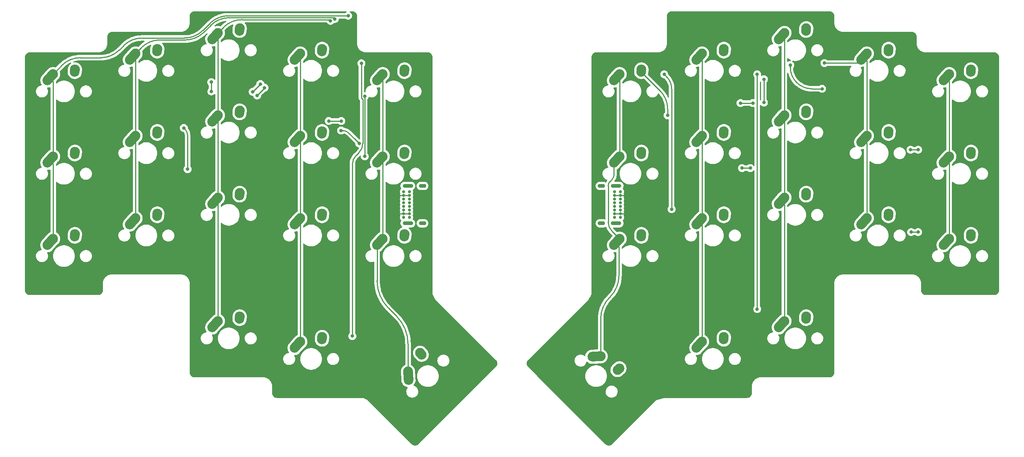
<source format=gtl>
%TF.GenerationSoftware,KiCad,Pcbnew,(5.99.0-13276-g0b59246279)*%
%TF.CreationDate,2021-11-22T01:28:43-07:00*%
%TF.ProjectId,sui,7375692e-6b69-4636-9164-5f7063625858,1*%
%TF.SameCoordinates,Original*%
%TF.FileFunction,Copper,L1,Top*%
%TF.FilePolarity,Positive*%
%FSLAX46Y46*%
G04 Gerber Fmt 4.6, Leading zero omitted, Abs format (unit mm)*
G04 Created by KiCad (PCBNEW (5.99.0-13276-g0b59246279)) date 2021-11-22 01:28:43*
%MOMM*%
%LPD*%
G01*
G04 APERTURE LIST*
G04 Aperture macros list*
%AMHorizOval*
0 Thick line with rounded ends*
0 $1 width*
0 $2 $3 position (X,Y) of the first rounded end (center of the circle)*
0 $4 $5 position (X,Y) of the second rounded end (center of the circle)*
0 Add line between two ends*
20,1,$1,$2,$3,$4,$5,0*
0 Add two circle primitives to create the rounded ends*
1,1,$1,$2,$3*
1,1,$1,$4,$5*%
G04 Aperture macros list end*
%TA.AperFunction,ComponentPad*%
%ADD10C,2.250000*%
%TD*%
%TA.AperFunction,ComponentPad*%
%ADD11HorizOval,2.250000X0.655001X0.730000X-0.655001X-0.730000X0*%
%TD*%
%TA.AperFunction,ComponentPad*%
%ADD12HorizOval,2.250000X0.020000X0.290000X-0.020000X-0.290000X0*%
%TD*%
%TA.AperFunction,ComponentPad*%
%ADD13HorizOval,2.250000X-0.053032X0.979343X0.053032X-0.979343X0*%
%TD*%
%TA.AperFunction,ComponentPad*%
%ADD14HorizOval,2.250000X-0.190919X0.219203X0.190919X-0.219203X0*%
%TD*%
%TA.AperFunction,ComponentPad*%
%ADD15C,0.700000*%
%TD*%
%TA.AperFunction,ComponentPad*%
%ADD16O,1.700000X0.900000*%
%TD*%
%TA.AperFunction,ComponentPad*%
%ADD17O,2.400000X0.900000*%
%TD*%
%TA.AperFunction,ComponentPad*%
%ADD18HorizOval,2.250000X0.979343X0.053032X-0.979343X-0.053032X0*%
%TD*%
%TA.AperFunction,ComponentPad*%
%ADD19HorizOval,2.250000X0.219203X0.190919X-0.219203X-0.190919X0*%
%TD*%
%TA.AperFunction,ViaPad*%
%ADD20C,0.800000*%
%TD*%
%TA.AperFunction,Conductor*%
%ADD21C,0.250000*%
%TD*%
G04 APERTURE END LIST*
D10*
%TO.P,MX13,1,COL*%
%TO.N,COL3_L*%
X101481250Y-92837500D03*
D11*
X100826251Y-93567500D03*
D10*
%TO.P,MX13,2,ROW*%
%TO.N,Net-(D10-Pad1)*%
X106521250Y-91757500D03*
D12*
X106501250Y-92047500D03*
%TD*%
D11*
%TO.P,MX30,1,COL*%
%TO.N,COL2_R*%
X212745001Y-117380000D03*
D10*
X213400000Y-116650000D03*
D12*
%TO.P,MX30,2,ROW*%
%TO.N,Net-(D16-Pad2)*%
X218420000Y-115860000D03*
D10*
X218440000Y-115570000D03*
%TD*%
D11*
%TO.P,MX34,1,COL*%
%TO.N,COL0_R*%
X250845001Y-60230000D03*
D10*
X251500000Y-59500000D03*
D12*
%TO.P,MX34,2,ROW*%
%TO.N,Net-(D20-Pad2)*%
X256520000Y-58710000D03*
D10*
X256540000Y-58420000D03*
%TD*%
%TO.P,MX15,1,COL*%
%TO.N,COL4_L*%
X120531250Y-59500000D03*
D11*
X119876251Y-60230000D03*
D12*
%TO.P,MX15,2,ROW*%
%TO.N,Net-(D8-Pad2)*%
X125551250Y-58710000D03*
D10*
X125571250Y-58420000D03*
%TD*%
%TO.P,MX11,1,COL*%
%TO.N,COL3_L*%
X101481250Y-54737500D03*
D11*
X100826251Y-55467500D03*
D10*
%TO.P,MX11,2,ROW*%
%TO.N,Net-(D8-Pad1)*%
X106521250Y-53657500D03*
D12*
X106501250Y-53947500D03*
%TD*%
D10*
%TO.P,MX29,1,COL*%
%TO.N,COL2_R*%
X213400000Y-88075000D03*
D11*
X212745001Y-88805000D03*
D10*
%TO.P,MX29,2,ROW*%
%TO.N,Net-(D19-Pad2)*%
X218440000Y-86995000D03*
D12*
X218420000Y-87285000D03*
%TD*%
D11*
%TO.P,MX2,1,COL*%
%TO.N,COL0_L*%
X43676251Y-79280000D03*
D10*
X44331250Y-78550000D03*
D12*
%TO.P,MX2,2,ROW*%
%TO.N,Net-(D2-Pad2)*%
X49351250Y-77760000D03*
D10*
X49371250Y-77470000D03*
%TD*%
D13*
%TO.P,MX18,1,COL*%
%TO.N,COL4_L*%
X126425590Y-129299933D03*
D10*
X126372556Y-128320590D03*
%TO.P,MX18,2,ROW*%
%TO.N,Net-(D11-Pad2)*%
X129172699Y-123993096D03*
D14*
X129363617Y-124212300D03*
%TD*%
D10*
%TO.P,MX7,1,COL*%
%TO.N,COL2_L*%
X82431250Y-49975000D03*
D11*
X81776251Y-50705000D03*
D12*
%TO.P,MX7,2,ROW*%
%TO.N,Net-(D4-Pad2)*%
X87451250Y-49185000D03*
D10*
X87471250Y-48895000D03*
%TD*%
%TO.P,MX8,1,COL*%
%TO.N,COL2_L*%
X82431250Y-69025000D03*
D11*
X81776251Y-69755000D03*
D10*
%TO.P,MX8,2,ROW*%
%TO.N,Net-(D5-Pad2)*%
X87471250Y-67945000D03*
D12*
X87451250Y-68235000D03*
%TD*%
D10*
%TO.P,MX28,1,COL*%
%TO.N,COL2_R*%
X213400000Y-69025000D03*
D11*
X212745001Y-69755000D03*
D12*
%TO.P,MX28,2,ROW*%
%TO.N,Net-(D18-Pad2)*%
X218420000Y-68235000D03*
D10*
X218440000Y-67945000D03*
%TD*%
%TO.P,MX36,1,COL*%
%TO.N,COL0_R*%
X251500000Y-97600000D03*
D11*
X250845001Y-98330000D03*
D10*
%TO.P,MX36,2,ROW*%
%TO.N,Net-(D22-Pad2)*%
X256540000Y-96520000D03*
D12*
X256520000Y-96810000D03*
%TD*%
D10*
%TO.P,MX1,1,COL*%
%TO.N,COL0_L*%
X44331250Y-59500000D03*
D11*
X43676251Y-60230000D03*
D12*
%TO.P,MX1,2,ROW*%
%TO.N,Net-(D1-Pad2)*%
X49351250Y-58710000D03*
D10*
X49371250Y-58420000D03*
%TD*%
D15*
%TO.P,J2,A1,GND*%
%TO.N,GND*%
X175475000Y-86718750D03*
%TO.P,J2,A4,VBUS*%
%TO.N,+5V*%
X175475000Y-87568750D03*
%TO.P,J2,A5,CC1*%
%TO.N,unconnected-(J2-PadA5)*%
X175475000Y-88418750D03*
%TO.P,J2,A6,D+*%
%TO.N,unconnected-(J2-PadA6)*%
X175475000Y-89268750D03*
%TO.P,J2,A7,D-*%
%TO.N,SERIAL_R*%
X175475000Y-90118750D03*
%TO.P,J2,A8,SBU1*%
%TO.N,unconnected-(J2-PadA8)*%
X175475000Y-90968750D03*
%TO.P,J2,A9,VBUS*%
%TO.N,+5V*%
X175475000Y-91818750D03*
%TO.P,J2,A12,GND*%
%TO.N,GND*%
X175475000Y-92668750D03*
%TO.P,J2,B1,GND*%
X174125000Y-92668750D03*
%TO.P,J2,B4,VBUS*%
%TO.N,+5V*%
X174125000Y-91818750D03*
%TO.P,J2,B5,CC2*%
%TO.N,unconnected-(J2-PadB5)*%
X174125000Y-90968750D03*
%TO.P,J2,B6,D+*%
%TO.N,unconnected-(J2-PadB6)*%
X174125000Y-90118750D03*
%TO.P,J2,B7,D-*%
%TO.N,unconnected-(J2-PadB7)*%
X174125000Y-89268750D03*
%TO.P,J2,B8,SBU2*%
%TO.N,unconnected-(J2-PadB8)*%
X174125000Y-88418750D03*
%TO.P,J2,B9,VBUS*%
%TO.N,+5V*%
X174125000Y-87568750D03*
%TO.P,J2,B12,GND*%
%TO.N,GND*%
X174125000Y-86718750D03*
D16*
%TO.P,J2,S1,SHIELD*%
X171115000Y-85368750D03*
X171115000Y-94018750D03*
D17*
X174495000Y-85368750D03*
X174495000Y-94018750D03*
%TD*%
D10*
%TO.P,MX27,1,COL*%
%TO.N,COL2_R*%
X213400000Y-49975000D03*
D11*
X212745001Y-50705000D03*
D10*
%TO.P,MX27,2,ROW*%
%TO.N,Net-(D17-Pad2)*%
X218440000Y-48895000D03*
D12*
X218420000Y-49185000D03*
%TD*%
D11*
%TO.P,MX5,1,COL*%
%TO.N,COL1_L*%
X62726251Y-74517500D03*
D10*
X63381250Y-73787500D03*
%TO.P,MX5,2,ROW*%
%TO.N,Net-(D5-Pad1)*%
X68421250Y-72707500D03*
D12*
X68401250Y-72997500D03*
%TD*%
D11*
%TO.P,MX9,1,COL*%
%TO.N,COL2_L*%
X81776251Y-88805000D03*
D10*
X82431250Y-88075000D03*
D12*
%TO.P,MX9,2,ROW*%
%TO.N,Net-(D6-Pad2)*%
X87451250Y-87285000D03*
D10*
X87471250Y-86995000D03*
%TD*%
%TO.P,MX24,1,COL*%
%TO.N,COL3_R*%
X194350000Y-73787500D03*
D11*
X193695001Y-74517500D03*
D10*
%TO.P,MX24,2,ROW*%
%TO.N,Net-(D13-Pad1)*%
X199390000Y-72707500D03*
D12*
X199370000Y-72997500D03*
%TD*%
D18*
%TO.P,MX22,1,COL*%
%TO.N,COL4_R*%
X169943817Y-124838090D03*
D10*
X170923160Y-124785056D03*
%TO.P,MX22,2,ROW*%
%TO.N,Net-(D15-Pad2)*%
X175250654Y-127585199D03*
D19*
X175031450Y-127776117D03*
%TD*%
D10*
%TO.P,MX3,1,COL*%
%TO.N,COL0_L*%
X44331250Y-97600000D03*
D11*
X43676251Y-98330000D03*
D10*
%TO.P,MX3,2,ROW*%
%TO.N,Net-(D3-Pad2)*%
X49371250Y-96520000D03*
D12*
X49351250Y-96810000D03*
%TD*%
D10*
%TO.P,MX33,1,COL*%
%TO.N,COL1_R*%
X232450000Y-92837500D03*
D11*
X231795001Y-93567500D03*
D10*
%TO.P,MX33,2,ROW*%
%TO.N,Net-(D19-Pad1)*%
X237490000Y-91757500D03*
D12*
X237470000Y-92047500D03*
%TD*%
D10*
%TO.P,MX6,1,COL*%
%TO.N,COL1_L*%
X63381250Y-92837500D03*
D11*
X62726251Y-93567500D03*
D10*
%TO.P,MX6,2,ROW*%
%TO.N,Net-(D6-Pad1)*%
X68421250Y-91757500D03*
D12*
X68401250Y-92047500D03*
%TD*%
D10*
%TO.P,MX35,1,COL*%
%TO.N,COL0_R*%
X251500000Y-78550000D03*
D11*
X250845001Y-79280000D03*
D10*
%TO.P,MX35,2,ROW*%
%TO.N,Net-(D21-Pad2)*%
X256540000Y-77470000D03*
D12*
X256520000Y-77760000D03*
%TD*%
D10*
%TO.P,MX32,1,COL*%
%TO.N,COL1_R*%
X232450000Y-73787500D03*
D11*
X231795001Y-74517500D03*
D12*
%TO.P,MX32,2,ROW*%
%TO.N,Net-(D18-Pad1)*%
X237470000Y-72997500D03*
D10*
X237490000Y-72707500D03*
%TD*%
%TO.P,MX31,1,COL*%
%TO.N,COL1_R*%
X232450000Y-54737500D03*
D11*
X231795001Y-55467500D03*
D10*
%TO.P,MX31,2,ROW*%
%TO.N,Net-(D17-Pad1)*%
X237490000Y-53657500D03*
D12*
X237470000Y-53947500D03*
%TD*%
D11*
%TO.P,MX19,1,COL*%
%TO.N,COL4_R*%
X174645001Y-60230000D03*
D10*
X175300000Y-59500000D03*
D12*
%TO.P,MX19,2,ROW*%
%TO.N,Net-(MX19-Pad2)*%
X180320000Y-58710000D03*
D10*
X180340000Y-58420000D03*
%TD*%
%TO.P,MX23,1,COL*%
%TO.N,COL3_R*%
X194350000Y-54737500D03*
D11*
X193695001Y-55467500D03*
D12*
%TO.P,MX23,2,ROW*%
%TO.N,Net-(MX23-Pad2)*%
X199370000Y-53947500D03*
D10*
X199390000Y-53657500D03*
%TD*%
%TO.P,MX21,1,COL*%
%TO.N,COL4_R*%
X175300000Y-97600000D03*
D11*
X174645001Y-98330000D03*
D12*
%TO.P,MX21,2,ROW*%
%TO.N,Net-(D14-Pad2)*%
X180320000Y-96810000D03*
D10*
X180340000Y-96520000D03*
%TD*%
D15*
%TO.P,J1,A1,GND*%
%TO.N,GND*%
X125356250Y-92668750D03*
%TO.P,J1,A4,VBUS*%
%TO.N,+5V*%
X125356250Y-91818750D03*
%TO.P,J1,A5,CC1*%
%TO.N,unconnected-(J1-PadA5)*%
X125356250Y-90968750D03*
%TO.P,J1,A6,D+*%
%TO.N,unconnected-(J1-PadA6)*%
X125356250Y-90118750D03*
%TO.P,J1,A7,D-*%
%TO.N,SERIAL_L*%
X125356250Y-89268750D03*
%TO.P,J1,A8,SBU1*%
%TO.N,unconnected-(J1-PadA8)*%
X125356250Y-88418750D03*
%TO.P,J1,A9,VBUS*%
%TO.N,+5V*%
X125356250Y-87568750D03*
%TO.P,J1,A12,GND*%
%TO.N,GND*%
X125356250Y-86718750D03*
%TO.P,J1,B1,GND*%
X126706250Y-86718750D03*
%TO.P,J1,B4,VBUS*%
%TO.N,+5V*%
X126706250Y-87568750D03*
%TO.P,J1,B5,CC2*%
%TO.N,unconnected-(J1-PadB5)*%
X126706250Y-88418750D03*
%TO.P,J1,B6,D+*%
%TO.N,unconnected-(J1-PadB6)*%
X126706250Y-89268750D03*
%TO.P,J1,B7,D-*%
%TO.N,unconnected-(J1-PadB7)*%
X126706250Y-90118750D03*
%TO.P,J1,B8,SBU2*%
%TO.N,unconnected-(J1-PadB8)*%
X126706250Y-90968750D03*
%TO.P,J1,B9,VBUS*%
%TO.N,+5V*%
X126706250Y-91818750D03*
%TO.P,J1,B12,GND*%
%TO.N,GND*%
X126706250Y-92668750D03*
D16*
%TO.P,J1,S1,SHIELD*%
X129716250Y-94018750D03*
X129716250Y-85368750D03*
D17*
X126336250Y-85368750D03*
X126336250Y-94018750D03*
%TD*%
D11*
%TO.P,MX14,1,COL*%
%TO.N,COL3_L*%
X100826251Y-122142500D03*
D10*
X101481250Y-121412500D03*
%TO.P,MX14,2,ROW*%
%TO.N,Net-(D11-Pad1)*%
X106521250Y-120332500D03*
D12*
X106501250Y-120622500D03*
%TD*%
D11*
%TO.P,MX12,1,COL*%
%TO.N,COL3_L*%
X100826251Y-74517500D03*
D10*
X101481250Y-73787500D03*
%TO.P,MX12,2,ROW*%
%TO.N,Net-(D9-Pad1)*%
X106521250Y-72707500D03*
D12*
X106501250Y-72997500D03*
%TD*%
D11*
%TO.P,MX16,1,COL*%
%TO.N,COL4_L*%
X119876251Y-79280000D03*
D10*
X120531250Y-78550000D03*
D12*
%TO.P,MX16,2,ROW*%
%TO.N,Net-(D9-Pad2)*%
X125551250Y-77760000D03*
D10*
X125571250Y-77470000D03*
%TD*%
D11*
%TO.P,MX25,1,COL*%
%TO.N,COL3_R*%
X193695001Y-93567500D03*
D10*
X194350000Y-92837500D03*
%TO.P,MX25,2,ROW*%
%TO.N,Net-(D14-Pad1)*%
X199390000Y-91757500D03*
D12*
X199370000Y-92047500D03*
%TD*%
D11*
%TO.P,MX10,1,COL*%
%TO.N,COL2_L*%
X81776251Y-117380000D03*
D10*
X82431250Y-116650000D03*
%TO.P,MX10,2,ROW*%
%TO.N,Net-(D7-Pad2)*%
X87471250Y-115570000D03*
D12*
X87451250Y-115860000D03*
%TD*%
D11*
%TO.P,MX4,1,COL*%
%TO.N,COL1_L*%
X62726251Y-55467500D03*
D10*
X63381250Y-54737500D03*
D12*
%TO.P,MX4,2,ROW*%
%TO.N,Net-(D4-Pad1)*%
X68401250Y-53947500D03*
D10*
X68421250Y-53657500D03*
%TD*%
%TO.P,MX20,1,COL*%
%TO.N,COL4_R*%
X175300000Y-78550000D03*
D11*
X174645001Y-79280000D03*
D10*
%TO.P,MX20,2,ROW*%
%TO.N,Net-(D13-Pad2)*%
X180340000Y-77470000D03*
D12*
X180320000Y-77760000D03*
%TD*%
D10*
%TO.P,MX26,1,COL*%
%TO.N,COL3_R*%
X194350000Y-121412500D03*
D11*
X193695001Y-122142500D03*
D10*
%TO.P,MX26,2,ROW*%
%TO.N,Net-(D15-Pad1)*%
X199390000Y-120332500D03*
D12*
X199370000Y-120622500D03*
%TD*%
D11*
%TO.P,MX17,1,COL*%
%TO.N,COL4_L*%
X119876251Y-98330000D03*
D10*
X120531250Y-97600000D03*
D12*
%TO.P,MX17,2,ROW*%
%TO.N,Net-(D10-Pad2)*%
X125551250Y-96810000D03*
D10*
X125571250Y-96520000D03*
%TD*%
D20*
%TO.N,ROW0_L*%
X110950000Y-70350000D03*
X108050000Y-70350000D03*
%TO.N,ROW1_L*%
X91500000Y-64450000D03*
X93200000Y-62650000D03*
%TO.N,ROW2_L*%
X90450000Y-63600000D03*
X75406250Y-81506250D03*
X74550000Y-71950000D03*
X92250000Y-61800000D03*
%TO.N,ROW3_L*%
X113506250Y-120118270D03*
X115600000Y-57000000D03*
%TO.N,ROW1_R*%
X244306250Y-76993750D03*
X205500000Y-81250000D03*
X208650000Y-60700000D03*
X208650000Y-66100000D03*
X203599520Y-81249520D03*
X242550000Y-77000000D03*
%TO.N,ROW2_R*%
X244300000Y-96050000D03*
X242700000Y-96050000D03*
X185600000Y-59550000D03*
X187325000Y-90750000D03*
%TO.N,ROW3_R*%
X207100000Y-59550000D03*
X207100000Y-113874500D03*
%TO.N,COL0_L*%
X112550000Y-46000000D03*
%TO.N,COL1_L*%
X109450000Y-46750000D03*
%TO.N,COL2_L*%
X108450000Y-47174500D03*
%TO.N,COL1_R*%
X222650000Y-56950000D03*
%TO.N,COL0_R*%
X222100000Y-62900000D03*
X214750000Y-57400000D03*
%TO.N,+5V*%
X219968750Y-105550000D03*
X122250000Y-86400000D03*
X247768750Y-100000000D03*
X60837500Y-100012500D03*
X60837500Y-61912500D03*
X126750000Y-69825000D03*
X247768750Y-61900000D03*
X181900000Y-69850000D03*
X196575440Y-65674560D03*
X94300000Y-49350000D03*
X181868750Y-116650000D03*
X219968750Y-60300000D03*
X88612500Y-60312500D03*
X106974560Y-65674560D03*
X126750000Y-116650000D03*
X191050000Y-49350000D03*
X178600000Y-87000000D03*
X88612500Y-105537500D03*
%TO.N,GND*%
X80912500Y-63512500D03*
X80900000Y-61350000D03*
%TO.N,SERIAL_L*%
X116375000Y-78525000D03*
X116375000Y-64600000D03*
%TO.N,Net-(D26-Pad4)*%
X115100000Y-75550000D03*
X110893060Y-72556940D03*
%TO.N,Net-(D31-Pad4)*%
X203250000Y-66200000D03*
X206100000Y-66200000D03*
%TO.N,Net-(MX19-Pad2)*%
X186400000Y-69050000D03*
%TD*%
D21*
%TO.N,ROW0_L*%
X110950000Y-70350000D02*
X108050000Y-70350000D01*
%TO.N,ROW1_L*%
X93200000Y-62650000D02*
X93200000Y-62750000D01*
X93200000Y-62750000D02*
X91500000Y-64450000D01*
%TO.N,ROW2_L*%
X92250000Y-61800000D02*
X90450000Y-63600000D01*
X75406250Y-81506250D02*
X75406250Y-73634677D01*
X74820463Y-72220463D02*
X74550000Y-71950000D01*
X75406249Y-73634677D02*
G75*
G03*
X74820462Y-72220464I-1999999J0D01*
G01*
%TO.N,ROW3_L*%
X115925480Y-65350000D02*
X115600000Y-65024520D01*
X113506250Y-120118270D02*
X113506250Y-80436391D01*
X114384930Y-78315070D02*
X115046801Y-77653199D01*
X115600000Y-65024520D02*
X115600000Y-57100000D01*
X115925480Y-75531879D02*
X115925480Y-65350000D01*
X115046801Y-77653199D02*
G75*
G03*
X115925480Y-75531879I-2121319J2121319D01*
G01*
X113506251Y-80436391D02*
G75*
G02*
X114384931Y-78315071I2999993J3D01*
G01*
%TO.N,ROW1_R*%
X242556250Y-76993750D02*
X242550000Y-77000000D01*
X244306250Y-76993750D02*
X242556250Y-76993750D01*
X208650000Y-60700000D02*
X208650000Y-66100000D01*
X203599520Y-81249520D02*
X205499520Y-81249520D01*
X205499520Y-81249520D02*
X205500000Y-81250000D01*
%TO.N,ROW2_R*%
X187325000Y-90750000D02*
X187325000Y-62931854D01*
X186153427Y-60103427D02*
X185600000Y-59550000D01*
X244300000Y-96050000D02*
X242700000Y-96050000D01*
X186153427Y-60103427D02*
G75*
G02*
X187325000Y-62931854I-2828426J-2828427D01*
G01*
%TO.N,ROW3_R*%
X207100000Y-113874500D02*
X207100000Y-59550000D01*
%TO.N,COL0_L*%
X44331250Y-80281250D02*
X44060000Y-80010000D01*
X59607360Y-53942640D02*
X60642641Y-52907359D01*
X107386677Y-46000000D02*
X112550000Y-46000000D01*
X44060000Y-80010000D02*
X43021250Y-80010000D01*
X44085000Y-60960000D02*
X43021250Y-60960000D01*
X64885281Y-51150000D02*
X74714719Y-51150000D01*
X44331250Y-78550000D02*
X44331250Y-61206250D01*
X44331250Y-59500000D02*
X46373891Y-57457359D01*
X50616531Y-55700000D02*
X55364719Y-55700000D01*
X84834802Y-46000480D02*
X107386197Y-46000480D01*
X44331250Y-97600000D02*
X44331250Y-80281250D01*
X78957359Y-49392641D02*
X80592162Y-47757839D01*
X44331250Y-61206250D02*
X44085000Y-60960000D01*
X107386197Y-46000480D02*
X107386677Y-46000000D01*
X78957359Y-49392641D02*
G75*
G02*
X74714719Y-51150000I-4242642J4242644D01*
G01*
X46373891Y-57457359D02*
G75*
G02*
X50616531Y-55700000I4242642J-4242644D01*
G01*
X80592162Y-47757839D02*
G75*
G02*
X84834802Y-46000480I4242642J-4242644D01*
G01*
X59607360Y-53942640D02*
G75*
G02*
X55364719Y-55700000I-4242641J4242639D01*
G01*
X60642641Y-52907359D02*
G75*
G02*
X64885281Y-51150000I4242642J-4242644D01*
G01*
%TO.N,COL1_L*%
X63381250Y-92837500D02*
X63381250Y-73787500D01*
X69004511Y-51599520D02*
X74900917Y-51599520D01*
X85020999Y-46450000D02*
X109150000Y-46450000D01*
X63381250Y-73787500D02*
X63381250Y-54737500D01*
X63381250Y-54737500D02*
X64761871Y-53356879D01*
X79143558Y-49842160D02*
X80778359Y-48207359D01*
X109150000Y-46450000D02*
X109450000Y-46750000D01*
X69004511Y-51599520D02*
G75*
G03*
X64761871Y-53356879I2J-6000003D01*
G01*
X74900917Y-51599520D02*
G75*
G03*
X79143558Y-49842160I0J5999999D01*
G01*
X80778359Y-48207359D02*
G75*
G02*
X85020999Y-46450000I4242642J-4242644D01*
G01*
%TO.N,COL2_L*%
X82431250Y-116650000D02*
X82431250Y-88075000D01*
X82431250Y-88075000D02*
X82431250Y-69025000D01*
X83748890Y-48657360D02*
X82431250Y-49975000D01*
X108450000Y-47174500D02*
X108175500Y-46900000D01*
X82431250Y-69025000D02*
X82431250Y-49975000D01*
X108175500Y-46900000D02*
X87991531Y-46900000D01*
X83748890Y-48657360D02*
G75*
G02*
X87991531Y-46900000I4242641J-4242639D01*
G01*
%TO.N,COL3_L*%
X101481250Y-92837500D02*
X101481250Y-73787500D01*
X101481250Y-73787500D02*
X101481250Y-54737500D01*
X101481250Y-121412500D02*
X101481250Y-92837500D01*
%TO.N,COL4_L*%
X119221250Y-107293328D02*
X119221250Y-99060000D01*
X120531250Y-97600000D02*
X120531250Y-78550000D01*
X120531250Y-78550000D02*
X120531250Y-59500000D01*
X123736517Y-115536517D02*
X121857289Y-113657289D01*
X126372556Y-128320590D02*
X126372556Y-121900478D01*
X121857289Y-113657289D02*
G75*
G02*
X119221250Y-107293328I6363958J6363960D01*
G01*
X123736517Y-115536517D02*
G75*
G02*
X126372556Y-121900478I-6363958J-6363960D01*
G01*
%TO.N,COL4_R*%
X173089340Y-84310660D02*
X173550660Y-83849340D01*
X175150000Y-106100505D02*
X175150000Y-99500000D01*
X172973413Y-111176587D02*
X173099748Y-111050252D01*
X174710000Y-99060000D02*
X173990000Y-99060000D01*
X175300000Y-78550000D02*
X175300000Y-59500000D01*
X170923160Y-124785056D02*
X170923160Y-116126335D01*
X172650000Y-93707359D02*
X172650000Y-85371320D01*
X175300000Y-97600000D02*
X173528679Y-95828679D01*
X175150000Y-99500000D02*
X174710000Y-99060000D01*
X173990000Y-82788680D02*
X173990000Y-80010000D01*
X173989999Y-82788680D02*
G75*
G02*
X173550659Y-83849339I-1500001J1D01*
G01*
X175150000Y-106100505D02*
G75*
G02*
X173099748Y-111050252I-6999997J-1D01*
G01*
X172650000Y-93707359D02*
G75*
G03*
X173528679Y-95828679I2999998J-1D01*
G01*
X172650001Y-85371320D02*
G75*
G02*
X173089341Y-84310661I1500001J-1D01*
G01*
X170923160Y-116126335D02*
G75*
G02*
X172973413Y-111176587I6999997J1D01*
G01*
%TO.N,COL3_R*%
X194350000Y-73787500D02*
X194350000Y-54737500D01*
X194350000Y-121412500D02*
X194350000Y-92837500D01*
X194350000Y-92837500D02*
X194350000Y-73787500D01*
%TO.N,COL2_R*%
X213400000Y-69025000D02*
X213400000Y-49975000D01*
X213400000Y-88075000D02*
X213400000Y-69025000D01*
X213135000Y-89535000D02*
X212090000Y-89535000D01*
X213400000Y-89800000D02*
X213135000Y-89535000D01*
X213400000Y-116650000D02*
X213400000Y-89800000D01*
%TO.N,COL1_R*%
X232450000Y-56450000D02*
X232197500Y-56197500D01*
X230387500Y-56950000D02*
X231140000Y-56197500D01*
X232450000Y-75450000D02*
X232247500Y-75247500D01*
X232450000Y-92837500D02*
X232450000Y-75450000D01*
X222650000Y-56950000D02*
X230387500Y-56950000D01*
X232247500Y-75247500D02*
X231140000Y-75247500D01*
X232197500Y-56197500D02*
X231140000Y-56197500D01*
X232450000Y-73787500D02*
X232450000Y-56450000D01*
%TO.N,COL0_R*%
X251500000Y-78550000D02*
X251500000Y-61150000D01*
X251310000Y-60960000D02*
X250190000Y-60960000D01*
X251500000Y-61150000D02*
X251310000Y-60960000D01*
X251500000Y-97600000D02*
X251500000Y-80200000D01*
X214750000Y-57900000D02*
X214750000Y-57400000D01*
X222100000Y-62900000D02*
X219750000Y-62900000D01*
X251310000Y-80010000D02*
X250190000Y-80010000D01*
X251500000Y-80200000D02*
X251310000Y-80010000D01*
X219750000Y-62900000D02*
G75*
G02*
X214750000Y-57900000I0J5000000D01*
G01*
%TO.N,+5V*%
X126706250Y-91818750D02*
X124118750Y-91818750D01*
X126706250Y-87568750D02*
X124068750Y-87568750D01*
X174125000Y-87568750D02*
X176631250Y-87568750D01*
X174125000Y-91818750D02*
X176681250Y-91818750D01*
%TO.N,GND*%
X80900000Y-61350000D02*
X80912500Y-61362500D01*
X80912500Y-61362500D02*
X80912500Y-63512500D01*
%TO.N,SERIAL_L*%
X116375000Y-78525000D02*
X116375000Y-64600000D01*
%TO.N,Net-(D26-Pad4)*%
X114000000Y-74450000D02*
X115100000Y-75550000D01*
X110893060Y-72556940D02*
X111278513Y-72556940D01*
X112692727Y-73142727D02*
X114000000Y-74450000D01*
X111278513Y-72556941D02*
G75*
G02*
X112692726Y-73142728I0J-1999999D01*
G01*
%TO.N,Net-(D31-Pad4)*%
X203250000Y-66200000D02*
X206100000Y-66200000D01*
%TO.N,Net-(MX19-Pad2)*%
X186400000Y-67585281D02*
X186400000Y-69050000D01*
X180300000Y-59000000D02*
X184642641Y-63342641D01*
X186400000Y-67585281D02*
G75*
G03*
X184642641Y-63342641I-6000003J-2D01*
G01*
%TD*%
%TA.AperFunction,Conductor*%
%TO.N,+5V*%
G36*
X223807557Y-44959500D02*
G01*
X223822358Y-44961805D01*
X223822361Y-44961805D01*
X223831230Y-44963186D01*
X223843878Y-44961532D01*
X223871192Y-44960948D01*
X223958948Y-44968625D01*
X224013975Y-44973440D01*
X224035596Y-44977252D01*
X224196065Y-45020250D01*
X224216702Y-45027761D01*
X224367260Y-45097968D01*
X224386280Y-45108950D01*
X224522362Y-45204235D01*
X224539187Y-45218353D01*
X224656647Y-45335813D01*
X224670765Y-45352638D01*
X224766050Y-45488720D01*
X224777032Y-45507740D01*
X224847239Y-45658298D01*
X224854750Y-45678935D01*
X224897748Y-45839404D01*
X224901561Y-45861028D01*
X224913449Y-45996919D01*
X224912896Y-46013379D01*
X224913305Y-46013384D01*
X224913195Y-46022358D01*
X224911814Y-46031230D01*
X224912978Y-46040132D01*
X224912978Y-46040135D01*
X224915936Y-46062751D01*
X224917000Y-46079089D01*
X224917000Y-47575672D01*
X224915500Y-47595057D01*
X224913287Y-47609271D01*
X224911814Y-47618730D01*
X224912634Y-47625000D01*
X224912504Y-47625000D01*
X224917496Y-47701156D01*
X224929805Y-47888953D01*
X224930470Y-47899104D01*
X224931274Y-47903144D01*
X224931274Y-47903147D01*
X224980598Y-48151113D01*
X224984060Y-48168519D01*
X224985385Y-48172423D01*
X224985386Y-48172426D01*
X225071031Y-48424728D01*
X225072357Y-48428634D01*
X225105070Y-48494970D01*
X225181219Y-48649384D01*
X225193850Y-48674998D01*
X225215111Y-48706817D01*
X225337556Y-48890069D01*
X225346461Y-48903397D01*
X225349174Y-48906491D01*
X225349179Y-48906497D01*
X225502115Y-49080885D01*
X225527579Y-49109921D01*
X225530668Y-49112630D01*
X225731003Y-49288321D01*
X225731009Y-49288326D01*
X225734103Y-49291039D01*
X225737529Y-49293328D01*
X225737534Y-49293332D01*
X225868241Y-49380667D01*
X225962502Y-49443650D01*
X225966201Y-49445474D01*
X225966206Y-49445477D01*
X226003934Y-49464082D01*
X226208866Y-49565143D01*
X226212771Y-49566468D01*
X226212772Y-49566469D01*
X226465074Y-49652114D01*
X226465077Y-49652115D01*
X226468981Y-49653440D01*
X226473020Y-49654243D01*
X226473026Y-49654245D01*
X226734353Y-49706226D01*
X226734356Y-49706226D01*
X226738396Y-49707030D01*
X226742507Y-49707299D01*
X226742511Y-49707300D01*
X226979993Y-49722866D01*
X226992648Y-49724341D01*
X226992892Y-49724382D01*
X226999961Y-49725571D01*
X227006342Y-49725649D01*
X227007641Y-49725665D01*
X227007645Y-49725665D01*
X227012500Y-49725724D01*
X227040088Y-49721773D01*
X227057951Y-49720500D01*
X242838172Y-49720500D01*
X242857557Y-49722000D01*
X242872358Y-49724305D01*
X242872361Y-49724305D01*
X242881230Y-49725686D01*
X242893878Y-49724032D01*
X242921192Y-49723448D01*
X243008948Y-49731125D01*
X243063975Y-49735940D01*
X243085596Y-49739752D01*
X243246065Y-49782750D01*
X243266702Y-49790261D01*
X243417260Y-49860468D01*
X243436280Y-49871450D01*
X243572362Y-49966735D01*
X243589187Y-49980853D01*
X243706647Y-50098313D01*
X243720765Y-50115138D01*
X243816050Y-50251220D01*
X243827032Y-50270240D01*
X243897239Y-50420798D01*
X243904750Y-50441435D01*
X243947748Y-50601904D01*
X243951560Y-50623525D01*
X243955064Y-50663566D01*
X243963449Y-50759419D01*
X243962896Y-50775879D01*
X243963305Y-50775884D01*
X243963195Y-50784858D01*
X243961814Y-50793730D01*
X243962978Y-50802632D01*
X243962978Y-50802635D01*
X243965936Y-50825251D01*
X243967000Y-50841589D01*
X243967000Y-52338172D01*
X243965500Y-52357557D01*
X243963287Y-52371771D01*
X243961814Y-52381230D01*
X243962634Y-52387500D01*
X243962504Y-52387500D01*
X243967637Y-52465816D01*
X243979805Y-52651453D01*
X243980470Y-52661604D01*
X243981274Y-52665644D01*
X243981274Y-52665647D01*
X244030598Y-52913613D01*
X244034060Y-52931019D01*
X244035385Y-52934923D01*
X244035386Y-52934926D01*
X244118930Y-53181038D01*
X244122357Y-53191134D01*
X244153940Y-53255178D01*
X244231219Y-53411884D01*
X244243850Y-53437498D01*
X244265111Y-53469317D01*
X244387556Y-53652569D01*
X244396461Y-53665897D01*
X244399174Y-53668991D01*
X244399179Y-53668997D01*
X244549321Y-53840199D01*
X244577579Y-53872421D01*
X244580668Y-53875130D01*
X244781003Y-54050821D01*
X244781009Y-54050826D01*
X244784103Y-54053539D01*
X244787529Y-54055828D01*
X244787534Y-54055832D01*
X244820081Y-54077579D01*
X245012502Y-54206150D01*
X245016201Y-54207974D01*
X245016206Y-54207977D01*
X245053932Y-54226581D01*
X245258866Y-54327643D01*
X245262771Y-54328968D01*
X245262772Y-54328969D01*
X245515074Y-54414614D01*
X245515077Y-54414615D01*
X245518981Y-54415940D01*
X245523020Y-54416743D01*
X245523026Y-54416745D01*
X245784353Y-54468726D01*
X245784356Y-54468726D01*
X245788396Y-54469530D01*
X245792507Y-54469799D01*
X245792511Y-54469800D01*
X246029993Y-54485366D01*
X246042648Y-54486841D01*
X246042892Y-54486882D01*
X246049961Y-54488071D01*
X246056342Y-54488149D01*
X246057641Y-54488165D01*
X246057645Y-54488165D01*
X246062500Y-54488224D01*
X246090088Y-54484273D01*
X246107951Y-54483000D01*
X261888172Y-54483000D01*
X261907557Y-54484500D01*
X261922358Y-54486805D01*
X261922361Y-54486805D01*
X261931230Y-54488186D01*
X261943878Y-54486532D01*
X261971192Y-54485948D01*
X262058948Y-54493625D01*
X262113975Y-54498440D01*
X262135596Y-54502252D01*
X262296065Y-54545250D01*
X262316702Y-54552761D01*
X262467260Y-54622968D01*
X262486280Y-54633950D01*
X262622362Y-54729235D01*
X262639187Y-54743353D01*
X262756647Y-54860813D01*
X262770765Y-54877638D01*
X262866050Y-55013720D01*
X262877032Y-55032740D01*
X262947239Y-55183298D01*
X262954750Y-55203935D01*
X262997748Y-55364404D01*
X263001560Y-55386025D01*
X263005818Y-55434685D01*
X263013449Y-55521919D01*
X263012896Y-55538379D01*
X263013305Y-55538384D01*
X263013195Y-55547358D01*
X263011814Y-55556230D01*
X263012978Y-55565132D01*
X263012978Y-55565135D01*
X263015936Y-55587751D01*
X263017000Y-55604089D01*
X263017000Y-109488172D01*
X263015500Y-109507556D01*
X263011814Y-109531230D01*
X263013468Y-109543875D01*
X263014052Y-109571192D01*
X263001561Y-109713972D01*
X262997748Y-109735596D01*
X262977382Y-109811604D01*
X262954751Y-109896064D01*
X262947239Y-109916702D01*
X262877032Y-110067260D01*
X262866050Y-110086280D01*
X262770765Y-110222362D01*
X262756647Y-110239187D01*
X262639187Y-110356647D01*
X262622362Y-110370765D01*
X262486280Y-110466050D01*
X262467260Y-110477032D01*
X262316702Y-110547239D01*
X262296065Y-110554750D01*
X262135596Y-110597748D01*
X262113975Y-110601560D01*
X262064080Y-110605926D01*
X261978081Y-110613449D01*
X261961621Y-110612896D01*
X261961616Y-110613305D01*
X261952642Y-110613195D01*
X261943770Y-110611814D01*
X261934868Y-110612978D01*
X261934865Y-110612978D01*
X261912249Y-110615936D01*
X261895911Y-110617000D01*
X246111828Y-110617000D01*
X246092443Y-110615500D01*
X246077642Y-110613195D01*
X246077639Y-110613195D01*
X246068770Y-110611814D01*
X246056122Y-110613468D01*
X246028808Y-110614052D01*
X245941052Y-110606375D01*
X245886025Y-110601560D01*
X245864404Y-110597748D01*
X245703935Y-110554750D01*
X245683298Y-110547239D01*
X245532740Y-110477032D01*
X245513720Y-110466050D01*
X245377638Y-110370765D01*
X245360813Y-110356647D01*
X245243353Y-110239187D01*
X245229235Y-110222362D01*
X245133950Y-110086280D01*
X245122968Y-110067260D01*
X245052761Y-109916702D01*
X245045249Y-109896064D01*
X245022618Y-109811604D01*
X245002252Y-109735596D01*
X244998439Y-109713972D01*
X244986846Y-109581454D01*
X244986871Y-109559216D01*
X244987263Y-109554840D01*
X244988071Y-109550039D01*
X244988224Y-109537500D01*
X244984273Y-109509912D01*
X244983000Y-109492049D01*
X244983000Y-108003207D01*
X244984746Y-107982303D01*
X244985279Y-107979137D01*
X244988071Y-107962539D01*
X244988224Y-107950000D01*
X244987533Y-107945174D01*
X244987519Y-107944959D01*
X244986565Y-107935797D01*
X244985918Y-107925913D01*
X244969530Y-107675896D01*
X244968726Y-107671853D01*
X244916745Y-107410526D01*
X244916743Y-107410520D01*
X244915940Y-107406481D01*
X244892387Y-107337094D01*
X244828969Y-107150272D01*
X244828968Y-107150271D01*
X244827643Y-107146366D01*
X244706150Y-106900002D01*
X244553539Y-106671603D01*
X244550826Y-106668509D01*
X244550821Y-106668503D01*
X244375130Y-106468168D01*
X244372421Y-106465079D01*
X244369332Y-106462370D01*
X244168997Y-106286679D01*
X244168991Y-106286674D01*
X244165897Y-106283961D01*
X244162471Y-106281672D01*
X244162466Y-106281668D01*
X243940931Y-106133644D01*
X243937498Y-106131350D01*
X243933799Y-106129526D01*
X243933794Y-106129523D01*
X243781586Y-106054463D01*
X243691134Y-106009857D01*
X243687228Y-106008531D01*
X243434926Y-105922886D01*
X243434923Y-105922885D01*
X243431019Y-105921560D01*
X243426980Y-105920757D01*
X243426974Y-105920755D01*
X243165647Y-105868774D01*
X243165644Y-105868774D01*
X243161604Y-105867970D01*
X243157493Y-105867701D01*
X243157489Y-105867700D01*
X242920007Y-105852134D01*
X242907352Y-105850659D01*
X242906781Y-105850563D01*
X242900039Y-105849429D01*
X242893658Y-105849351D01*
X242892359Y-105849335D01*
X242892355Y-105849335D01*
X242887500Y-105849276D01*
X242863215Y-105852754D01*
X242859912Y-105853227D01*
X242842049Y-105854500D01*
X227065707Y-105854500D01*
X227044803Y-105852754D01*
X227041637Y-105852221D01*
X227025039Y-105849429D01*
X227018919Y-105849354D01*
X227017367Y-105849335D01*
X227017362Y-105849335D01*
X227012500Y-105849276D01*
X227007674Y-105849967D01*
X227007459Y-105849981D01*
X226998308Y-105850934D01*
X226845533Y-105860948D01*
X226742511Y-105867700D01*
X226742507Y-105867701D01*
X226738396Y-105867970D01*
X226734356Y-105868774D01*
X226734353Y-105868774D01*
X226473026Y-105920755D01*
X226473020Y-105920757D01*
X226468981Y-105921560D01*
X226465077Y-105922885D01*
X226465074Y-105922886D01*
X226212772Y-106008531D01*
X226208866Y-106009857D01*
X226118414Y-106054463D01*
X225966206Y-106129523D01*
X225966201Y-106129526D01*
X225962502Y-106131350D01*
X225959069Y-106133644D01*
X225737534Y-106281668D01*
X225737529Y-106281672D01*
X225734103Y-106283961D01*
X225731009Y-106286674D01*
X225731003Y-106286679D01*
X225530668Y-106462370D01*
X225527579Y-106465079D01*
X225524870Y-106468168D01*
X225349179Y-106668503D01*
X225349174Y-106668509D01*
X225346461Y-106671603D01*
X225193850Y-106900002D01*
X225072357Y-107146366D01*
X225071032Y-107150271D01*
X225071031Y-107150272D01*
X225007614Y-107337094D01*
X224984060Y-107406481D01*
X224983257Y-107410520D01*
X224983255Y-107410526D01*
X224931274Y-107671853D01*
X224930470Y-107675896D01*
X224930201Y-107680007D01*
X224930200Y-107680011D01*
X224914082Y-107925913D01*
X224913253Y-107933426D01*
X224913373Y-107933717D01*
X224911814Y-107943730D01*
X224912547Y-107949338D01*
X224912504Y-107950000D01*
X224912634Y-107950000D01*
X224913756Y-107958580D01*
X224913756Y-107958581D01*
X224915936Y-107975250D01*
X224917000Y-107991588D01*
X224917000Y-128538172D01*
X224915500Y-128557556D01*
X224911814Y-128581230D01*
X224913468Y-128593875D01*
X224914052Y-128621192D01*
X224906375Y-128708948D01*
X224901769Y-128761599D01*
X224901561Y-128763972D01*
X224897748Y-128785596D01*
X224877382Y-128861604D01*
X224854751Y-128946064D01*
X224847239Y-128966702D01*
X224777032Y-129117260D01*
X224766050Y-129136280D01*
X224670765Y-129272362D01*
X224656647Y-129289187D01*
X224539187Y-129406647D01*
X224522362Y-129420765D01*
X224386280Y-129516050D01*
X224367260Y-129527032D01*
X224216702Y-129597239D01*
X224196065Y-129604750D01*
X224035596Y-129647748D01*
X224013975Y-129651560D01*
X223964080Y-129655926D01*
X223878081Y-129663449D01*
X223861621Y-129662896D01*
X223861616Y-129663305D01*
X223852642Y-129663195D01*
X223843770Y-129661814D01*
X223834868Y-129662978D01*
X223834865Y-129662978D01*
X223812249Y-129665936D01*
X223795911Y-129667000D01*
X208015707Y-129667000D01*
X207994803Y-129665254D01*
X207991637Y-129664721D01*
X207975039Y-129661929D01*
X207968919Y-129661854D01*
X207967367Y-129661835D01*
X207967362Y-129661835D01*
X207962500Y-129661776D01*
X207957674Y-129662467D01*
X207957459Y-129662481D01*
X207948308Y-129663434D01*
X207795533Y-129673448D01*
X207692511Y-129680200D01*
X207692507Y-129680201D01*
X207688396Y-129680470D01*
X207684356Y-129681274D01*
X207684353Y-129681274D01*
X207423026Y-129733255D01*
X207423020Y-129733257D01*
X207418981Y-129734060D01*
X207415077Y-129735385D01*
X207415074Y-129735386D01*
X207162772Y-129821031D01*
X207158866Y-129822357D01*
X207042276Y-129879853D01*
X206916206Y-129942023D01*
X206916201Y-129942026D01*
X206912502Y-129943850D01*
X206909069Y-129946144D01*
X206687534Y-130094168D01*
X206687529Y-130094172D01*
X206684103Y-130096461D01*
X206681009Y-130099174D01*
X206681003Y-130099179D01*
X206506088Y-130252577D01*
X206477579Y-130277579D01*
X206474870Y-130280668D01*
X206299179Y-130481003D01*
X206299174Y-130481009D01*
X206296461Y-130484103D01*
X206294172Y-130487529D01*
X206294168Y-130487534D01*
X206207115Y-130617819D01*
X206143850Y-130712502D01*
X206022357Y-130958866D01*
X206021032Y-130962771D01*
X206021031Y-130962772D01*
X205949588Y-131173238D01*
X205934060Y-131218981D01*
X205933257Y-131223020D01*
X205933255Y-131223026D01*
X205902630Y-131376988D01*
X205880470Y-131488396D01*
X205880201Y-131492507D01*
X205880200Y-131492511D01*
X205864082Y-131738413D01*
X205863253Y-131745926D01*
X205863373Y-131746217D01*
X205861814Y-131756230D01*
X205862547Y-131761838D01*
X205862504Y-131762500D01*
X205862634Y-131762500D01*
X205863756Y-131771080D01*
X205863756Y-131771081D01*
X205865936Y-131787750D01*
X205867000Y-131804088D01*
X205867000Y-133300672D01*
X205865500Y-133320056D01*
X205861814Y-133343730D01*
X205863468Y-133356375D01*
X205864052Y-133383692D01*
X205851561Y-133526472D01*
X205847748Y-133548096D01*
X205809042Y-133692550D01*
X205804751Y-133708564D01*
X205797239Y-133729202D01*
X205727032Y-133879760D01*
X205716050Y-133898780D01*
X205620765Y-134034862D01*
X205606647Y-134051687D01*
X205489187Y-134169147D01*
X205472362Y-134183265D01*
X205336280Y-134278550D01*
X205317260Y-134289532D01*
X205166702Y-134359739D01*
X205146065Y-134367250D01*
X204985596Y-134410248D01*
X204963975Y-134414060D01*
X204914080Y-134418426D01*
X204828081Y-134425949D01*
X204811621Y-134425396D01*
X204811616Y-134425805D01*
X204802642Y-134425695D01*
X204793770Y-134424314D01*
X204784868Y-134425478D01*
X204784865Y-134425478D01*
X204762249Y-134428436D01*
X204745911Y-134429500D01*
X185791944Y-134429500D01*
X185770556Y-134427671D01*
X185760885Y-134426005D01*
X185760877Y-134426005D01*
X185752030Y-134424481D01*
X185743107Y-134425502D01*
X185743106Y-134425502D01*
X185715242Y-134428690D01*
X185709879Y-134429188D01*
X185705503Y-134429500D01*
X185701023Y-134429500D01*
X185679369Y-134432601D01*
X185674385Y-134433315D01*
X185670846Y-134433771D01*
X185665019Y-134434438D01*
X185640949Y-134437192D01*
X185636253Y-134438483D01*
X185633463Y-134439023D01*
X185627388Y-134440045D01*
X185602341Y-134443632D01*
X185602339Y-134443633D01*
X185593455Y-134444905D01*
X185585286Y-134448619D01*
X185585280Y-134448621D01*
X185572774Y-134454307D01*
X185554036Y-134461095D01*
X183975661Y-134895187D01*
X183956135Y-134898442D01*
X183951745Y-134899351D01*
X183942783Y-134899907D01*
X183934339Y-134902955D01*
X183934336Y-134902956D01*
X183897131Y-134916387D01*
X183887764Y-134919361D01*
X183876976Y-134922328D01*
X183872867Y-134924117D01*
X183862722Y-134928534D01*
X183855213Y-134931521D01*
X183805914Y-134949318D01*
X183798670Y-134954610D01*
X183792017Y-134958147D01*
X183785578Y-134962121D01*
X183777344Y-134965706D01*
X183745897Y-134991932D01*
X183737112Y-134999259D01*
X183730741Y-135004236D01*
X183715633Y-135015272D01*
X183708220Y-135022685D01*
X183699826Y-135030355D01*
X183665593Y-135058905D01*
X183659345Y-135068213D01*
X183643828Y-135087077D01*
X173619744Y-145111162D01*
X173604977Y-145123808D01*
X173585626Y-145137945D01*
X173580153Y-145145065D01*
X173577857Y-145148052D01*
X173558951Y-145167785D01*
X173449153Y-145259916D01*
X173431171Y-145272507D01*
X173287297Y-145355573D01*
X173267396Y-145364852D01*
X173111294Y-145421669D01*
X173090078Y-145427354D01*
X172926477Y-145456201D01*
X172904598Y-145458115D01*
X172738478Y-145458115D01*
X172716599Y-145456201D01*
X172552998Y-145427354D01*
X172531782Y-145421669D01*
X172375680Y-145364852D01*
X172355775Y-145355570D01*
X172211907Y-145272508D01*
X172193920Y-145259914D01*
X172089422Y-145172229D01*
X172078173Y-145160199D01*
X172077881Y-145160484D01*
X172071613Y-145154061D01*
X172066317Y-145146812D01*
X172041106Y-145127432D01*
X172028802Y-145116631D01*
X159851604Y-132939434D01*
X172066774Y-132939434D01*
X172067071Y-132944586D01*
X172067071Y-132944590D01*
X172072447Y-133037815D01*
X172079870Y-133166558D01*
X172081007Y-133171604D01*
X172081008Y-133171610D01*
X172101288Y-133261596D01*
X172129885Y-133388493D01*
X172215477Y-133599279D01*
X172334346Y-133793256D01*
X172483300Y-133965213D01*
X172658339Y-134110533D01*
X172662791Y-134113135D01*
X172662796Y-134113138D01*
X172782804Y-134183265D01*
X172854762Y-134225314D01*
X173067295Y-134306472D01*
X173072361Y-134307503D01*
X173072362Y-134307503D01*
X173171463Y-134327665D01*
X173290229Y-134351828D01*
X173418039Y-134356515D01*
X173512413Y-134359976D01*
X173512417Y-134359976D01*
X173517577Y-134360165D01*
X173522697Y-134359509D01*
X173522699Y-134359509D01*
X173738106Y-134331915D01*
X173738107Y-134331915D01*
X173743234Y-134331258D01*
X173825850Y-134306472D01*
X173956193Y-134267367D01*
X173956194Y-134267366D01*
X173961139Y-134265883D01*
X174165441Y-134165796D01*
X174169645Y-134162798D01*
X174169649Y-134162795D01*
X174346449Y-134036685D01*
X174346451Y-134036683D01*
X174350653Y-134033686D01*
X174511801Y-133873099D01*
X174566366Y-133797164D01*
X174641540Y-133692550D01*
X174641544Y-133692544D01*
X174644558Y-133688349D01*
X174745357Y-133484398D01*
X174811492Y-133266722D01*
X174824679Y-133166558D01*
X174840750Y-133044488D01*
X174840750Y-133044484D01*
X174841187Y-133041167D01*
X174842844Y-132973352D01*
X174824203Y-132746616D01*
X174768780Y-132525969D01*
X174678064Y-132317337D01*
X174554492Y-132126323D01*
X174401381Y-131958056D01*
X174222843Y-131817056D01*
X174201332Y-131805181D01*
X174155417Y-131779835D01*
X174023674Y-131707109D01*
X174018805Y-131705385D01*
X174018801Y-131705383D01*
X173814098Y-131632893D01*
X173814094Y-131632892D01*
X173809223Y-131631167D01*
X173804130Y-131630260D01*
X173804127Y-131630259D01*
X173590336Y-131592177D01*
X173590330Y-131592176D01*
X173585247Y-131591271D01*
X173511798Y-131590374D01*
X173362933Y-131588555D01*
X173362931Y-131588555D01*
X173357763Y-131588492D01*
X173132880Y-131622904D01*
X172916637Y-131693583D01*
X172912049Y-131695971D01*
X172912045Y-131695973D01*
X172720110Y-131795888D01*
X172714841Y-131798631D01*
X172710708Y-131801734D01*
X172710705Y-131801736D01*
X172545771Y-131925572D01*
X172532912Y-131935227D01*
X172375735Y-132099703D01*
X172247533Y-132287641D01*
X172245360Y-132292323D01*
X172245358Y-132292326D01*
X172231550Y-132322074D01*
X172151747Y-132493995D01*
X172090950Y-132713221D01*
X172066774Y-132939434D01*
X159851604Y-132939434D01*
X156293420Y-129381250D01*
X167355152Y-129381250D01*
X167374923Y-129695504D01*
X167433925Y-130004802D01*
X167435152Y-130008578D01*
X167523560Y-130280668D01*
X167531227Y-130304266D01*
X167532914Y-130307852D01*
X167532916Y-130307856D01*
X167663606Y-130585588D01*
X167663610Y-130585595D01*
X167665294Y-130589174D01*
X167667418Y-130592520D01*
X167667418Y-130592521D01*
X167689607Y-130627485D01*
X167834013Y-130855032D01*
X168034722Y-131097648D01*
X168264256Y-131313195D01*
X168267458Y-131315522D01*
X168267460Y-131315523D01*
X168347347Y-131373564D01*
X168518996Y-131498274D01*
X168522465Y-131500181D01*
X168522468Y-131500183D01*
X168763867Y-131632893D01*
X168794923Y-131649966D01*
X168911123Y-131695973D01*
X169049312Y-131750686D01*
X169087687Y-131765880D01*
X169392670Y-131844186D01*
X169705062Y-131883650D01*
X170019938Y-131883650D01*
X170332330Y-131844186D01*
X170637313Y-131765880D01*
X170675689Y-131750686D01*
X170813877Y-131695973D01*
X170930077Y-131649966D01*
X170961133Y-131632893D01*
X171202532Y-131500183D01*
X171202535Y-131500181D01*
X171206004Y-131498274D01*
X171377653Y-131373564D01*
X171457540Y-131315523D01*
X171457542Y-131315522D01*
X171460744Y-131313195D01*
X171690278Y-131097648D01*
X171890987Y-130855032D01*
X172035393Y-130627485D01*
X172057582Y-130592521D01*
X172057582Y-130592520D01*
X172059706Y-130589174D01*
X172061390Y-130585595D01*
X172061394Y-130585588D01*
X172192084Y-130307856D01*
X172192086Y-130307852D01*
X172193773Y-130304266D01*
X172201441Y-130280668D01*
X172289848Y-130008578D01*
X172291075Y-130004802D01*
X172350077Y-129695504D01*
X172369848Y-129381250D01*
X172350077Y-129066996D01*
X172291075Y-128757698D01*
X172221006Y-128542049D01*
X172194999Y-128462007D01*
X172194999Y-128462006D01*
X172193773Y-128458234D01*
X172179978Y-128428918D01*
X172061394Y-128176912D01*
X172061390Y-128176905D01*
X172059706Y-128173326D01*
X171890987Y-127907468D01*
X171847004Y-127854301D01*
X173177578Y-127854301D01*
X173180068Y-128111408D01*
X173222748Y-128364959D01*
X173224320Y-128369643D01*
X173224321Y-128369646D01*
X173226869Y-128377236D01*
X173304566Y-128608713D01*
X173346371Y-128688832D01*
X173416026Y-128822324D01*
X173423509Y-128836666D01*
X173576647Y-129043206D01*
X173580171Y-129046662D01*
X173580175Y-129046667D01*
X173652149Y-129117260D01*
X173760209Y-129223247D01*
X173867495Y-129299619D01*
X173949601Y-129358066D01*
X173969675Y-129372356D01*
X174199890Y-129486862D01*
X174204608Y-129488345D01*
X174204614Y-129488347D01*
X174327721Y-129527032D01*
X174445181Y-129563943D01*
X174699512Y-129601705D01*
X174704468Y-129601657D01*
X174951668Y-129599263D01*
X174951669Y-129599263D01*
X174956619Y-129599215D01*
X175210170Y-129556535D01*
X175214854Y-129554963D01*
X175214857Y-129554962D01*
X175311943Y-129522374D01*
X175453924Y-129474717D01*
X175655602Y-129369484D01*
X175677485Y-129358066D01*
X175677488Y-129358064D01*
X175681877Y-129355774D01*
X175836702Y-129240980D01*
X175853771Y-129226114D01*
X176316916Y-128822728D01*
X176317840Y-128821931D01*
X176405518Y-128747048D01*
X176405523Y-128747043D01*
X176409285Y-128743830D01*
X176412498Y-128740068D01*
X176412507Y-128740059D01*
X176453447Y-128692125D01*
X176459302Y-128685728D01*
X176506864Y-128637236D01*
X176509730Y-128633209D01*
X176509734Y-128633205D01*
X176536368Y-128595789D01*
X176543206Y-128587029D01*
X176573052Y-128552084D01*
X176573058Y-128552076D01*
X176576270Y-128548315D01*
X176611791Y-128490351D01*
X176616569Y-128483124D01*
X176653106Y-128431797D01*
X176653108Y-128431794D01*
X176655973Y-128427769D01*
X176658175Y-128423342D01*
X176658178Y-128423337D01*
X176678632Y-128382214D01*
X176684015Y-128372492D01*
X176708027Y-128333309D01*
X176708031Y-128333301D01*
X176710614Y-128329086D01*
X176736634Y-128266269D01*
X176740215Y-128258401D01*
X176770479Y-128197555D01*
X176780481Y-128165726D01*
X176785735Y-128149007D01*
X176789531Y-128138563D01*
X176807115Y-128096111D01*
X176809009Y-128091539D01*
X176824881Y-128025429D01*
X176827188Y-128017095D01*
X176837112Y-127985515D01*
X176847561Y-127952263D01*
X176855034Y-127901928D01*
X176857149Y-127891021D01*
X176858011Y-127887433D01*
X176864775Y-127859257D01*
X176867877Y-127846338D01*
X176867878Y-127846332D01*
X176869032Y-127841525D01*
X176874365Y-127773765D01*
X176875343Y-127765147D01*
X176884594Y-127702835D01*
X176885322Y-127697933D01*
X176884829Y-127647052D01*
X176885211Y-127635945D01*
X176888817Y-127590129D01*
X176889205Y-127585199D01*
X176883872Y-127517436D01*
X176883490Y-127508770D01*
X176882880Y-127445778D01*
X176882880Y-127445777D01*
X176882832Y-127440826D01*
X176874385Y-127390641D01*
X176873026Y-127379621D01*
X176869032Y-127328873D01*
X176866518Y-127318402D01*
X176853166Y-127262783D01*
X176851433Y-127254286D01*
X176840975Y-127192158D01*
X176840975Y-127192157D01*
X176840153Y-127187275D01*
X176838578Y-127182583D01*
X176838576Y-127182575D01*
X176823959Y-127139029D01*
X176820890Y-127128348D01*
X176816333Y-127109366D01*
X176809009Y-127078859D01*
X176783001Y-127016069D01*
X176779961Y-127007950D01*
X176765789Y-126965731D01*
X176758334Y-126943521D01*
X176756046Y-126939136D01*
X176756043Y-126939129D01*
X176734795Y-126898408D01*
X176730093Y-126888338D01*
X176712507Y-126845882D01*
X176710614Y-126841312D01*
X176675102Y-126783362D01*
X176670829Y-126775817D01*
X176668349Y-126771063D01*
X176639392Y-126715568D01*
X176636442Y-126711589D01*
X176636438Y-126711583D01*
X176609080Y-126674684D01*
X176602863Y-126665477D01*
X176578857Y-126626304D01*
X176578855Y-126626301D01*
X176576270Y-126622083D01*
X176532140Y-126570413D01*
X176526737Y-126563628D01*
X176499691Y-126527151D01*
X176486254Y-126509028D01*
X176482725Y-126505566D01*
X176482720Y-126505561D01*
X176449921Y-126473391D01*
X176442338Y-126465268D01*
X176412493Y-126430324D01*
X176409285Y-126426568D01*
X176405530Y-126423361D01*
X176405523Y-126423354D01*
X176357606Y-126382429D01*
X176351208Y-126376572D01*
X176306226Y-126332453D01*
X176306218Y-126332446D01*
X176302691Y-126328987D01*
X176261214Y-126299462D01*
X176252482Y-126292646D01*
X176213770Y-126259583D01*
X176155820Y-126224071D01*
X176148603Y-126219299D01*
X176093225Y-126179878D01*
X176088791Y-126177673D01*
X176088785Y-126177669D01*
X176047650Y-126157209D01*
X176037928Y-126151827D01*
X176023225Y-126142817D01*
X175994541Y-126125239D01*
X175931759Y-126099234D01*
X175923882Y-126095649D01*
X175863010Y-126065372D01*
X175814440Y-126050109D01*
X175804002Y-126046315D01*
X175756994Y-126026844D01*
X175694742Y-126011899D01*
X175690927Y-126010983D01*
X175682574Y-126008671D01*
X175617719Y-125988290D01*
X175586755Y-125983693D01*
X175567357Y-125980813D01*
X175556445Y-125978697D01*
X175506980Y-125966821D01*
X175459788Y-125963107D01*
X175439247Y-125961490D01*
X175430629Y-125960512D01*
X175403268Y-125956450D01*
X175363388Y-125950529D01*
X175358432Y-125950577D01*
X175312484Y-125951022D01*
X175301378Y-125950640D01*
X175255584Y-125947036D01*
X175250654Y-125946648D01*
X175245724Y-125947036D01*
X175182920Y-125951979D01*
X175174254Y-125952361D01*
X175111233Y-125952971D01*
X175111232Y-125952971D01*
X175106281Y-125953019D01*
X175056073Y-125961470D01*
X175045055Y-125962829D01*
X174994328Y-125966821D01*
X174928274Y-125982680D01*
X174919779Y-125984412D01*
X174852730Y-125995698D01*
X174848035Y-125997274D01*
X174804463Y-126011899D01*
X174793780Y-126014968D01*
X174744314Y-126026844D01*
X174739743Y-126028737D01*
X174739738Y-126028739D01*
X174681546Y-126052843D01*
X174673423Y-126055884D01*
X174613680Y-126075937D01*
X174613668Y-126075942D01*
X174608976Y-126077517D01*
X174604582Y-126079810D01*
X174604579Y-126079811D01*
X174563840Y-126101068D01*
X174553777Y-126105767D01*
X174535682Y-126113262D01*
X174511341Y-126123344D01*
X174511337Y-126123346D01*
X174506767Y-126125239D01*
X174502547Y-126127825D01*
X174448836Y-126160739D01*
X174441299Y-126165008D01*
X174381023Y-126196459D01*
X174369775Y-126204799D01*
X174340121Y-126226785D01*
X174330913Y-126233002D01*
X174291759Y-126256996D01*
X174291756Y-126256998D01*
X174287538Y-126259583D01*
X174283780Y-126262793D01*
X174283768Y-126262802D01*
X174235866Y-126303714D01*
X174229086Y-126309113D01*
X174226198Y-126311254D01*
X174224344Y-126312869D01*
X174224335Y-126312876D01*
X174184140Y-126347884D01*
X174183216Y-126348681D01*
X174095784Y-126423355D01*
X174095779Y-126423360D01*
X174092023Y-126426568D01*
X174088815Y-126430324D01*
X174087349Y-126431790D01*
X174081009Y-126437709D01*
X173690998Y-126777397D01*
X173677494Y-126791165D01*
X173564538Y-126906330D01*
X173556036Y-126914998D01*
X173497933Y-126996620D01*
X173409804Y-127120423D01*
X173406927Y-127124464D01*
X173292421Y-127354679D01*
X173290938Y-127359397D01*
X173290936Y-127359403D01*
X173245713Y-127503315D01*
X173215340Y-127599970D01*
X173177578Y-127854301D01*
X171847004Y-127854301D01*
X171690278Y-127664852D01*
X171460744Y-127449305D01*
X171455890Y-127445778D01*
X171294720Y-127328682D01*
X171206004Y-127264226D01*
X171187924Y-127254286D01*
X170933539Y-127114437D01*
X170933536Y-127114436D01*
X170930077Y-127112534D01*
X170697996Y-127020646D01*
X170640983Y-126998073D01*
X170640982Y-126998073D01*
X170637313Y-126996620D01*
X170332330Y-126918314D01*
X170019938Y-126878850D01*
X169705062Y-126878850D01*
X169392670Y-126918314D01*
X169087687Y-126996620D01*
X169084018Y-126998073D01*
X169084017Y-126998073D01*
X169027004Y-127020646D01*
X168794923Y-127112534D01*
X168791464Y-127114436D01*
X168791461Y-127114437D01*
X168537077Y-127254286D01*
X168518996Y-127264226D01*
X168430280Y-127328682D01*
X168269111Y-127445778D01*
X168264256Y-127449305D01*
X168034722Y-127664852D01*
X167834013Y-127907468D01*
X167665294Y-128173326D01*
X167663610Y-128176905D01*
X167663606Y-128176912D01*
X167545022Y-128428918D01*
X167531227Y-128458234D01*
X167530001Y-128462006D01*
X167530001Y-128462007D01*
X167503994Y-128542049D01*
X167433925Y-128757698D01*
X167374923Y-129066996D01*
X167355152Y-129381250D01*
X156293420Y-129381250D01*
X154132588Y-127220418D01*
X154119941Y-127205650D01*
X154111103Y-127193552D01*
X154105805Y-127186300D01*
X154095697Y-127178530D01*
X154075965Y-127159625D01*
X154057288Y-127137367D01*
X153983834Y-127049827D01*
X153971242Y-127031843D01*
X153888177Y-126887971D01*
X153878898Y-126868070D01*
X153853872Y-126799313D01*
X153822081Y-126711967D01*
X153816396Y-126690752D01*
X153787549Y-126527151D01*
X153785635Y-126505272D01*
X153785635Y-126339152D01*
X153787549Y-126317273D01*
X153816396Y-126153672D01*
X153822081Y-126132456D01*
X153847096Y-126063730D01*
X153878898Y-125976354D01*
X153888180Y-125956449D01*
X153971242Y-125812581D01*
X153983836Y-125794594D01*
X154016867Y-125755230D01*
X164882570Y-125755230D01*
X164882867Y-125760382D01*
X164882867Y-125760386D01*
X164892543Y-125928188D01*
X164895666Y-125982354D01*
X164896803Y-125987400D01*
X164896804Y-125987406D01*
X164914871Y-126067575D01*
X164945681Y-126204289D01*
X165031273Y-126415075D01*
X165150142Y-126609052D01*
X165299096Y-126781009D01*
X165474135Y-126926329D01*
X165478587Y-126928931D01*
X165478592Y-126928934D01*
X165666100Y-127038505D01*
X165670558Y-127041110D01*
X165883091Y-127122268D01*
X165888157Y-127123299D01*
X165888158Y-127123299D01*
X165965475Y-127139029D01*
X166106025Y-127167624D01*
X166233835Y-127172311D01*
X166328209Y-127175772D01*
X166328213Y-127175772D01*
X166333373Y-127175961D01*
X166338493Y-127175305D01*
X166338495Y-127175305D01*
X166553902Y-127147711D01*
X166553903Y-127147711D01*
X166559030Y-127147054D01*
X166585779Y-127139029D01*
X166771989Y-127083163D01*
X166771990Y-127083162D01*
X166776935Y-127081679D01*
X166981237Y-126981592D01*
X166985441Y-126978594D01*
X166985445Y-126978591D01*
X167162245Y-126852481D01*
X167162247Y-126852479D01*
X167166449Y-126849482D01*
X167327597Y-126688895D01*
X167347026Y-126661857D01*
X167457336Y-126508346D01*
X167457340Y-126508340D01*
X167460354Y-126504145D01*
X167523405Y-126376572D01*
X167558859Y-126304836D01*
X167558860Y-126304834D01*
X167561153Y-126300194D01*
X167563451Y-126292632D01*
X167616740Y-126117239D01*
X167655681Y-126057875D01*
X167720535Y-126028988D01*
X167790711Y-126039749D01*
X167828544Y-126066977D01*
X167865486Y-126105770D01*
X167870187Y-126110707D01*
X168074445Y-126266876D01*
X168078795Y-126269228D01*
X168078798Y-126269230D01*
X168294375Y-126385794D01*
X168300617Y-126389169D01*
X168305284Y-126390813D01*
X168305285Y-126390813D01*
X168538473Y-126472934D01*
X168538479Y-126472936D01*
X168543137Y-126474576D01*
X168547998Y-126475468D01*
X168548001Y-126475469D01*
X168791159Y-126520098D01*
X168791162Y-126520098D01*
X168796031Y-126520992D01*
X168849644Y-126522303D01*
X168986242Y-126525643D01*
X168986253Y-126525643D01*
X168988713Y-126525703D01*
X168991168Y-126525570D01*
X168991173Y-126525570D01*
X169618356Y-126491607D01*
X170894820Y-126422486D01*
X170911515Y-126422691D01*
X170918222Y-126423219D01*
X170918229Y-126423219D01*
X170923160Y-126423607D01*
X171029837Y-126415211D01*
X171032861Y-126415011D01*
X171075572Y-126412698D01*
X171092051Y-126410499D01*
X171098796Y-126409784D01*
X171179486Y-126403434D01*
X171184291Y-126402280D01*
X171184306Y-126402278D01*
X171216305Y-126394595D01*
X171229055Y-126392221D01*
X171239605Y-126390813D01*
X171261705Y-126387865D01*
X171261710Y-126387864D01*
X171266619Y-126387209D01*
X171271362Y-126385795D01*
X171271367Y-126385794D01*
X171344238Y-126364070D01*
X171350820Y-126362300D01*
X171407549Y-126348681D01*
X171429500Y-126343411D01*
X171434068Y-126341519D01*
X171464483Y-126328921D01*
X171476705Y-126324581D01*
X171508283Y-126315168D01*
X171508286Y-126315167D01*
X171513022Y-126313755D01*
X171517482Y-126311618D01*
X171517485Y-126311617D01*
X171586057Y-126278763D01*
X171592281Y-126275985D01*
X171662473Y-126246911D01*
X171662477Y-126246909D01*
X171667047Y-126245016D01*
X171671266Y-126242430D01*
X171671273Y-126242427D01*
X171699333Y-126225232D01*
X171710724Y-126219034D01*
X171740435Y-126204799D01*
X171740438Y-126204798D01*
X171744901Y-126202659D01*
X171796385Y-126167143D01*
X171811560Y-126156675D01*
X171817272Y-126152959D01*
X171882051Y-126113262D01*
X171882059Y-126113256D01*
X171886276Y-126110672D01*
X171913452Y-126087462D01*
X171915068Y-126086082D01*
X171925348Y-126078180D01*
X171952475Y-126059466D01*
X171952478Y-126059464D01*
X171956545Y-126056658D01*
X172015193Y-126000809D01*
X172020252Y-125996246D01*
X172059379Y-125962829D01*
X172081791Y-125943687D01*
X172106388Y-125914886D01*
X172115298Y-125905481D01*
X172142745Y-125879345D01*
X172149895Y-125869993D01*
X172191939Y-125815003D01*
X172196201Y-125809730D01*
X172248776Y-125748172D01*
X172268565Y-125715880D01*
X172275892Y-125705198D01*
X172298914Y-125675087D01*
X172326534Y-125624006D01*
X172337435Y-125603846D01*
X172340826Y-125597960D01*
X172383120Y-125528943D01*
X172397613Y-125493953D01*
X172403180Y-125482256D01*
X172421208Y-125448915D01*
X172445976Y-125378582D01*
X190382172Y-125378582D01*
X190382469Y-125383734D01*
X190382469Y-125383738D01*
X190384356Y-125416458D01*
X190395268Y-125605706D01*
X190396405Y-125610752D01*
X190396406Y-125610758D01*
X190411644Y-125678374D01*
X190445283Y-125827641D01*
X190530875Y-126038427D01*
X190649744Y-126232404D01*
X190798698Y-126404361D01*
X190973737Y-126549681D01*
X190978189Y-126552283D01*
X190978194Y-126552286D01*
X191165702Y-126661857D01*
X191170160Y-126664462D01*
X191382693Y-126745620D01*
X191387759Y-126746651D01*
X191387760Y-126746651D01*
X191486861Y-126766813D01*
X191605627Y-126790976D01*
X191733437Y-126795663D01*
X191827811Y-126799124D01*
X191827815Y-126799124D01*
X191832975Y-126799313D01*
X191838095Y-126798657D01*
X191838097Y-126798657D01*
X192053504Y-126771063D01*
X192053505Y-126771063D01*
X192058632Y-126770406D01*
X192141248Y-126745620D01*
X192271591Y-126706515D01*
X192271592Y-126706514D01*
X192276537Y-126705031D01*
X192480839Y-126604944D01*
X192485043Y-126601946D01*
X192485047Y-126601943D01*
X192661847Y-126475833D01*
X192661849Y-126475831D01*
X192666051Y-126472834D01*
X192827199Y-126312247D01*
X192851260Y-126278763D01*
X192956938Y-126131698D01*
X192956942Y-126131692D01*
X192959956Y-126127497D01*
X193028024Y-125989773D01*
X193058461Y-125928188D01*
X193058462Y-125928186D01*
X193060755Y-125923546D01*
X193126890Y-125705870D01*
X193128902Y-125690585D01*
X193156148Y-125483636D01*
X193156148Y-125483632D01*
X193156585Y-125480315D01*
X193157352Y-125448915D01*
X193158160Y-125415865D01*
X193158160Y-125415861D01*
X193158242Y-125412500D01*
X194342652Y-125412500D01*
X194362423Y-125726754D01*
X194421425Y-126036052D01*
X194459642Y-126153672D01*
X194512116Y-126315168D01*
X194518727Y-126335516D01*
X194520414Y-126339102D01*
X194520416Y-126339106D01*
X194651106Y-126616838D01*
X194651110Y-126616845D01*
X194652794Y-126620424D01*
X194654918Y-126623770D01*
X194654918Y-126623771D01*
X194693582Y-126684695D01*
X194821513Y-126886282D01*
X195022222Y-127128898D01*
X195251756Y-127344445D01*
X195506496Y-127529524D01*
X195509965Y-127531431D01*
X195509968Y-127531433D01*
X195778961Y-127679313D01*
X195782423Y-127681216D01*
X196075187Y-127797130D01*
X196380170Y-127875436D01*
X196692562Y-127914900D01*
X197007438Y-127914900D01*
X197319830Y-127875436D01*
X197624813Y-127797130D01*
X197917577Y-127681216D01*
X197921039Y-127679313D01*
X198190032Y-127531433D01*
X198190035Y-127531431D01*
X198193504Y-127529524D01*
X198448244Y-127344445D01*
X198677778Y-127128898D01*
X198878487Y-126886282D01*
X199006418Y-126684695D01*
X199045082Y-126623771D01*
X199045082Y-126623770D01*
X199047206Y-126620424D01*
X199048890Y-126616845D01*
X199048894Y-126616838D01*
X199179584Y-126339106D01*
X199179586Y-126339102D01*
X199181273Y-126335516D01*
X199187885Y-126315168D01*
X199240358Y-126153672D01*
X199278575Y-126036052D01*
X199337577Y-125726754D01*
X199357348Y-125412500D01*
X199355214Y-125378582D01*
X200542172Y-125378582D01*
X200542469Y-125383734D01*
X200542469Y-125383738D01*
X200544356Y-125416458D01*
X200555268Y-125605706D01*
X200556405Y-125610752D01*
X200556406Y-125610758D01*
X200571644Y-125678374D01*
X200605283Y-125827641D01*
X200690875Y-126038427D01*
X200809744Y-126232404D01*
X200958698Y-126404361D01*
X201133737Y-126549681D01*
X201138189Y-126552283D01*
X201138194Y-126552286D01*
X201325702Y-126661857D01*
X201330160Y-126664462D01*
X201542693Y-126745620D01*
X201547759Y-126746651D01*
X201547760Y-126746651D01*
X201646861Y-126766813D01*
X201765627Y-126790976D01*
X201893437Y-126795663D01*
X201987811Y-126799124D01*
X201987815Y-126799124D01*
X201992975Y-126799313D01*
X201998095Y-126798657D01*
X201998097Y-126798657D01*
X202213504Y-126771063D01*
X202213505Y-126771063D01*
X202218632Y-126770406D01*
X202301248Y-126745620D01*
X202431591Y-126706515D01*
X202431592Y-126706514D01*
X202436537Y-126705031D01*
X202640839Y-126604944D01*
X202645043Y-126601946D01*
X202645047Y-126601943D01*
X202821847Y-126475833D01*
X202821849Y-126475831D01*
X202826051Y-126472834D01*
X202987199Y-126312247D01*
X203011260Y-126278763D01*
X203116938Y-126131698D01*
X203116942Y-126131692D01*
X203119956Y-126127497D01*
X203188024Y-125989773D01*
X203218461Y-125928188D01*
X203218462Y-125928186D01*
X203220755Y-125923546D01*
X203286890Y-125705870D01*
X203288902Y-125690585D01*
X203316148Y-125483636D01*
X203316148Y-125483632D01*
X203316585Y-125480315D01*
X203317352Y-125448915D01*
X203318160Y-125415865D01*
X203318160Y-125415861D01*
X203318242Y-125412500D01*
X203299601Y-125185764D01*
X203244178Y-124965117D01*
X203168028Y-124789985D01*
X203155522Y-124761222D01*
X203155520Y-124761219D01*
X203153462Y-124756485D01*
X203060532Y-124612837D01*
X203032698Y-124569811D01*
X203032696Y-124569808D01*
X203029890Y-124565471D01*
X202876779Y-124397204D01*
X202698241Y-124256204D01*
X202685956Y-124249422D01*
X202604717Y-124204576D01*
X202499072Y-124146257D01*
X202494203Y-124144533D01*
X202494199Y-124144531D01*
X202289496Y-124072041D01*
X202289492Y-124072040D01*
X202284621Y-124070315D01*
X202279528Y-124069408D01*
X202279525Y-124069407D01*
X202065734Y-124031325D01*
X202065728Y-124031324D01*
X202060645Y-124030419D01*
X201987196Y-124029522D01*
X201838331Y-124027703D01*
X201838329Y-124027703D01*
X201833161Y-124027640D01*
X201608278Y-124062052D01*
X201392035Y-124132731D01*
X201387447Y-124135119D01*
X201387443Y-124135121D01*
X201247133Y-124208162D01*
X201190239Y-124237779D01*
X201186106Y-124240882D01*
X201186103Y-124240884D01*
X201012445Y-124371270D01*
X201008310Y-124374375D01*
X200979664Y-124404351D01*
X200870437Y-124518651D01*
X200851133Y-124538851D01*
X200848221Y-124543120D01*
X200740151Y-124701546D01*
X200722931Y-124726789D01*
X200720758Y-124731471D01*
X200720756Y-124731474D01*
X200635716Y-124914679D01*
X200627145Y-124933143D01*
X200591946Y-125060065D01*
X200571683Y-125133133D01*
X200566348Y-125152369D01*
X200565799Y-125157506D01*
X200542818Y-125372542D01*
X200542172Y-125378582D01*
X199355214Y-125378582D01*
X199337577Y-125098246D01*
X199278575Y-124788948D01*
X199205909Y-124565306D01*
X199182499Y-124493257D01*
X199182499Y-124493256D01*
X199181273Y-124489484D01*
X199176404Y-124479137D01*
X199048894Y-124208162D01*
X199048890Y-124208155D01*
X199047206Y-124204576D01*
X199001477Y-124132518D01*
X198990977Y-124115974D01*
X198878487Y-123938718D01*
X198677778Y-123696102D01*
X198448244Y-123480555D01*
X198423606Y-123462654D01*
X198288600Y-123364567D01*
X198193504Y-123295476D01*
X198184248Y-123290387D01*
X197921039Y-123145687D01*
X197921036Y-123145686D01*
X197917577Y-123143784D01*
X197685496Y-123051896D01*
X197628483Y-123029323D01*
X197628482Y-123029323D01*
X197624813Y-123027870D01*
X197319830Y-122949564D01*
X197007438Y-122910100D01*
X196692562Y-122910100D01*
X196380170Y-122949564D01*
X196075187Y-123027870D01*
X196071518Y-123029323D01*
X196071517Y-123029323D01*
X196014504Y-123051896D01*
X195782423Y-123143784D01*
X195778964Y-123145686D01*
X195778961Y-123145687D01*
X195515753Y-123290387D01*
X195506496Y-123295476D01*
X195411400Y-123364567D01*
X195276395Y-123462654D01*
X195251756Y-123480555D01*
X195022222Y-123696102D01*
X194821513Y-123938718D01*
X194709023Y-124115974D01*
X194698524Y-124132518D01*
X194652794Y-124204576D01*
X194651110Y-124208155D01*
X194651106Y-124208162D01*
X194523596Y-124479137D01*
X194518727Y-124489484D01*
X194517501Y-124493256D01*
X194517501Y-124493257D01*
X194494091Y-124565306D01*
X194421425Y-124788948D01*
X194362423Y-125098246D01*
X194342652Y-125412500D01*
X193158242Y-125412500D01*
X193139601Y-125185764D01*
X193084178Y-124965117D01*
X193008028Y-124789985D01*
X192995522Y-124761222D01*
X192995520Y-124761219D01*
X192993462Y-124756485D01*
X192989929Y-124751023D01*
X192960748Y-124705917D01*
X192957920Y-124701545D01*
X192937713Y-124633486D01*
X192957509Y-124565306D01*
X193011024Y-124518651D01*
X193066791Y-124507144D01*
X193123642Y-124508534D01*
X193123645Y-124508534D01*
X193128599Y-124508655D01*
X193383460Y-124474650D01*
X193629862Y-124401197D01*
X193644880Y-124394002D01*
X193791006Y-124323991D01*
X193861741Y-124290101D01*
X194073385Y-124144099D01*
X194212963Y-124011183D01*
X194220007Y-124003333D01*
X195487788Y-122590388D01*
X195499738Y-122578727D01*
X195504872Y-122574342D01*
X195504875Y-122574339D01*
X195508631Y-122571131D01*
X195511838Y-122567376D01*
X195511845Y-122567369D01*
X195578134Y-122489754D01*
X195580163Y-122487436D01*
X195607033Y-122457490D01*
X195607048Y-122457471D01*
X195608689Y-122455643D01*
X195610184Y-122453687D01*
X195610192Y-122453678D01*
X195618775Y-122442452D01*
X195623058Y-122437154D01*
X195640648Y-122416558D01*
X195675616Y-122375616D01*
X195678199Y-122371401D01*
X195678207Y-122371390D01*
X195695407Y-122343322D01*
X195702736Y-122332637D01*
X195725756Y-122302529D01*
X195764272Y-122231297D01*
X195767674Y-122225393D01*
X195807371Y-122160613D01*
X195807374Y-122160606D01*
X195809960Y-122156387D01*
X195811853Y-122151817D01*
X195811857Y-122151809D01*
X195824453Y-122121398D01*
X195830021Y-122109697D01*
X195848049Y-122076356D01*
X195874952Y-121999963D01*
X195877387Y-121993604D01*
X195906463Y-121923409D01*
X195906465Y-121923403D01*
X195908355Y-121918840D01*
X195909507Y-121914040D01*
X195909510Y-121914032D01*
X195917195Y-121882020D01*
X195920868Y-121869581D01*
X195931814Y-121838500D01*
X195931815Y-121838494D01*
X195933456Y-121833836D01*
X195948076Y-121754181D01*
X195949487Y-121747514D01*
X195967223Y-121673638D01*
X195967224Y-121673635D01*
X195968378Y-121668826D01*
X195971349Y-121631077D01*
X195973031Y-121618218D01*
X195978977Y-121585818D01*
X195979872Y-121580943D01*
X195981852Y-121499974D01*
X195982201Y-121493178D01*
X195983726Y-121473812D01*
X195988551Y-121412500D01*
X195985581Y-121374755D01*
X195985231Y-121361793D01*
X195986036Y-121328858D01*
X195986036Y-121328856D01*
X195986157Y-121323901D01*
X195975445Y-121243618D01*
X195974726Y-121236840D01*
X195968766Y-121161104D01*
X195968378Y-121156174D01*
X195967224Y-121151369D01*
X195967222Y-121151354D01*
X195959538Y-121119350D01*
X195957163Y-121106598D01*
X195952807Y-121073946D01*
X195952806Y-121073941D01*
X195952152Y-121069040D01*
X195929015Y-120991427D01*
X195927246Y-120984848D01*
X195908355Y-120906160D01*
X195906459Y-120901582D01*
X195893867Y-120871181D01*
X195891366Y-120864140D01*
X197715955Y-120864140D01*
X197715979Y-120866624D01*
X197715979Y-120866626D01*
X197717773Y-121051920D01*
X197717821Y-121056871D01*
X197760501Y-121310422D01*
X197762073Y-121315106D01*
X197762074Y-121315109D01*
X197839423Y-121545547D01*
X197842319Y-121554176D01*
X197844609Y-121558564D01*
X197844609Y-121558565D01*
X197947144Y-121755073D01*
X197961261Y-121782129D01*
X198114398Y-121988669D01*
X198297961Y-122168710D01*
X198302000Y-122171585D01*
X198302001Y-122171586D01*
X198491462Y-122306454D01*
X198507427Y-122317819D01*
X198511863Y-122320025D01*
X198511864Y-122320026D01*
X198733208Y-122430120D01*
X198733212Y-122430122D01*
X198737642Y-122432325D01*
X198982934Y-122509407D01*
X199237264Y-122547168D01*
X199301051Y-122546550D01*
X199489420Y-122544727D01*
X199489421Y-122544727D01*
X199494371Y-122544679D01*
X199747922Y-122501999D01*
X199752606Y-122500427D01*
X199752609Y-122500426D01*
X199986985Y-122421756D01*
X199986990Y-122421754D01*
X199991676Y-122420181D01*
X199996126Y-122417859D01*
X200215237Y-122303531D01*
X200215240Y-122303529D01*
X200219629Y-122301239D01*
X200223758Y-122298178D01*
X200262458Y-122269484D01*
X200426169Y-122148102D01*
X200606210Y-121964539D01*
X200621857Y-121942558D01*
X200752447Y-121759108D01*
X200752449Y-121759105D01*
X200755319Y-121755073D01*
X200800671Y-121663893D01*
X200867620Y-121529292D01*
X200867622Y-121529288D01*
X200869825Y-121524858D01*
X200946907Y-121279566D01*
X200975213Y-121088916D01*
X200976246Y-121073946D01*
X201007823Y-120616082D01*
X209432172Y-120616082D01*
X209432469Y-120621234D01*
X209432469Y-120621238D01*
X209439354Y-120740640D01*
X209445268Y-120843206D01*
X209446405Y-120848252D01*
X209446406Y-120848258D01*
X209460788Y-120912073D01*
X209495283Y-121065141D01*
X209580875Y-121275927D01*
X209699744Y-121469904D01*
X209703128Y-121473810D01*
X209703129Y-121473812D01*
X209722837Y-121496563D01*
X209848698Y-121641861D01*
X210023737Y-121787181D01*
X210028189Y-121789783D01*
X210028194Y-121789786D01*
X210212796Y-121897659D01*
X210220160Y-121901962D01*
X210432693Y-121983120D01*
X210437759Y-121984151D01*
X210437760Y-121984151D01*
X210440380Y-121984684D01*
X210655627Y-122028476D01*
X210783437Y-122033163D01*
X210877811Y-122036624D01*
X210877815Y-122036624D01*
X210882975Y-122036813D01*
X210888095Y-122036157D01*
X210888097Y-122036157D01*
X211103504Y-122008563D01*
X211103505Y-122008563D01*
X211108632Y-122007906D01*
X211135091Y-121999968D01*
X211321591Y-121944015D01*
X211321592Y-121944014D01*
X211326537Y-121942531D01*
X211530839Y-121842444D01*
X211535043Y-121839446D01*
X211535047Y-121839443D01*
X211711847Y-121713333D01*
X211711849Y-121713331D01*
X211716051Y-121710334D01*
X211877199Y-121549747D01*
X211883733Y-121540654D01*
X212006938Y-121369198D01*
X212006942Y-121369192D01*
X212009956Y-121364997D01*
X212110755Y-121161046D01*
X212176890Y-120943370D01*
X212177565Y-120938244D01*
X212206148Y-120721136D01*
X212206148Y-120721132D01*
X212206585Y-120717815D01*
X212206667Y-120714463D01*
X212208160Y-120653365D01*
X212208160Y-120653361D01*
X212208242Y-120650000D01*
X213392652Y-120650000D01*
X213412423Y-120964254D01*
X213471425Y-121273552D01*
X213568727Y-121573016D01*
X213570414Y-121576602D01*
X213570416Y-121576606D01*
X213701106Y-121854338D01*
X213701110Y-121854345D01*
X213702794Y-121857924D01*
X213871513Y-122123782D01*
X214072222Y-122366398D01*
X214301756Y-122581945D01*
X214304958Y-122584272D01*
X214304960Y-122584273D01*
X214374319Y-122634665D01*
X214556496Y-122767024D01*
X214559965Y-122768931D01*
X214559968Y-122768933D01*
X214828961Y-122916813D01*
X214832423Y-122918716D01*
X215005022Y-122987053D01*
X215105636Y-123026889D01*
X215125187Y-123034630D01*
X215430170Y-123112936D01*
X215742562Y-123152400D01*
X216057438Y-123152400D01*
X216369830Y-123112936D01*
X216674813Y-123034630D01*
X216694365Y-123026889D01*
X216794978Y-122987053D01*
X216967577Y-122918716D01*
X216971039Y-122916813D01*
X217240032Y-122768933D01*
X217240035Y-122768931D01*
X217243504Y-122767024D01*
X217425681Y-122634665D01*
X217495040Y-122584273D01*
X217495042Y-122584272D01*
X217498244Y-122581945D01*
X217727778Y-122366398D01*
X217928487Y-122123782D01*
X218097206Y-121857924D01*
X218098890Y-121854345D01*
X218098894Y-121854338D01*
X218229584Y-121576606D01*
X218229586Y-121576602D01*
X218231273Y-121573016D01*
X218328575Y-121273552D01*
X218387577Y-120964254D01*
X218407348Y-120650000D01*
X218405214Y-120616082D01*
X219592172Y-120616082D01*
X219592469Y-120621234D01*
X219592469Y-120621238D01*
X219599354Y-120740640D01*
X219605268Y-120843206D01*
X219606405Y-120848252D01*
X219606406Y-120848258D01*
X219620788Y-120912073D01*
X219655283Y-121065141D01*
X219740875Y-121275927D01*
X219859744Y-121469904D01*
X219863128Y-121473810D01*
X219863129Y-121473812D01*
X219882837Y-121496563D01*
X220008698Y-121641861D01*
X220183737Y-121787181D01*
X220188189Y-121789783D01*
X220188194Y-121789786D01*
X220372796Y-121897659D01*
X220380160Y-121901962D01*
X220592693Y-121983120D01*
X220597759Y-121984151D01*
X220597760Y-121984151D01*
X220600380Y-121984684D01*
X220815627Y-122028476D01*
X220943437Y-122033163D01*
X221037811Y-122036624D01*
X221037815Y-122036624D01*
X221042975Y-122036813D01*
X221048095Y-122036157D01*
X221048097Y-122036157D01*
X221263504Y-122008563D01*
X221263505Y-122008563D01*
X221268632Y-122007906D01*
X221295091Y-121999968D01*
X221481591Y-121944015D01*
X221481592Y-121944014D01*
X221486537Y-121942531D01*
X221690839Y-121842444D01*
X221695043Y-121839446D01*
X221695047Y-121839443D01*
X221871847Y-121713333D01*
X221871849Y-121713331D01*
X221876051Y-121710334D01*
X222037199Y-121549747D01*
X222043733Y-121540654D01*
X222166938Y-121369198D01*
X222166942Y-121369192D01*
X222169956Y-121364997D01*
X222270755Y-121161046D01*
X222336890Y-120943370D01*
X222337565Y-120938244D01*
X222366148Y-120721136D01*
X222366148Y-120721132D01*
X222366585Y-120717815D01*
X222366667Y-120714463D01*
X222368160Y-120653365D01*
X222368160Y-120653361D01*
X222368242Y-120650000D01*
X222349601Y-120423264D01*
X222294178Y-120202617D01*
X222217679Y-120026682D01*
X222205522Y-119998722D01*
X222205520Y-119998719D01*
X222203462Y-119993985D01*
X222123859Y-119870936D01*
X222082698Y-119807311D01*
X222082696Y-119807308D01*
X222079890Y-119802971D01*
X221926779Y-119634704D01*
X221748241Y-119493704D01*
X221730422Y-119483867D01*
X221654717Y-119442076D01*
X221549072Y-119383757D01*
X221544203Y-119382033D01*
X221544199Y-119382031D01*
X221339496Y-119309541D01*
X221339492Y-119309540D01*
X221334621Y-119307815D01*
X221329528Y-119306908D01*
X221329525Y-119306907D01*
X221115734Y-119268825D01*
X221115728Y-119268824D01*
X221110645Y-119267919D01*
X221037196Y-119267022D01*
X220888331Y-119265203D01*
X220888329Y-119265203D01*
X220883161Y-119265140D01*
X220658278Y-119299552D01*
X220442035Y-119370231D01*
X220437447Y-119372619D01*
X220437443Y-119372621D01*
X220255643Y-119467260D01*
X220240239Y-119475279D01*
X220236106Y-119478382D01*
X220236103Y-119478384D01*
X220062445Y-119608770D01*
X220058310Y-119611875D01*
X220020536Y-119651403D01*
X219908444Y-119768701D01*
X219901133Y-119776351D01*
X219867156Y-119826160D01*
X219779182Y-119955126D01*
X219772931Y-119964289D01*
X219770758Y-119968971D01*
X219770756Y-119968974D01*
X219685042Y-120153631D01*
X219677145Y-120170643D01*
X219654956Y-120250655D01*
X219619331Y-120379114D01*
X219616348Y-120389869D01*
X219615799Y-120395006D01*
X219594402Y-120595218D01*
X219592172Y-120616082D01*
X218405214Y-120616082D01*
X218387577Y-120335746D01*
X218328575Y-120026448D01*
X218231273Y-119726984D01*
X218225972Y-119715719D01*
X218098894Y-119445662D01*
X218098890Y-119445655D01*
X218097206Y-119442076D01*
X217928487Y-119176218D01*
X217727778Y-118933602D01*
X217498244Y-118718055D01*
X217494421Y-118715277D01*
X217246712Y-118535307D01*
X217243504Y-118532976D01*
X217155571Y-118484634D01*
X216971039Y-118383187D01*
X216971036Y-118383186D01*
X216967577Y-118381284D01*
X216674813Y-118265370D01*
X216369830Y-118187064D01*
X216057438Y-118147600D01*
X215742562Y-118147600D01*
X215430170Y-118187064D01*
X215125187Y-118265370D01*
X214832423Y-118381284D01*
X214828964Y-118383186D01*
X214828961Y-118383187D01*
X214644430Y-118484634D01*
X214556496Y-118532976D01*
X214553288Y-118535307D01*
X214305580Y-118715277D01*
X214301756Y-118718055D01*
X214072222Y-118933602D01*
X213871513Y-119176218D01*
X213702794Y-119442076D01*
X213701110Y-119445655D01*
X213701106Y-119445662D01*
X213574028Y-119715719D01*
X213568727Y-119726984D01*
X213471425Y-120026448D01*
X213412423Y-120335746D01*
X213392652Y-120650000D01*
X212208242Y-120650000D01*
X212189601Y-120423264D01*
X212134178Y-120202617D01*
X212057679Y-120026682D01*
X212045522Y-119998722D01*
X212045520Y-119998719D01*
X212043462Y-119993985D01*
X212033467Y-119978534D01*
X212008183Y-119939452D01*
X212007920Y-119939045D01*
X211987713Y-119870986D01*
X212007509Y-119802806D01*
X212061024Y-119756151D01*
X212116791Y-119744644D01*
X212173642Y-119746034D01*
X212173645Y-119746034D01*
X212178599Y-119746155D01*
X212433460Y-119712150D01*
X212679862Y-119638697D01*
X212694880Y-119631502D01*
X212809840Y-119576423D01*
X212911741Y-119527601D01*
X213123385Y-119381599D01*
X213262963Y-119248683D01*
X213264616Y-119246841D01*
X214537788Y-117827888D01*
X214549738Y-117816227D01*
X214554872Y-117811842D01*
X214554875Y-117811839D01*
X214558631Y-117808631D01*
X214561838Y-117804876D01*
X214561845Y-117804869D01*
X214628134Y-117727254D01*
X214630163Y-117724936D01*
X214657033Y-117694990D01*
X214657048Y-117694971D01*
X214658689Y-117693143D01*
X214660184Y-117691187D01*
X214660192Y-117691178D01*
X214668775Y-117679952D01*
X214673058Y-117674654D01*
X214722400Y-117616881D01*
X214725616Y-117613116D01*
X214728199Y-117608901D01*
X214728207Y-117608890D01*
X214745407Y-117580822D01*
X214752736Y-117570137D01*
X214775756Y-117540029D01*
X214814272Y-117468797D01*
X214817674Y-117462893D01*
X214857371Y-117398113D01*
X214857374Y-117398106D01*
X214859960Y-117393887D01*
X214861853Y-117389317D01*
X214861857Y-117389309D01*
X214874453Y-117358898D01*
X214880021Y-117347197D01*
X214898049Y-117313856D01*
X214924952Y-117237463D01*
X214927387Y-117231104D01*
X214956463Y-117160909D01*
X214956465Y-117160903D01*
X214958355Y-117156340D01*
X214959507Y-117151540D01*
X214959510Y-117151532D01*
X214967195Y-117119520D01*
X214970868Y-117107081D01*
X214981814Y-117076000D01*
X214981815Y-117075994D01*
X214983456Y-117071336D01*
X214998076Y-116991681D01*
X214999487Y-116985014D01*
X215017223Y-116911138D01*
X215017224Y-116911135D01*
X215018378Y-116906326D01*
X215021349Y-116868577D01*
X215023031Y-116855718D01*
X215028977Y-116823318D01*
X215029872Y-116818443D01*
X215031852Y-116737474D01*
X215032201Y-116730678D01*
X215038163Y-116654929D01*
X215038551Y-116650000D01*
X215035581Y-116612255D01*
X215035231Y-116599293D01*
X215036036Y-116566358D01*
X215036036Y-116566356D01*
X215036157Y-116561401D01*
X215025445Y-116481118D01*
X215024726Y-116474340D01*
X215018766Y-116398604D01*
X215018378Y-116393674D01*
X215017224Y-116388869D01*
X215017222Y-116388854D01*
X215009538Y-116356850D01*
X215007163Y-116344098D01*
X215002807Y-116311446D01*
X215002806Y-116311441D01*
X215002152Y-116306540D01*
X214979015Y-116228927D01*
X214977246Y-116222348D01*
X214964221Y-116168095D01*
X214958355Y-116143660D01*
X214953947Y-116133018D01*
X214943867Y-116108681D01*
X214941366Y-116101640D01*
X216765955Y-116101640D01*
X216765979Y-116104124D01*
X216765979Y-116104126D01*
X216766332Y-116140549D01*
X216767821Y-116294371D01*
X216810501Y-116547922D01*
X216812073Y-116552606D01*
X216812074Y-116552609D01*
X216874130Y-116737486D01*
X216892319Y-116791676D01*
X216894609Y-116796064D01*
X216894609Y-116796065D01*
X216997144Y-116992573D01*
X217011261Y-117019629D01*
X217164398Y-117226169D01*
X217347961Y-117406210D01*
X217352000Y-117409085D01*
X217352001Y-117409086D01*
X217541462Y-117543954D01*
X217557427Y-117555319D01*
X217561863Y-117557525D01*
X217561864Y-117557526D01*
X217783208Y-117667620D01*
X217783212Y-117667622D01*
X217787642Y-117669825D01*
X218032934Y-117746907D01*
X218287264Y-117784668D01*
X218351051Y-117784050D01*
X218539420Y-117782227D01*
X218539421Y-117782227D01*
X218544371Y-117782179D01*
X218797922Y-117739499D01*
X218802606Y-117737927D01*
X218802609Y-117737926D01*
X219036985Y-117659256D01*
X219036990Y-117659254D01*
X219041676Y-117657681D01*
X219046065Y-117655391D01*
X219265237Y-117541031D01*
X219265240Y-117541029D01*
X219269629Y-117538739D01*
X219273758Y-117535678D01*
X219312458Y-117506984D01*
X219476169Y-117385602D01*
X219656210Y-117202039D01*
X219692164Y-117151532D01*
X219802447Y-116996608D01*
X219802449Y-116996605D01*
X219805319Y-116992573D01*
X219873389Y-116855718D01*
X219917620Y-116766792D01*
X219917622Y-116766788D01*
X219919825Y-116762358D01*
X219996907Y-116517066D01*
X220025213Y-116326416D01*
X220026246Y-116311446D01*
X220069037Y-115690971D01*
X220069126Y-115689754D01*
X220078163Y-115574930D01*
X220078551Y-115570000D01*
X220077206Y-115552909D01*
X220073219Y-115502247D01*
X220072837Y-115493582D01*
X220072227Y-115430580D01*
X220072227Y-115430579D01*
X220072179Y-115425629D01*
X220066188Y-115390037D01*
X220063731Y-115375441D01*
X220062371Y-115364412D01*
X220061158Y-115348997D01*
X220058378Y-115313674D01*
X220050364Y-115280292D01*
X220042513Y-115247589D01*
X220040780Y-115239092D01*
X220035855Y-115209836D01*
X220029499Y-115172078D01*
X220013306Y-115123837D01*
X220010237Y-115113154D01*
X219999509Y-115068467D01*
X219999509Y-115068466D01*
X219998355Y-115063660D01*
X219972341Y-115000856D01*
X219969307Y-114992753D01*
X219949257Y-114933018D01*
X219949255Y-114933013D01*
X219947681Y-114928324D01*
X219945392Y-114923937D01*
X219945389Y-114923930D01*
X219924141Y-114883209D01*
X219919439Y-114873139D01*
X219901857Y-114830691D01*
X219901853Y-114830684D01*
X219899960Y-114826113D01*
X219864444Y-114768157D01*
X219860180Y-114760628D01*
X219831029Y-114704760D01*
X219828739Y-114700371D01*
X219825791Y-114696394D01*
X219825786Y-114696387D01*
X219798424Y-114659483D01*
X219792214Y-114650287D01*
X219765616Y-114606884D01*
X219721478Y-114555205D01*
X219716090Y-114548438D01*
X219675602Y-114493830D01*
X219639260Y-114458184D01*
X219631679Y-114450063D01*
X219601839Y-114415125D01*
X219598631Y-114411369D01*
X219594875Y-114408161D01*
X219594870Y-114408156D01*
X219546961Y-114367238D01*
X219540563Y-114361381D01*
X219495573Y-114317254D01*
X219495565Y-114317247D01*
X219492039Y-114313789D01*
X219460496Y-114291335D01*
X219450572Y-114284271D01*
X219441811Y-114277433D01*
X219406883Y-114247601D01*
X219406880Y-114247599D01*
X219403116Y-114244384D01*
X219345175Y-114208878D01*
X219337968Y-114204114D01*
X219282573Y-114164680D01*
X219236993Y-114142010D01*
X219227271Y-114136626D01*
X219188110Y-114112628D01*
X219183887Y-114110040D01*
X219179317Y-114108147D01*
X219179315Y-114108146D01*
X219121101Y-114084033D01*
X219113207Y-114080440D01*
X219056791Y-114052380D01*
X219056792Y-114052380D01*
X219052358Y-114050175D01*
X219003799Y-114034915D01*
X218993360Y-114031121D01*
X218946340Y-114011645D01*
X218884076Y-113996697D01*
X218880257Y-113995780D01*
X218871896Y-113993465D01*
X218811792Y-113974577D01*
X218811790Y-113974577D01*
X218807066Y-113973092D01*
X218756721Y-113965617D01*
X218745810Y-113963502D01*
X218701137Y-113952777D01*
X218696326Y-113951622D01*
X218675284Y-113949966D01*
X218628575Y-113946290D01*
X218619957Y-113945312D01*
X218569500Y-113937821D01*
X218552736Y-113935332D01*
X218547781Y-113935380D01*
X218501852Y-113935825D01*
X218490744Y-113935443D01*
X218444930Y-113931837D01*
X218440000Y-113931449D01*
X218435070Y-113931837D01*
X218435069Y-113931837D01*
X218372246Y-113936781D01*
X218363581Y-113937163D01*
X218300580Y-113937773D01*
X218300579Y-113937773D01*
X218295629Y-113937821D01*
X218245439Y-113946269D01*
X218234411Y-113947629D01*
X218183674Y-113951622D01*
X218178861Y-113952778D01*
X218178858Y-113952778D01*
X218117593Y-113967486D01*
X218109095Y-113969219D01*
X218046964Y-113979677D01*
X218046957Y-113979679D01*
X218042078Y-113980500D01*
X218037382Y-113982076D01*
X218037383Y-113982076D01*
X217993823Y-113996697D01*
X217983147Y-113999764D01*
X217933660Y-114011645D01*
X217929094Y-114013536D01*
X217929092Y-114013537D01*
X217870880Y-114037649D01*
X217862756Y-114040691D01*
X217838925Y-114048690D01*
X217798324Y-114062318D01*
X217764379Y-114080030D01*
X217753196Y-114085865D01*
X217743127Y-114090566D01*
X217696113Y-114110040D01*
X217691894Y-114112625D01*
X217691883Y-114112631D01*
X217638168Y-114145548D01*
X217630620Y-114149824D01*
X217574763Y-114178969D01*
X217574760Y-114178971D01*
X217570371Y-114181261D01*
X217566391Y-114184212D01*
X217529490Y-114211572D01*
X217520280Y-114217791D01*
X217476884Y-114244384D01*
X217425193Y-114288532D01*
X217418445Y-114293905D01*
X217363831Y-114334398D01*
X217360375Y-114337922D01*
X217360370Y-114337926D01*
X217328192Y-114370734D01*
X217320070Y-114378315D01*
X217281369Y-114411369D01*
X217278161Y-114415125D01*
X217278156Y-114415130D01*
X217237231Y-114463047D01*
X217231374Y-114469445D01*
X217187255Y-114514427D01*
X217187248Y-114514435D01*
X217183790Y-114517961D01*
X217180925Y-114521986D01*
X217180924Y-114521987D01*
X217154277Y-114559421D01*
X217147439Y-114568182D01*
X217114384Y-114606884D01*
X217082151Y-114659483D01*
X217078880Y-114664821D01*
X217074097Y-114672055D01*
X217050816Y-114704760D01*
X217034681Y-114727427D01*
X217032479Y-114731854D01*
X217032476Y-114731859D01*
X217012014Y-114772998D01*
X217006642Y-114782702D01*
X216980040Y-114826113D01*
X216978149Y-114830678D01*
X216978146Y-114830684D01*
X216954031Y-114888903D01*
X216950447Y-114896779D01*
X216920175Y-114957641D01*
X216918693Y-114962357D01*
X216918689Y-114962367D01*
X216904914Y-115006201D01*
X216901119Y-115016645D01*
X216881645Y-115063660D01*
X216865774Y-115129765D01*
X216863475Y-115138073D01*
X216843093Y-115202933D01*
X216842366Y-115207831D01*
X216835618Y-115253276D01*
X216833503Y-115264182D01*
X216822779Y-115308854D01*
X216821622Y-115313674D01*
X216821234Y-115318605D01*
X216821233Y-115318611D01*
X216816289Y-115381432D01*
X216815313Y-115390037D01*
X216815151Y-115391131D01*
X216814787Y-115393584D01*
X216811823Y-115436555D01*
X216810965Y-115448997D01*
X216810876Y-115450208D01*
X216801449Y-115570000D01*
X216801837Y-115574930D01*
X216801837Y-115577020D01*
X216801538Y-115585689D01*
X216766717Y-116090594D01*
X216765955Y-116101640D01*
X214941366Y-116101640D01*
X214939527Y-116096461D01*
X214937778Y-116090594D01*
X214928699Y-116060138D01*
X214893705Y-115987099D01*
X214890929Y-115980879D01*
X214889317Y-115976986D01*
X214881501Y-115958118D01*
X214861855Y-115910687D01*
X214861853Y-115910683D01*
X214859960Y-115906113D01*
X214857374Y-115901894D01*
X214857371Y-115901887D01*
X214840176Y-115873827D01*
X214833978Y-115862436D01*
X214819739Y-115832718D01*
X214817603Y-115828259D01*
X214771617Y-115761598D01*
X214767899Y-115755885D01*
X214725616Y-115686884D01*
X214701030Y-115658097D01*
X214693127Y-115647817D01*
X214674409Y-115620683D01*
X214674402Y-115620675D01*
X214671601Y-115616614D01*
X214615754Y-115557968D01*
X214611191Y-115552909D01*
X214561849Y-115495136D01*
X214561843Y-115495130D01*
X214558631Y-115491369D01*
X214529831Y-115466772D01*
X214520420Y-115457856D01*
X214512633Y-115449678D01*
X214494289Y-115430415D01*
X214490357Y-115427409D01*
X214490354Y-115427406D01*
X214429947Y-115381221D01*
X214424674Y-115376959D01*
X214363116Y-115324384D01*
X214330824Y-115304595D01*
X214320142Y-115297268D01*
X214290031Y-115274246D01*
X214218807Y-115235735D01*
X214212913Y-115232339D01*
X214148107Y-115192626D01*
X214143887Y-115190040D01*
X214139317Y-115188147D01*
X214139309Y-115188143D01*
X214111283Y-115176535D01*
X214056002Y-115131988D01*
X214033500Y-115060126D01*
X214033500Y-101566082D01*
X247532172Y-101566082D01*
X247532469Y-101571234D01*
X247532469Y-101571238D01*
X247534356Y-101603958D01*
X247545268Y-101793206D01*
X247546405Y-101798252D01*
X247546406Y-101798258D01*
X247566686Y-101888244D01*
X247595283Y-102015141D01*
X247680875Y-102225927D01*
X247799744Y-102419904D01*
X247948698Y-102591861D01*
X248123737Y-102737181D01*
X248128189Y-102739783D01*
X248128194Y-102739786D01*
X248244798Y-102807924D01*
X248320160Y-102851962D01*
X248532693Y-102933120D01*
X248537759Y-102934151D01*
X248537760Y-102934151D01*
X248636861Y-102954313D01*
X248755627Y-102978476D01*
X248883437Y-102983163D01*
X248977811Y-102986624D01*
X248977815Y-102986624D01*
X248982975Y-102986813D01*
X248988095Y-102986157D01*
X248988097Y-102986157D01*
X249203504Y-102958563D01*
X249203505Y-102958563D01*
X249208632Y-102957906D01*
X249291248Y-102933120D01*
X249421591Y-102894015D01*
X249421592Y-102894014D01*
X249426537Y-102892531D01*
X249630839Y-102792444D01*
X249635043Y-102789446D01*
X249635047Y-102789443D01*
X249811847Y-102663333D01*
X249811849Y-102663331D01*
X249816051Y-102660334D01*
X249977199Y-102499747D01*
X250031764Y-102423812D01*
X250106938Y-102319198D01*
X250106942Y-102319192D01*
X250109956Y-102314997D01*
X250210755Y-102111046D01*
X250276890Y-101893370D01*
X250290077Y-101793206D01*
X250306148Y-101671136D01*
X250306148Y-101671132D01*
X250306585Y-101667815D01*
X250306667Y-101664463D01*
X250308160Y-101603365D01*
X250308160Y-101603361D01*
X250308242Y-101600000D01*
X251492652Y-101600000D01*
X251512423Y-101914254D01*
X251571425Y-102223552D01*
X251668727Y-102523016D01*
X251670414Y-102526602D01*
X251670416Y-102526606D01*
X251801106Y-102804338D01*
X251801110Y-102804345D01*
X251802794Y-102807924D01*
X251971513Y-103073782D01*
X252172222Y-103316398D01*
X252401756Y-103531945D01*
X252656496Y-103717024D01*
X252932423Y-103868716D01*
X253225187Y-103984630D01*
X253530170Y-104062936D01*
X253842562Y-104102400D01*
X254157438Y-104102400D01*
X254469830Y-104062936D01*
X254774813Y-103984630D01*
X255067577Y-103868716D01*
X255343504Y-103717024D01*
X255598244Y-103531945D01*
X255827778Y-103316398D01*
X256028487Y-103073782D01*
X256197206Y-102807924D01*
X256198890Y-102804345D01*
X256198894Y-102804338D01*
X256329584Y-102526606D01*
X256329586Y-102526602D01*
X256331273Y-102523016D01*
X256428575Y-102223552D01*
X256487577Y-101914254D01*
X256507348Y-101600000D01*
X256505214Y-101566082D01*
X257692172Y-101566082D01*
X257692469Y-101571234D01*
X257692469Y-101571238D01*
X257694356Y-101603958D01*
X257705268Y-101793206D01*
X257706405Y-101798252D01*
X257706406Y-101798258D01*
X257726686Y-101888244D01*
X257755283Y-102015141D01*
X257840875Y-102225927D01*
X257959744Y-102419904D01*
X258108698Y-102591861D01*
X258283737Y-102737181D01*
X258288189Y-102739783D01*
X258288194Y-102739786D01*
X258404798Y-102807924D01*
X258480160Y-102851962D01*
X258692693Y-102933120D01*
X258697759Y-102934151D01*
X258697760Y-102934151D01*
X258796861Y-102954313D01*
X258915627Y-102978476D01*
X259043437Y-102983163D01*
X259137811Y-102986624D01*
X259137815Y-102986624D01*
X259142975Y-102986813D01*
X259148095Y-102986157D01*
X259148097Y-102986157D01*
X259363504Y-102958563D01*
X259363505Y-102958563D01*
X259368632Y-102957906D01*
X259451248Y-102933120D01*
X259581591Y-102894015D01*
X259581592Y-102894014D01*
X259586537Y-102892531D01*
X259790839Y-102792444D01*
X259795043Y-102789446D01*
X259795047Y-102789443D01*
X259971847Y-102663333D01*
X259971849Y-102663331D01*
X259976051Y-102660334D01*
X260137199Y-102499747D01*
X260191764Y-102423812D01*
X260266938Y-102319198D01*
X260266942Y-102319192D01*
X260269956Y-102314997D01*
X260370755Y-102111046D01*
X260436890Y-101893370D01*
X260450077Y-101793206D01*
X260466148Y-101671136D01*
X260466148Y-101671132D01*
X260466585Y-101667815D01*
X260466667Y-101664463D01*
X260468160Y-101603365D01*
X260468160Y-101603361D01*
X260468242Y-101600000D01*
X260449601Y-101373264D01*
X260394178Y-101152617D01*
X260319274Y-100980349D01*
X260305522Y-100948722D01*
X260305520Y-100948719D01*
X260303462Y-100943985D01*
X260179890Y-100752971D01*
X260026779Y-100584704D01*
X259848241Y-100443704D01*
X259810537Y-100422890D01*
X259754717Y-100392076D01*
X259649072Y-100333757D01*
X259644203Y-100332033D01*
X259644199Y-100332031D01*
X259439496Y-100259541D01*
X259439492Y-100259540D01*
X259434621Y-100257815D01*
X259429528Y-100256908D01*
X259429525Y-100256907D01*
X259215734Y-100218825D01*
X259215728Y-100218824D01*
X259210645Y-100217919D01*
X259137196Y-100217022D01*
X258988331Y-100215203D01*
X258988329Y-100215203D01*
X258983161Y-100215140D01*
X258758278Y-100249552D01*
X258542035Y-100320231D01*
X258537447Y-100322619D01*
X258537443Y-100322621D01*
X258397133Y-100395662D01*
X258340239Y-100425279D01*
X258336106Y-100428382D01*
X258336103Y-100428384D01*
X258267701Y-100479742D01*
X258158310Y-100561875D01*
X258091622Y-100631659D01*
X258020437Y-100706151D01*
X258001133Y-100726351D01*
X257998221Y-100730620D01*
X257890151Y-100889046D01*
X257872931Y-100914289D01*
X257870758Y-100918971D01*
X257870756Y-100918974D01*
X257845831Y-100972672D01*
X257777145Y-101120643D01*
X257716348Y-101339869D01*
X257692172Y-101566082D01*
X256505214Y-101566082D01*
X256487577Y-101285746D01*
X256428575Y-100976448D01*
X256331273Y-100676984D01*
X256329584Y-100673394D01*
X256198894Y-100395662D01*
X256198890Y-100395655D01*
X256197206Y-100392076D01*
X256028487Y-100126218D01*
X255827778Y-99883602D01*
X255598244Y-99668055D01*
X255573204Y-99649862D01*
X255346712Y-99485307D01*
X255343504Y-99482976D01*
X255189945Y-99398556D01*
X255071039Y-99333187D01*
X255071036Y-99333186D01*
X255067577Y-99331284D01*
X254835496Y-99239396D01*
X254778483Y-99216823D01*
X254778482Y-99216823D01*
X254774813Y-99215370D01*
X254469830Y-99137064D01*
X254157438Y-99097600D01*
X253842562Y-99097600D01*
X253530170Y-99137064D01*
X253225187Y-99215370D01*
X253221518Y-99216823D01*
X253221517Y-99216823D01*
X253164504Y-99239396D01*
X252932423Y-99331284D01*
X252928964Y-99333186D01*
X252928961Y-99333187D01*
X252810056Y-99398556D01*
X252656496Y-99482976D01*
X252653288Y-99485307D01*
X252426797Y-99649862D01*
X252401756Y-99668055D01*
X252172222Y-99883602D01*
X251971513Y-100126218D01*
X251802794Y-100392076D01*
X251801110Y-100395655D01*
X251801106Y-100395662D01*
X251670416Y-100673394D01*
X251668727Y-100676984D01*
X251571425Y-100976448D01*
X251512423Y-101285746D01*
X251492652Y-101600000D01*
X250308242Y-101600000D01*
X250289601Y-101373264D01*
X250234178Y-101152617D01*
X250159274Y-100980349D01*
X250145522Y-100948722D01*
X250145520Y-100948719D01*
X250143462Y-100943985D01*
X250107920Y-100889045D01*
X250087713Y-100820986D01*
X250107509Y-100752806D01*
X250161024Y-100706151D01*
X250216791Y-100694644D01*
X250273642Y-100696034D01*
X250273645Y-100696034D01*
X250278599Y-100696155D01*
X250533460Y-100662150D01*
X250779862Y-100588697D01*
X250794880Y-100581502D01*
X251007272Y-100479742D01*
X251011741Y-100477601D01*
X251223385Y-100331599D01*
X251362963Y-100198683D01*
X251430719Y-100123169D01*
X252637788Y-98777888D01*
X252649738Y-98766227D01*
X252654872Y-98761842D01*
X252654875Y-98761839D01*
X252658631Y-98758631D01*
X252661838Y-98754876D01*
X252661845Y-98754869D01*
X252728134Y-98677254D01*
X252730163Y-98674936D01*
X252757033Y-98644990D01*
X252757048Y-98644971D01*
X252758689Y-98643143D01*
X252760184Y-98641187D01*
X252760192Y-98641178D01*
X252768775Y-98629952D01*
X252773058Y-98624654D01*
X252822400Y-98566881D01*
X252825616Y-98563116D01*
X252828199Y-98558901D01*
X252828207Y-98558890D01*
X252845407Y-98530822D01*
X252852736Y-98520137D01*
X252875756Y-98490029D01*
X252914272Y-98418797D01*
X252917674Y-98412893D01*
X252957371Y-98348113D01*
X252957374Y-98348106D01*
X252959960Y-98343887D01*
X252961853Y-98339317D01*
X252961857Y-98339309D01*
X252974453Y-98308898D01*
X252980021Y-98297197D01*
X252998049Y-98263856D01*
X253024952Y-98187463D01*
X253027387Y-98181104D01*
X253056463Y-98110909D01*
X253056465Y-98110903D01*
X253058355Y-98106340D01*
X253059507Y-98101540D01*
X253059510Y-98101532D01*
X253067195Y-98069520D01*
X253070868Y-98057081D01*
X253081814Y-98026000D01*
X253081815Y-98025994D01*
X253083456Y-98021336D01*
X253098076Y-97941681D01*
X253099487Y-97935014D01*
X253117223Y-97861138D01*
X253117224Y-97861135D01*
X253118378Y-97856326D01*
X253121349Y-97818577D01*
X253123031Y-97805718D01*
X253128977Y-97773318D01*
X253129872Y-97768443D01*
X253131852Y-97687474D01*
X253132201Y-97680678D01*
X253133726Y-97661312D01*
X253138551Y-97600000D01*
X253135581Y-97562255D01*
X253135231Y-97549293D01*
X253136036Y-97516358D01*
X253136036Y-97516356D01*
X253136157Y-97511401D01*
X253125445Y-97431118D01*
X253124726Y-97424340D01*
X253118766Y-97348604D01*
X253118378Y-97343674D01*
X253117224Y-97338869D01*
X253117222Y-97338854D01*
X253109538Y-97306850D01*
X253107163Y-97294098D01*
X253102807Y-97261446D01*
X253102806Y-97261441D01*
X253102152Y-97256540D01*
X253079015Y-97178927D01*
X253077246Y-97172348D01*
X253072302Y-97151754D01*
X253058355Y-97093660D01*
X253056459Y-97089082D01*
X253043867Y-97058681D01*
X253041366Y-97051640D01*
X254865955Y-97051640D01*
X254865979Y-97054124D01*
X254865979Y-97054126D01*
X254866362Y-97093660D01*
X254867821Y-97244371D01*
X254910501Y-97497922D01*
X254912073Y-97502606D01*
X254912074Y-97502609D01*
X254989423Y-97733047D01*
X254992319Y-97741676D01*
X254994609Y-97746064D01*
X254994609Y-97746065D01*
X255097144Y-97942573D01*
X255111261Y-97969629D01*
X255264398Y-98176169D01*
X255447961Y-98356210D01*
X255452000Y-98359085D01*
X255452001Y-98359086D01*
X255641462Y-98493954D01*
X255657427Y-98505319D01*
X255661863Y-98507525D01*
X255661864Y-98507526D01*
X255883208Y-98617620D01*
X255883212Y-98617622D01*
X255887642Y-98619825D01*
X256132934Y-98696907D01*
X256387264Y-98734668D01*
X256451051Y-98734050D01*
X256639420Y-98732227D01*
X256639421Y-98732227D01*
X256644371Y-98732179D01*
X256897922Y-98689499D01*
X256902606Y-98687927D01*
X256902609Y-98687926D01*
X257136985Y-98609256D01*
X257136990Y-98609254D01*
X257141676Y-98607681D01*
X257146065Y-98605391D01*
X257365237Y-98491031D01*
X257365240Y-98491029D01*
X257369629Y-98488739D01*
X257373758Y-98485678D01*
X257412458Y-98456984D01*
X257576169Y-98335602D01*
X257756210Y-98152039D01*
X257770820Y-98131515D01*
X257902447Y-97946608D01*
X257902449Y-97946605D01*
X257905319Y-97942573D01*
X257950671Y-97851393D01*
X258017620Y-97716792D01*
X258017622Y-97716788D01*
X258019825Y-97712358D01*
X258096907Y-97467066D01*
X258125213Y-97276416D01*
X258126246Y-97261446D01*
X258169037Y-96640971D01*
X258169126Y-96639754D01*
X258178163Y-96524930D01*
X258178551Y-96520000D01*
X258173219Y-96452247D01*
X258172837Y-96443582D01*
X258172227Y-96380580D01*
X258172227Y-96380579D01*
X258172179Y-96375629D01*
X258166188Y-96340037D01*
X258163731Y-96325441D01*
X258162371Y-96314412D01*
X258161158Y-96298997D01*
X258158378Y-96263674D01*
X258150364Y-96230292D01*
X258142513Y-96197589D01*
X258140780Y-96189092D01*
X258135855Y-96159836D01*
X258129499Y-96122078D01*
X258123534Y-96104306D01*
X258113306Y-96073837D01*
X258110237Y-96063154D01*
X258099509Y-96018467D01*
X258099509Y-96018466D01*
X258098355Y-96013660D01*
X258072341Y-95950856D01*
X258069307Y-95942753D01*
X258049257Y-95883018D01*
X258049255Y-95883013D01*
X258047681Y-95878324D01*
X258045392Y-95873937D01*
X258045389Y-95873930D01*
X258024141Y-95833209D01*
X258019439Y-95823139D01*
X258001857Y-95780691D01*
X258001853Y-95780684D01*
X257999960Y-95776113D01*
X257964444Y-95718157D01*
X257960180Y-95710628D01*
X257931029Y-95654760D01*
X257928739Y-95650371D01*
X257925791Y-95646394D01*
X257925786Y-95646387D01*
X257898424Y-95609483D01*
X257892214Y-95600287D01*
X257865616Y-95556884D01*
X257821478Y-95505205D01*
X257816090Y-95498438D01*
X257775602Y-95443830D01*
X257739260Y-95408184D01*
X257731679Y-95400063D01*
X257701839Y-95365125D01*
X257698631Y-95361369D01*
X257694875Y-95358161D01*
X257694870Y-95358156D01*
X257646961Y-95317238D01*
X257640563Y-95311381D01*
X257595573Y-95267254D01*
X257595565Y-95267247D01*
X257592039Y-95263789D01*
X257560496Y-95241335D01*
X257550572Y-95234271D01*
X257541811Y-95227433D01*
X257506883Y-95197601D01*
X257506880Y-95197599D01*
X257503116Y-95194384D01*
X257445175Y-95158878D01*
X257437968Y-95154114D01*
X257382573Y-95114680D01*
X257336993Y-95092010D01*
X257327271Y-95086626D01*
X257288110Y-95062628D01*
X257283887Y-95060040D01*
X257279317Y-95058147D01*
X257279315Y-95058146D01*
X257221101Y-95034033D01*
X257213207Y-95030440D01*
X257156791Y-95002380D01*
X257156792Y-95002380D01*
X257152358Y-95000175D01*
X257103799Y-94984915D01*
X257093360Y-94981121D01*
X257046340Y-94961645D01*
X256984076Y-94946697D01*
X256980257Y-94945780D01*
X256971896Y-94943465D01*
X256911792Y-94924577D01*
X256911790Y-94924577D01*
X256907066Y-94923092D01*
X256856721Y-94915617D01*
X256845810Y-94913502D01*
X256824001Y-94908266D01*
X256796326Y-94901622D01*
X256775284Y-94899966D01*
X256728575Y-94896290D01*
X256719957Y-94895312D01*
X256669500Y-94887821D01*
X256652736Y-94885332D01*
X256647781Y-94885380D01*
X256601852Y-94885825D01*
X256590744Y-94885443D01*
X256544930Y-94881837D01*
X256540000Y-94881449D01*
X256535070Y-94881837D01*
X256535069Y-94881837D01*
X256472246Y-94886781D01*
X256463581Y-94887163D01*
X256400580Y-94887773D01*
X256400579Y-94887773D01*
X256395629Y-94887821D01*
X256345439Y-94896269D01*
X256334411Y-94897629D01*
X256283674Y-94901622D01*
X256278861Y-94902778D01*
X256278858Y-94902778D01*
X256217593Y-94917486D01*
X256209095Y-94919219D01*
X256146964Y-94929677D01*
X256146957Y-94929679D01*
X256142078Y-94930500D01*
X256137382Y-94932076D01*
X256137383Y-94932076D01*
X256093823Y-94946697D01*
X256083147Y-94949764D01*
X256033660Y-94961645D01*
X256029094Y-94963536D01*
X256029092Y-94963537D01*
X255970880Y-94987649D01*
X255962756Y-94990691D01*
X255961392Y-94991149D01*
X255898324Y-95012318D01*
X255864379Y-95030030D01*
X255853196Y-95035865D01*
X255843127Y-95040566D01*
X255796113Y-95060040D01*
X255791894Y-95062625D01*
X255791883Y-95062631D01*
X255738168Y-95095548D01*
X255730620Y-95099824D01*
X255674763Y-95128969D01*
X255674760Y-95128971D01*
X255670371Y-95131261D01*
X255654711Y-95142872D01*
X255629490Y-95161572D01*
X255620280Y-95167791D01*
X255611708Y-95173044D01*
X255576884Y-95194384D01*
X255525193Y-95238532D01*
X255518445Y-95243905D01*
X255463831Y-95284398D01*
X255460375Y-95287922D01*
X255460370Y-95287926D01*
X255428192Y-95320734D01*
X255420070Y-95328315D01*
X255381369Y-95361369D01*
X255378161Y-95365125D01*
X255378156Y-95365130D01*
X255337231Y-95413047D01*
X255331374Y-95419445D01*
X255287255Y-95464427D01*
X255287248Y-95464435D01*
X255283790Y-95467961D01*
X255280925Y-95471986D01*
X255280924Y-95471987D01*
X255254277Y-95509421D01*
X255247439Y-95518182D01*
X255214384Y-95556884D01*
X255182151Y-95609483D01*
X255178880Y-95614821D01*
X255174097Y-95622055D01*
X255145108Y-95662779D01*
X255134681Y-95677427D01*
X255132479Y-95681854D01*
X255132476Y-95681859D01*
X255112014Y-95722998D01*
X255106642Y-95732702D01*
X255080040Y-95776113D01*
X255078149Y-95780678D01*
X255078146Y-95780684D01*
X255054031Y-95838903D01*
X255050447Y-95846779D01*
X255020175Y-95907641D01*
X255018693Y-95912357D01*
X255018689Y-95912367D01*
X255004914Y-95956201D01*
X255001119Y-95966645D01*
X254995077Y-95981233D01*
X254981645Y-96013660D01*
X254965774Y-96079765D01*
X254963475Y-96088073D01*
X254943093Y-96152933D01*
X254942366Y-96157831D01*
X254935618Y-96203276D01*
X254933503Y-96214182D01*
X254922779Y-96258854D01*
X254921622Y-96263674D01*
X254921234Y-96268605D01*
X254921233Y-96268611D01*
X254916289Y-96331432D01*
X254915313Y-96340037D01*
X254915151Y-96341131D01*
X254914787Y-96343584D01*
X254911232Y-96395129D01*
X254910965Y-96398997D01*
X254910876Y-96400208D01*
X254901449Y-96520000D01*
X254901837Y-96524930D01*
X254901837Y-96527020D01*
X254901538Y-96535689D01*
X254867399Y-97030706D01*
X254865955Y-97051640D01*
X253041366Y-97051640D01*
X253039527Y-97046461D01*
X253028699Y-97010138D01*
X252993705Y-96937099D01*
X252990929Y-96930879D01*
X252961855Y-96860687D01*
X252961853Y-96860683D01*
X252959960Y-96856113D01*
X252957374Y-96851894D01*
X252957371Y-96851887D01*
X252940176Y-96823827D01*
X252933978Y-96812436D01*
X252919739Y-96782718D01*
X252917603Y-96778259D01*
X252871617Y-96711598D01*
X252867899Y-96705885D01*
X252856908Y-96687949D01*
X252825616Y-96636884D01*
X252812558Y-96621595D01*
X252801030Y-96608097D01*
X252793127Y-96597817D01*
X252774409Y-96570683D01*
X252774402Y-96570675D01*
X252771601Y-96566614D01*
X252715754Y-96507968D01*
X252711191Y-96502909D01*
X252661849Y-96445136D01*
X252661843Y-96445130D01*
X252658631Y-96441369D01*
X252629831Y-96416772D01*
X252620420Y-96407856D01*
X252612633Y-96399678D01*
X252594289Y-96380415D01*
X252590357Y-96377409D01*
X252590354Y-96377406D01*
X252529947Y-96331221D01*
X252524674Y-96326959D01*
X252463116Y-96274384D01*
X252430824Y-96254595D01*
X252420142Y-96247268D01*
X252390031Y-96224246D01*
X252318807Y-96185735D01*
X252312913Y-96182339D01*
X252248107Y-96142626D01*
X252243887Y-96140040D01*
X252239317Y-96138147D01*
X252239309Y-96138143D01*
X252211283Y-96126535D01*
X252156002Y-96081988D01*
X252133500Y-96010126D01*
X252133500Y-84521205D01*
X252153502Y-84453084D01*
X252207158Y-84406591D01*
X252277432Y-84396487D01*
X252345753Y-84429355D01*
X252368169Y-84450405D01*
X252401756Y-84481945D01*
X252656496Y-84667024D01*
X252659965Y-84668931D01*
X252659968Y-84668933D01*
X252928961Y-84816813D01*
X252932423Y-84818716D01*
X253225187Y-84934630D01*
X253530170Y-85012936D01*
X253842562Y-85052400D01*
X254157438Y-85052400D01*
X254469830Y-85012936D01*
X254774813Y-84934630D01*
X255067577Y-84818716D01*
X255071039Y-84816813D01*
X255340032Y-84668933D01*
X255340035Y-84668931D01*
X255343504Y-84667024D01*
X255598244Y-84481945D01*
X255827778Y-84266398D01*
X256028487Y-84023782D01*
X256197206Y-83757924D01*
X256198890Y-83754345D01*
X256198894Y-83754338D01*
X256329584Y-83476606D01*
X256329586Y-83476602D01*
X256331273Y-83473016D01*
X256428575Y-83173552D01*
X256487577Y-82864254D01*
X256507348Y-82550000D01*
X256505214Y-82516082D01*
X257692172Y-82516082D01*
X257692469Y-82521234D01*
X257692469Y-82521238D01*
X257694356Y-82553958D01*
X257705268Y-82743206D01*
X257706405Y-82748252D01*
X257706406Y-82748258D01*
X257724711Y-82829483D01*
X257755283Y-82965141D01*
X257840875Y-83175927D01*
X257959744Y-83369904D01*
X258108698Y-83541861D01*
X258283737Y-83687181D01*
X258288189Y-83689783D01*
X258288194Y-83689786D01*
X258404798Y-83757924D01*
X258480160Y-83801962D01*
X258692693Y-83883120D01*
X258697759Y-83884151D01*
X258697760Y-83884151D01*
X258727881Y-83890279D01*
X258915627Y-83928476D01*
X259043437Y-83933163D01*
X259137811Y-83936624D01*
X259137815Y-83936624D01*
X259142975Y-83936813D01*
X259148095Y-83936157D01*
X259148097Y-83936157D01*
X259363504Y-83908563D01*
X259363505Y-83908563D01*
X259368632Y-83907906D01*
X259451248Y-83883120D01*
X259581591Y-83844015D01*
X259581592Y-83844014D01*
X259586537Y-83842531D01*
X259790839Y-83742444D01*
X259795043Y-83739446D01*
X259795047Y-83739443D01*
X259971847Y-83613333D01*
X259971849Y-83613331D01*
X259976051Y-83610334D01*
X260137199Y-83449747D01*
X260191764Y-83373812D01*
X260266938Y-83269198D01*
X260266942Y-83269192D01*
X260269956Y-83264997D01*
X260370755Y-83061046D01*
X260434245Y-82852075D01*
X260435388Y-82848314D01*
X260435388Y-82848313D01*
X260436890Y-82843370D01*
X260440125Y-82818797D01*
X260466148Y-82621136D01*
X260466148Y-82621132D01*
X260466585Y-82617815D01*
X260466667Y-82614463D01*
X260468160Y-82553365D01*
X260468160Y-82553361D01*
X260468242Y-82550000D01*
X260449601Y-82323264D01*
X260398586Y-82120166D01*
X260395437Y-82107629D01*
X260395437Y-82107628D01*
X260394178Y-82102617D01*
X260320317Y-81932749D01*
X260305522Y-81898722D01*
X260305520Y-81898719D01*
X260303462Y-81893985D01*
X260205832Y-81743071D01*
X260182698Y-81707311D01*
X260182696Y-81707308D01*
X260179890Y-81702971D01*
X260026779Y-81534704D01*
X259848241Y-81393704D01*
X259810537Y-81372890D01*
X259754717Y-81342076D01*
X259649072Y-81283757D01*
X259644203Y-81282033D01*
X259644199Y-81282031D01*
X259439496Y-81209541D01*
X259439492Y-81209540D01*
X259434621Y-81207815D01*
X259429528Y-81206908D01*
X259429525Y-81206907D01*
X259215734Y-81168825D01*
X259215728Y-81168824D01*
X259210645Y-81167919D01*
X259137196Y-81167022D01*
X258988331Y-81165203D01*
X258988329Y-81165203D01*
X258983161Y-81165140D01*
X258758278Y-81199552D01*
X258542035Y-81270231D01*
X258537447Y-81272619D01*
X258537443Y-81272621D01*
X258397133Y-81345662D01*
X258340239Y-81375279D01*
X258336106Y-81378382D01*
X258336103Y-81378384D01*
X258162445Y-81508770D01*
X258158310Y-81511875D01*
X258141930Y-81529016D01*
X258020437Y-81656151D01*
X258001133Y-81676351D01*
X257983087Y-81702806D01*
X257890151Y-81839046D01*
X257872931Y-81864289D01*
X257870758Y-81868971D01*
X257870756Y-81868974D01*
X257789604Y-82043803D01*
X257777145Y-82070643D01*
X257716348Y-82289869D01*
X257715799Y-82295006D01*
X257703002Y-82414750D01*
X257692172Y-82516082D01*
X256505214Y-82516082D01*
X256487577Y-82235746D01*
X256428575Y-81926448D01*
X256331273Y-81626984D01*
X256328493Y-81621076D01*
X256198894Y-81345662D01*
X256198890Y-81345655D01*
X256197206Y-81342076D01*
X256028487Y-81076218D01*
X255827778Y-80833602D01*
X255598244Y-80618055D01*
X255573204Y-80599862D01*
X255394411Y-80469962D01*
X255343504Y-80432976D01*
X255326310Y-80423523D01*
X255071039Y-80283187D01*
X255071036Y-80283186D01*
X255067577Y-80281284D01*
X254807955Y-80178492D01*
X254778483Y-80166823D01*
X254778482Y-80166823D01*
X254774813Y-80165370D01*
X254469830Y-80087064D01*
X254157438Y-80047600D01*
X253842562Y-80047600D01*
X253530170Y-80087064D01*
X253225187Y-80165370D01*
X253221518Y-80166823D01*
X253221517Y-80166823D01*
X253192045Y-80178492D01*
X252932423Y-80281284D01*
X252928964Y-80283186D01*
X252928961Y-80283187D01*
X252673691Y-80423523D01*
X252656496Y-80432976D01*
X252605589Y-80469962D01*
X252426797Y-80599862D01*
X252401756Y-80618055D01*
X252398870Y-80620765D01*
X252398869Y-80620766D01*
X252345753Y-80670645D01*
X252282402Y-80702696D01*
X252211781Y-80695409D01*
X252156310Y-80651098D01*
X252133500Y-80578795D01*
X252133500Y-80338160D01*
X252153502Y-80270039D01*
X252165717Y-80254012D01*
X252637788Y-79727888D01*
X252649738Y-79716227D01*
X252654872Y-79711842D01*
X252654875Y-79711839D01*
X252658631Y-79708631D01*
X252661838Y-79704876D01*
X252661845Y-79704869D01*
X252728134Y-79627254D01*
X252730163Y-79624936D01*
X252757033Y-79594990D01*
X252757048Y-79594971D01*
X252758689Y-79593143D01*
X252760184Y-79591187D01*
X252760192Y-79591178D01*
X252768775Y-79579952D01*
X252773058Y-79574654D01*
X252822400Y-79516881D01*
X252825616Y-79513116D01*
X252828199Y-79508901D01*
X252828207Y-79508890D01*
X252845407Y-79480822D01*
X252852736Y-79470137D01*
X252875756Y-79440029D01*
X252879287Y-79433500D01*
X252914272Y-79368797D01*
X252917674Y-79362893D01*
X252957371Y-79298113D01*
X252957374Y-79298106D01*
X252959960Y-79293887D01*
X252961853Y-79289317D01*
X252961857Y-79289309D01*
X252974453Y-79258898D01*
X252980021Y-79247197D01*
X252998049Y-79213856D01*
X253024952Y-79137463D01*
X253027387Y-79131104D01*
X253056463Y-79060909D01*
X253056465Y-79060903D01*
X253058355Y-79056340D01*
X253059507Y-79051540D01*
X253059510Y-79051532D01*
X253067195Y-79019520D01*
X253070868Y-79007081D01*
X253081814Y-78976000D01*
X253081815Y-78975994D01*
X253083456Y-78971336D01*
X253098076Y-78891681D01*
X253099487Y-78885014D01*
X253117223Y-78811138D01*
X253117224Y-78811135D01*
X253118378Y-78806326D01*
X253121349Y-78768577D01*
X253123031Y-78755718D01*
X253128977Y-78723318D01*
X253129872Y-78718443D01*
X253131852Y-78637474D01*
X253132201Y-78630678D01*
X253133726Y-78611312D01*
X253138551Y-78550000D01*
X253135581Y-78512255D01*
X253135231Y-78499293D01*
X253136036Y-78466358D01*
X253136036Y-78466356D01*
X253136157Y-78461401D01*
X253125445Y-78381118D01*
X253124726Y-78374340D01*
X253118766Y-78298604D01*
X253118378Y-78293674D01*
X253117224Y-78288869D01*
X253117222Y-78288854D01*
X253109538Y-78256850D01*
X253107163Y-78244098D01*
X253102807Y-78211446D01*
X253102806Y-78211441D01*
X253102152Y-78206540D01*
X253079015Y-78128927D01*
X253077246Y-78122348D01*
X253072232Y-78101462D01*
X253058355Y-78043660D01*
X253056459Y-78039082D01*
X253043867Y-78008681D01*
X253041366Y-78001640D01*
X254865955Y-78001640D01*
X254865979Y-78004124D01*
X254865979Y-78004126D01*
X254866362Y-78043660D01*
X254867821Y-78194371D01*
X254910501Y-78447922D01*
X254912073Y-78452606D01*
X254912074Y-78452609D01*
X254989423Y-78683047D01*
X254992319Y-78691676D01*
X254994609Y-78696064D01*
X254994609Y-78696065D01*
X255097144Y-78892573D01*
X255111261Y-78919629D01*
X255264398Y-79126169D01*
X255447961Y-79306210D01*
X255452000Y-79309085D01*
X255452001Y-79309086D01*
X255641462Y-79443954D01*
X255657427Y-79455319D01*
X255661863Y-79457525D01*
X255661864Y-79457526D01*
X255883208Y-79567620D01*
X255883212Y-79567622D01*
X255887642Y-79569825D01*
X256132934Y-79646907D01*
X256387264Y-79684668D01*
X256451051Y-79684050D01*
X256639420Y-79682227D01*
X256639421Y-79682227D01*
X256644371Y-79682179D01*
X256897922Y-79639499D01*
X256902606Y-79637927D01*
X256902609Y-79637926D01*
X257136985Y-79559256D01*
X257136990Y-79559254D01*
X257141676Y-79557681D01*
X257146065Y-79555391D01*
X257365237Y-79441031D01*
X257365240Y-79441029D01*
X257369629Y-79438739D01*
X257373758Y-79435678D01*
X257428397Y-79395166D01*
X257576169Y-79285602D01*
X257756210Y-79102039D01*
X257770820Y-79081515D01*
X257902447Y-78896608D01*
X257902449Y-78896605D01*
X257905319Y-78892573D01*
X257958882Y-78784884D01*
X258017620Y-78666792D01*
X258017622Y-78666788D01*
X258019825Y-78662358D01*
X258096907Y-78417066D01*
X258125213Y-78226416D01*
X258126246Y-78211446D01*
X258169037Y-77590971D01*
X258169126Y-77589754D01*
X258178163Y-77474930D01*
X258178551Y-77470000D01*
X258173219Y-77402247D01*
X258172837Y-77393582D01*
X258172227Y-77330580D01*
X258172227Y-77330579D01*
X258172179Y-77325629D01*
X258166188Y-77290037D01*
X258163731Y-77275441D01*
X258162371Y-77264412D01*
X258161158Y-77248997D01*
X258158378Y-77213674D01*
X258150364Y-77180292D01*
X258142513Y-77147589D01*
X258140780Y-77139092D01*
X258135855Y-77109836D01*
X258129499Y-77072078D01*
X258113306Y-77023837D01*
X258110237Y-77013154D01*
X258099509Y-76968467D01*
X258099509Y-76968466D01*
X258098355Y-76963660D01*
X258072341Y-76900856D01*
X258069307Y-76892753D01*
X258049257Y-76833018D01*
X258049255Y-76833013D01*
X258047681Y-76828324D01*
X258045392Y-76823937D01*
X258045389Y-76823930D01*
X258024141Y-76783209D01*
X258019439Y-76773139D01*
X258001857Y-76730691D01*
X258001853Y-76730684D01*
X257999960Y-76726113D01*
X257964444Y-76668157D01*
X257960180Y-76660628D01*
X257931029Y-76604760D01*
X257928739Y-76600371D01*
X257925791Y-76596394D01*
X257925786Y-76596387D01*
X257898424Y-76559483D01*
X257892214Y-76550287D01*
X257865616Y-76506884D01*
X257821478Y-76455205D01*
X257816090Y-76448438D01*
X257775602Y-76393830D01*
X257739260Y-76358184D01*
X257731679Y-76350063D01*
X257701839Y-76315125D01*
X257698631Y-76311369D01*
X257694875Y-76308161D01*
X257694870Y-76308156D01*
X257646961Y-76267238D01*
X257640563Y-76261381D01*
X257595573Y-76217254D01*
X257595565Y-76217247D01*
X257592039Y-76213789D01*
X257560496Y-76191335D01*
X257550572Y-76184271D01*
X257541811Y-76177433D01*
X257506883Y-76147601D01*
X257506880Y-76147599D01*
X257503116Y-76144384D01*
X257445175Y-76108878D01*
X257437968Y-76104114D01*
X257382573Y-76064680D01*
X257336993Y-76042010D01*
X257327271Y-76036626D01*
X257288110Y-76012628D01*
X257283887Y-76010040D01*
X257279317Y-76008147D01*
X257279315Y-76008146D01*
X257221101Y-75984033D01*
X257213207Y-75980440D01*
X257156791Y-75952380D01*
X257156792Y-75952380D01*
X257152358Y-75950175D01*
X257103799Y-75934915D01*
X257093360Y-75931121D01*
X257046340Y-75911645D01*
X256984076Y-75896697D01*
X256980257Y-75895780D01*
X256971896Y-75893465D01*
X256911792Y-75874577D01*
X256911790Y-75874577D01*
X256907066Y-75873092D01*
X256856721Y-75865617D01*
X256845810Y-75863502D01*
X256824001Y-75858266D01*
X256796326Y-75851622D01*
X256775284Y-75849966D01*
X256728575Y-75846290D01*
X256719957Y-75845312D01*
X256669500Y-75837821D01*
X256652736Y-75835332D01*
X256647781Y-75835380D01*
X256601852Y-75835825D01*
X256590744Y-75835443D01*
X256544930Y-75831837D01*
X256540000Y-75831449D01*
X256535070Y-75831837D01*
X256535069Y-75831837D01*
X256472246Y-75836781D01*
X256463581Y-75837163D01*
X256400580Y-75837773D01*
X256400579Y-75837773D01*
X256395629Y-75837821D01*
X256345439Y-75846269D01*
X256334411Y-75847629D01*
X256283674Y-75851622D01*
X256278861Y-75852778D01*
X256278858Y-75852778D01*
X256217593Y-75867486D01*
X256209095Y-75869219D01*
X256146964Y-75879677D01*
X256146957Y-75879679D01*
X256142078Y-75880500D01*
X256137382Y-75882076D01*
X256137383Y-75882076D01*
X256093823Y-75896697D01*
X256083147Y-75899764D01*
X256033660Y-75911645D01*
X256029094Y-75913536D01*
X256029092Y-75913537D01*
X255970880Y-75937649D01*
X255962756Y-75940691D01*
X255938925Y-75948690D01*
X255898324Y-75962318D01*
X255864379Y-75980030D01*
X255853196Y-75985865D01*
X255843127Y-75990566D01*
X255796113Y-76010040D01*
X255791894Y-76012625D01*
X255791883Y-76012631D01*
X255738168Y-76045548D01*
X255730620Y-76049824D01*
X255674763Y-76078969D01*
X255674760Y-76078971D01*
X255670371Y-76081261D01*
X255656087Y-76091852D01*
X255629490Y-76111572D01*
X255620280Y-76117791D01*
X255611708Y-76123044D01*
X255576884Y-76144384D01*
X255525193Y-76188532D01*
X255518445Y-76193905D01*
X255463831Y-76234398D01*
X255460375Y-76237922D01*
X255460370Y-76237926D01*
X255428192Y-76270734D01*
X255420070Y-76278315D01*
X255381369Y-76311369D01*
X255378161Y-76315125D01*
X255378156Y-76315130D01*
X255337231Y-76363047D01*
X255331374Y-76369445D01*
X255287255Y-76414427D01*
X255287248Y-76414435D01*
X255283790Y-76417961D01*
X255280925Y-76421986D01*
X255280924Y-76421987D01*
X255254277Y-76459421D01*
X255247439Y-76468182D01*
X255214384Y-76506884D01*
X255182151Y-76559483D01*
X255178880Y-76564821D01*
X255174097Y-76572055D01*
X255146736Y-76610492D01*
X255134681Y-76627427D01*
X255132479Y-76631854D01*
X255132476Y-76631859D01*
X255112014Y-76672998D01*
X255106642Y-76682702D01*
X255080040Y-76726113D01*
X255078149Y-76730678D01*
X255078146Y-76730684D01*
X255054031Y-76788903D01*
X255050447Y-76796779D01*
X255020175Y-76857641D01*
X255018693Y-76862357D01*
X255018689Y-76862367D01*
X255004914Y-76906201D01*
X255001119Y-76916645D01*
X254981645Y-76963660D01*
X254965774Y-77029765D01*
X254963475Y-77038073D01*
X254943093Y-77102933D01*
X254942366Y-77107831D01*
X254935618Y-77153276D01*
X254933503Y-77164182D01*
X254922779Y-77208854D01*
X254921622Y-77213674D01*
X254921234Y-77218605D01*
X254921233Y-77218611D01*
X254916289Y-77281432D01*
X254915313Y-77290037D01*
X254915151Y-77291131D01*
X254914787Y-77293584D01*
X254911232Y-77345129D01*
X254910965Y-77348997D01*
X254910876Y-77350208D01*
X254901449Y-77470000D01*
X254901837Y-77474930D01*
X254901837Y-77477020D01*
X254901538Y-77485689D01*
X254867399Y-77980706D01*
X254865955Y-78001640D01*
X253041366Y-78001640D01*
X253039527Y-77996461D01*
X253038726Y-77993774D01*
X253028699Y-77960138D01*
X252993705Y-77887099D01*
X252990929Y-77880879D01*
X252961855Y-77810687D01*
X252961853Y-77810683D01*
X252959960Y-77806113D01*
X252957374Y-77801894D01*
X252957371Y-77801887D01*
X252940176Y-77773827D01*
X252933978Y-77762436D01*
X252919739Y-77732718D01*
X252917603Y-77728259D01*
X252871617Y-77661598D01*
X252867899Y-77655885D01*
X252862609Y-77647252D01*
X252825616Y-77586884D01*
X252812558Y-77571595D01*
X252801030Y-77558097D01*
X252793127Y-77547817D01*
X252774409Y-77520683D01*
X252774402Y-77520675D01*
X252771601Y-77516614D01*
X252715754Y-77457968D01*
X252711191Y-77452909D01*
X252661849Y-77395136D01*
X252661843Y-77395130D01*
X252658631Y-77391369D01*
X252629831Y-77366772D01*
X252620420Y-77357856D01*
X252612633Y-77349678D01*
X252594289Y-77330415D01*
X252590357Y-77327409D01*
X252590354Y-77327406D01*
X252529947Y-77281221D01*
X252524674Y-77276959D01*
X252463116Y-77224384D01*
X252430824Y-77204595D01*
X252420142Y-77197268D01*
X252390031Y-77174246D01*
X252318807Y-77135735D01*
X252312913Y-77132339D01*
X252248107Y-77092626D01*
X252243887Y-77090040D01*
X252239317Y-77088147D01*
X252239309Y-77088143D01*
X252211283Y-77076535D01*
X252156002Y-77031988D01*
X252133500Y-76960126D01*
X252133500Y-65471205D01*
X252153502Y-65403084D01*
X252207158Y-65356591D01*
X252277432Y-65346487D01*
X252345753Y-65379355D01*
X252386671Y-65417779D01*
X252401756Y-65431945D01*
X252404958Y-65434272D01*
X252404960Y-65434273D01*
X252486613Y-65493597D01*
X252656496Y-65617024D01*
X252659965Y-65618931D01*
X252659968Y-65618933D01*
X252928961Y-65766813D01*
X252932423Y-65768716D01*
X253225187Y-65884630D01*
X253530170Y-65962936D01*
X253842562Y-66002400D01*
X254157438Y-66002400D01*
X254469830Y-65962936D01*
X254774813Y-65884630D01*
X255067577Y-65768716D01*
X255071039Y-65766813D01*
X255340032Y-65618933D01*
X255340035Y-65618931D01*
X255343504Y-65617024D01*
X255513387Y-65493597D01*
X255595040Y-65434273D01*
X255595042Y-65434272D01*
X255598244Y-65431945D01*
X255827778Y-65216398D01*
X256028487Y-64973782D01*
X256197206Y-64707924D01*
X256198890Y-64704345D01*
X256198894Y-64704338D01*
X256329584Y-64426606D01*
X256329586Y-64426602D01*
X256331273Y-64423016D01*
X256428575Y-64123552D01*
X256487577Y-63814254D01*
X256507348Y-63500000D01*
X256505214Y-63466082D01*
X257692172Y-63466082D01*
X257692469Y-63471234D01*
X257692469Y-63471238D01*
X257701474Y-63627406D01*
X257705268Y-63693206D01*
X257706405Y-63698252D01*
X257706406Y-63698258D01*
X257731654Y-63810291D01*
X257755283Y-63915141D01*
X257840875Y-64125927D01*
X257959744Y-64319904D01*
X258108698Y-64491861D01*
X258246800Y-64606515D01*
X258279141Y-64633365D01*
X258283737Y-64637181D01*
X258288189Y-64639783D01*
X258288194Y-64639786D01*
X258410526Y-64711271D01*
X258480160Y-64751962D01*
X258692693Y-64833120D01*
X258697759Y-64834151D01*
X258697760Y-64834151D01*
X258795612Y-64854059D01*
X258915627Y-64878476D01*
X259043437Y-64883163D01*
X259137811Y-64886624D01*
X259137815Y-64886624D01*
X259142975Y-64886813D01*
X259148095Y-64886157D01*
X259148097Y-64886157D01*
X259363504Y-64858563D01*
X259363505Y-64858563D01*
X259368632Y-64857906D01*
X259451248Y-64833120D01*
X259581591Y-64794015D01*
X259581592Y-64794014D01*
X259586537Y-64792531D01*
X259790839Y-64692444D01*
X259795043Y-64689446D01*
X259795047Y-64689443D01*
X259971847Y-64563333D01*
X259971849Y-64563331D01*
X259976051Y-64560334D01*
X260137199Y-64399747D01*
X260191764Y-64323812D01*
X260266938Y-64219198D01*
X260266942Y-64219192D01*
X260269956Y-64214997D01*
X260370755Y-64011046D01*
X260436890Y-63793370D01*
X260450077Y-63693206D01*
X260466148Y-63571136D01*
X260466148Y-63571132D01*
X260466585Y-63567815D01*
X260467401Y-63534413D01*
X260468160Y-63503365D01*
X260468160Y-63503361D01*
X260468242Y-63500000D01*
X260449601Y-63273264D01*
X260394178Y-63052617D01*
X260327818Y-62900000D01*
X260305522Y-62848722D01*
X260305520Y-62848719D01*
X260303462Y-62843985D01*
X260205703Y-62692872D01*
X260182698Y-62657311D01*
X260182696Y-62657308D01*
X260179890Y-62652971D01*
X260026779Y-62484704D01*
X259848241Y-62343704D01*
X259810537Y-62322890D01*
X259754717Y-62292076D01*
X259649072Y-62233757D01*
X259644203Y-62232033D01*
X259644199Y-62232031D01*
X259439496Y-62159541D01*
X259439492Y-62159540D01*
X259434621Y-62157815D01*
X259429528Y-62156908D01*
X259429525Y-62156907D01*
X259215734Y-62118825D01*
X259215728Y-62118824D01*
X259210645Y-62117919D01*
X259137196Y-62117022D01*
X258988331Y-62115203D01*
X258988329Y-62115203D01*
X258983161Y-62115140D01*
X258758278Y-62149552D01*
X258542035Y-62220231D01*
X258537447Y-62222619D01*
X258537443Y-62222621D01*
X258397133Y-62295662D01*
X258340239Y-62325279D01*
X258336106Y-62328382D01*
X258336103Y-62328384D01*
X258162445Y-62458770D01*
X258158310Y-62461875D01*
X258154738Y-62465613D01*
X258020437Y-62606151D01*
X258001133Y-62626351D01*
X257956692Y-62691500D01*
X257890151Y-62789046D01*
X257872931Y-62814289D01*
X257870758Y-62818971D01*
X257870756Y-62818974D01*
X257779639Y-63015271D01*
X257777145Y-63020643D01*
X257736192Y-63168316D01*
X257721104Y-63222721D01*
X257716348Y-63239869D01*
X257715799Y-63245006D01*
X257694762Y-63441852D01*
X257692172Y-63466082D01*
X256505214Y-63466082D01*
X256487577Y-63185746D01*
X256428575Y-62876448D01*
X256331273Y-62576984D01*
X256329584Y-62573394D01*
X256198894Y-62295662D01*
X256198890Y-62295655D01*
X256197206Y-62292076D01*
X256192544Y-62284729D01*
X256129488Y-62185370D01*
X256028487Y-62026218D01*
X255827778Y-61783602D01*
X255598244Y-61568055D01*
X255586526Y-61559541D01*
X255398208Y-61422721D01*
X255343504Y-61382976D01*
X255339583Y-61380820D01*
X255071039Y-61233187D01*
X255071036Y-61233186D01*
X255067577Y-61231284D01*
X254801775Y-61126045D01*
X254778483Y-61116823D01*
X254778482Y-61116823D01*
X254774813Y-61115370D01*
X254469830Y-61037064D01*
X254157438Y-60997600D01*
X253842562Y-60997600D01*
X253530170Y-61037064D01*
X253225187Y-61115370D01*
X253221518Y-61116823D01*
X253221517Y-61116823D01*
X253198225Y-61126045D01*
X252932423Y-61231284D01*
X252928964Y-61233186D01*
X252928961Y-61233187D01*
X252660418Y-61380820D01*
X252656496Y-61382976D01*
X252601792Y-61422721D01*
X252413475Y-61559541D01*
X252401756Y-61568055D01*
X252398870Y-61570765D01*
X252398869Y-61570766D01*
X252345753Y-61620645D01*
X252282402Y-61652696D01*
X252211781Y-61645409D01*
X252156310Y-61601098D01*
X252133500Y-61528795D01*
X252133500Y-61288160D01*
X252153502Y-61220039D01*
X252165717Y-61204012D01*
X252637788Y-60677888D01*
X252649738Y-60666227D01*
X252654872Y-60661842D01*
X252654875Y-60661839D01*
X252658631Y-60658631D01*
X252661838Y-60654876D01*
X252661845Y-60654869D01*
X252728134Y-60577254D01*
X252730163Y-60574936D01*
X252757033Y-60544990D01*
X252757048Y-60544971D01*
X252758689Y-60543143D01*
X252760184Y-60541187D01*
X252760192Y-60541178D01*
X252768775Y-60529952D01*
X252773058Y-60524654D01*
X252798039Y-60495405D01*
X252825616Y-60463116D01*
X252828199Y-60458901D01*
X252828207Y-60458890D01*
X252845407Y-60430822D01*
X252852736Y-60420137D01*
X252875756Y-60390029D01*
X252914272Y-60318797D01*
X252917674Y-60312893D01*
X252957371Y-60248113D01*
X252957374Y-60248106D01*
X252959960Y-60243887D01*
X252961853Y-60239317D01*
X252961857Y-60239309D01*
X252974453Y-60208898D01*
X252980021Y-60197197D01*
X252998049Y-60163856D01*
X253024952Y-60087463D01*
X253027387Y-60081104D01*
X253056463Y-60010909D01*
X253056465Y-60010903D01*
X253058355Y-60006340D01*
X253059507Y-60001540D01*
X253059510Y-60001532D01*
X253067195Y-59969520D01*
X253070868Y-59957081D01*
X253081814Y-59926000D01*
X253081815Y-59925994D01*
X253083456Y-59921336D01*
X253098076Y-59841681D01*
X253099487Y-59835014D01*
X253117223Y-59761138D01*
X253117224Y-59761135D01*
X253118378Y-59756326D01*
X253121349Y-59718577D01*
X253123031Y-59705718D01*
X253127173Y-59683149D01*
X253129872Y-59668443D01*
X253131852Y-59587474D01*
X253132201Y-59580678D01*
X253133726Y-59561312D01*
X253138551Y-59500000D01*
X253135581Y-59462255D01*
X253135231Y-59449293D01*
X253136036Y-59416358D01*
X253136036Y-59416356D01*
X253136157Y-59411401D01*
X253125445Y-59331118D01*
X253124726Y-59324340D01*
X253118766Y-59248604D01*
X253118378Y-59243674D01*
X253117224Y-59238869D01*
X253117222Y-59238854D01*
X253109538Y-59206850D01*
X253107163Y-59194098D01*
X253102807Y-59161446D01*
X253102806Y-59161441D01*
X253102152Y-59156540D01*
X253079015Y-59078927D01*
X253077246Y-59072348D01*
X253072302Y-59051754D01*
X253058355Y-58993660D01*
X253044850Y-58961055D01*
X253043867Y-58958681D01*
X253041366Y-58951640D01*
X254865955Y-58951640D01*
X254865979Y-58954124D01*
X254865979Y-58954126D01*
X254867396Y-59100473D01*
X254867821Y-59144371D01*
X254910501Y-59397922D01*
X254912073Y-59402606D01*
X254912074Y-59402609D01*
X254989423Y-59633047D01*
X254992319Y-59641676D01*
X254994609Y-59646064D01*
X254994609Y-59646065D01*
X255101755Y-59851410D01*
X255111261Y-59869629D01*
X255264398Y-60076169D01*
X255447961Y-60256210D01*
X255452000Y-60259085D01*
X255452001Y-60259086D01*
X255641462Y-60393954D01*
X255657427Y-60405319D01*
X255661863Y-60407525D01*
X255661864Y-60407526D01*
X255883208Y-60517620D01*
X255883212Y-60517622D01*
X255887642Y-60519825D01*
X255892360Y-60521308D01*
X255892361Y-60521308D01*
X255919868Y-60529952D01*
X256132934Y-60596907D01*
X256387264Y-60634668D01*
X256451051Y-60634050D01*
X256639420Y-60632227D01*
X256639421Y-60632227D01*
X256644371Y-60632179D01*
X256897922Y-60589499D01*
X256902606Y-60587927D01*
X256902609Y-60587926D01*
X257136985Y-60509256D01*
X257136990Y-60509254D01*
X257141676Y-60507681D01*
X257146065Y-60505391D01*
X257365237Y-60391031D01*
X257365240Y-60391029D01*
X257369629Y-60388739D01*
X257373758Y-60385678D01*
X257458669Y-60322721D01*
X257576169Y-60235602D01*
X257756210Y-60052039D01*
X257770820Y-60031515D01*
X257902447Y-59846608D01*
X257902449Y-59846605D01*
X257905319Y-59842573D01*
X257953251Y-59746206D01*
X258017620Y-59616792D01*
X258017622Y-59616788D01*
X258019825Y-59612358D01*
X258096907Y-59367066D01*
X258125213Y-59176416D01*
X258125577Y-59171147D01*
X258169037Y-58540971D01*
X258169126Y-58539754D01*
X258178163Y-58424930D01*
X258178551Y-58420000D01*
X258173219Y-58352247D01*
X258172837Y-58343582D01*
X258172227Y-58280580D01*
X258172227Y-58280579D01*
X258172179Y-58275629D01*
X258166188Y-58240037D01*
X258163731Y-58225441D01*
X258162371Y-58214412D01*
X258161158Y-58198997D01*
X258158378Y-58163674D01*
X258150364Y-58130292D01*
X258142513Y-58097589D01*
X258140780Y-58089092D01*
X258135855Y-58059836D01*
X258129499Y-58022078D01*
X258124195Y-58006275D01*
X258113306Y-57973837D01*
X258110237Y-57963154D01*
X258099509Y-57918467D01*
X258099509Y-57918466D01*
X258098355Y-57913660D01*
X258072341Y-57850856D01*
X258069307Y-57842753D01*
X258049257Y-57783018D01*
X258049255Y-57783013D01*
X258047681Y-57778324D01*
X258045392Y-57773937D01*
X258045389Y-57773930D01*
X258024141Y-57733209D01*
X258019439Y-57723139D01*
X258001857Y-57680691D01*
X258001853Y-57680684D01*
X257999960Y-57676113D01*
X257964444Y-57618157D01*
X257960180Y-57610628D01*
X257931029Y-57554760D01*
X257928739Y-57550371D01*
X257925791Y-57546394D01*
X257925786Y-57546387D01*
X257898424Y-57509483D01*
X257892214Y-57500287D01*
X257865616Y-57456884D01*
X257821478Y-57405205D01*
X257816090Y-57398438D01*
X257775602Y-57343830D01*
X257739260Y-57308184D01*
X257731679Y-57300063D01*
X257701839Y-57265125D01*
X257698631Y-57261369D01*
X257694875Y-57258161D01*
X257694870Y-57258156D01*
X257646961Y-57217238D01*
X257640563Y-57211381D01*
X257595573Y-57167254D01*
X257595565Y-57167247D01*
X257592039Y-57163789D01*
X257560496Y-57141335D01*
X257550572Y-57134271D01*
X257541811Y-57127433D01*
X257506883Y-57097601D01*
X257506880Y-57097599D01*
X257503116Y-57094384D01*
X257445175Y-57058878D01*
X257437968Y-57054114D01*
X257382573Y-57014680D01*
X257366258Y-57006565D01*
X257339859Y-56993435D01*
X257336993Y-56992010D01*
X257327271Y-56986626D01*
X257288110Y-56962628D01*
X257283887Y-56960040D01*
X257279317Y-56958147D01*
X257279315Y-56958146D01*
X257221101Y-56934033D01*
X257213207Y-56930440D01*
X257156791Y-56902380D01*
X257156792Y-56902380D01*
X257152358Y-56900175D01*
X257103799Y-56884915D01*
X257093360Y-56881121D01*
X257046340Y-56861645D01*
X256984076Y-56846697D01*
X256980257Y-56845780D01*
X256971896Y-56843465D01*
X256911792Y-56824577D01*
X256911790Y-56824577D01*
X256907066Y-56823092D01*
X256856721Y-56815617D01*
X256845810Y-56813502D01*
X256824001Y-56808266D01*
X256796326Y-56801622D01*
X256775284Y-56799966D01*
X256728575Y-56796290D01*
X256719957Y-56795312D01*
X256669500Y-56787821D01*
X256652736Y-56785332D01*
X256647781Y-56785380D01*
X256601852Y-56785825D01*
X256590744Y-56785443D01*
X256544930Y-56781837D01*
X256540000Y-56781449D01*
X256535070Y-56781837D01*
X256535069Y-56781837D01*
X256472246Y-56786781D01*
X256463581Y-56787163D01*
X256400580Y-56787773D01*
X256400579Y-56787773D01*
X256395629Y-56787821D01*
X256345439Y-56796269D01*
X256334411Y-56797629D01*
X256283674Y-56801622D01*
X256278861Y-56802778D01*
X256278858Y-56802778D01*
X256217593Y-56817486D01*
X256209095Y-56819219D01*
X256146964Y-56829677D01*
X256146957Y-56829679D01*
X256142078Y-56830500D01*
X256137382Y-56832076D01*
X256137383Y-56832076D01*
X256093823Y-56846697D01*
X256083147Y-56849764D01*
X256033660Y-56861645D01*
X256029094Y-56863536D01*
X256029092Y-56863537D01*
X255970880Y-56887649D01*
X255962756Y-56890691D01*
X255938925Y-56898690D01*
X255898324Y-56912318D01*
X255890618Y-56916339D01*
X255853196Y-56935865D01*
X255843127Y-56940566D01*
X255796113Y-56960040D01*
X255791894Y-56962625D01*
X255791883Y-56962631D01*
X255738168Y-56995548D01*
X255730623Y-56999822D01*
X255724098Y-57003227D01*
X255674763Y-57028969D01*
X255674760Y-57028971D01*
X255670371Y-57031261D01*
X255666391Y-57034212D01*
X255629490Y-57061572D01*
X255620280Y-57067791D01*
X255611708Y-57073044D01*
X255576884Y-57094384D01*
X255525193Y-57138532D01*
X255518445Y-57143905D01*
X255463831Y-57184398D01*
X255460375Y-57187922D01*
X255460370Y-57187926D01*
X255428192Y-57220734D01*
X255420070Y-57228315D01*
X255381369Y-57261369D01*
X255378161Y-57265125D01*
X255378156Y-57265130D01*
X255337231Y-57313047D01*
X255331374Y-57319445D01*
X255287255Y-57364427D01*
X255287248Y-57364435D01*
X255283790Y-57367961D01*
X255280925Y-57371986D01*
X255280924Y-57371987D01*
X255254277Y-57409421D01*
X255247439Y-57418182D01*
X255214384Y-57456884D01*
X255182151Y-57509483D01*
X255178880Y-57514821D01*
X255174097Y-57522055D01*
X255145108Y-57562779D01*
X255134681Y-57577427D01*
X255132479Y-57581854D01*
X255132476Y-57581859D01*
X255112014Y-57622998D01*
X255106642Y-57632702D01*
X255080040Y-57676113D01*
X255078149Y-57680678D01*
X255078146Y-57680684D01*
X255054031Y-57738903D01*
X255050447Y-57746779D01*
X255020175Y-57807641D01*
X255018693Y-57812357D01*
X255018689Y-57812367D01*
X255004914Y-57856201D01*
X255001119Y-57866645D01*
X254995077Y-57881233D01*
X254981645Y-57913660D01*
X254965774Y-57979765D01*
X254963475Y-57988073D01*
X254943093Y-58052933D01*
X254942366Y-58057831D01*
X254935618Y-58103276D01*
X254933503Y-58114182D01*
X254922779Y-58158854D01*
X254921622Y-58163674D01*
X254921234Y-58168605D01*
X254921233Y-58168611D01*
X254916289Y-58231432D01*
X254915313Y-58240037D01*
X254915151Y-58241131D01*
X254914787Y-58243584D01*
X254911232Y-58295129D01*
X254910965Y-58298997D01*
X254910876Y-58300208D01*
X254901449Y-58420000D01*
X254901837Y-58424930D01*
X254901837Y-58427020D01*
X254901538Y-58435689D01*
X254867399Y-58930706D01*
X254865955Y-58951640D01*
X253041366Y-58951640D01*
X253039527Y-58946461D01*
X253028699Y-58910138D01*
X253019274Y-58890465D01*
X252993707Y-58837103D01*
X252990929Y-58830879D01*
X252961855Y-58760687D01*
X252961853Y-58760683D01*
X252959960Y-58756113D01*
X252957374Y-58751894D01*
X252957371Y-58751887D01*
X252940176Y-58723827D01*
X252933978Y-58712436D01*
X252919739Y-58682718D01*
X252917603Y-58678259D01*
X252871617Y-58611598D01*
X252867899Y-58605885D01*
X252825616Y-58536884D01*
X252812558Y-58521595D01*
X252801030Y-58508097D01*
X252793127Y-58497817D01*
X252774409Y-58470683D01*
X252774402Y-58470675D01*
X252771601Y-58466614D01*
X252715754Y-58407968D01*
X252711191Y-58402909D01*
X252661849Y-58345136D01*
X252661843Y-58345130D01*
X252658631Y-58341369D01*
X252629831Y-58316772D01*
X252620420Y-58307856D01*
X252612633Y-58299678D01*
X252594289Y-58280415D01*
X252590357Y-58277409D01*
X252590354Y-58277406D01*
X252529947Y-58231221D01*
X252524674Y-58226959D01*
X252463116Y-58174384D01*
X252430824Y-58154595D01*
X252420142Y-58147268D01*
X252390031Y-58124246D01*
X252318807Y-58085735D01*
X252312913Y-58082339D01*
X252248107Y-58042626D01*
X252243887Y-58040040D01*
X252239317Y-58038147D01*
X252239309Y-58038143D01*
X252208891Y-58025544D01*
X252197189Y-58019975D01*
X252163858Y-58001953D01*
X252087482Y-57975056D01*
X252081123Y-57972621D01*
X252010913Y-57943539D01*
X252010911Y-57943538D01*
X252006340Y-57941645D01*
X252001529Y-57940490D01*
X252001526Y-57940489D01*
X251977995Y-57934840D01*
X251969511Y-57932803D01*
X251957073Y-57929130D01*
X251926012Y-57918191D01*
X251926004Y-57918189D01*
X251921339Y-57916546D01*
X251841697Y-57901928D01*
X251835053Y-57900522D01*
X251777274Y-57886651D01*
X251761138Y-57882777D01*
X251761135Y-57882777D01*
X251756326Y-57881622D01*
X251735613Y-57879992D01*
X251718563Y-57878650D01*
X251705703Y-57876968D01*
X251673318Y-57871024D01*
X251673313Y-57871023D01*
X251668445Y-57870130D01*
X251587510Y-57868151D01*
X251580729Y-57867803D01*
X251500000Y-57861449D01*
X251495070Y-57861837D01*
X251462238Y-57864421D01*
X251449272Y-57864771D01*
X251416360Y-57863966D01*
X251416357Y-57863966D01*
X251411403Y-57863845D01*
X251331149Y-57874553D01*
X251324399Y-57875269D01*
X251290702Y-57877921D01*
X251248611Y-57881233D01*
X251248605Y-57881234D01*
X251243674Y-57881622D01*
X251238862Y-57882777D01*
X251238857Y-57882778D01*
X251218348Y-57887702D01*
X251207502Y-57890306D01*
X251206831Y-57890467D01*
X251194085Y-57892841D01*
X251156543Y-57897850D01*
X251078973Y-57920973D01*
X251072411Y-57922738D01*
X250993660Y-57941645D01*
X250989094Y-57943536D01*
X250989092Y-57943537D01*
X250958653Y-57956145D01*
X250946430Y-57960485D01*
X250910140Y-57971303D01*
X250892545Y-57979733D01*
X250837145Y-58006275D01*
X250830923Y-58009051D01*
X250760691Y-58038143D01*
X250760684Y-58038147D01*
X250756113Y-58040040D01*
X250723797Y-58059843D01*
X250712417Y-58066034D01*
X250682724Y-58080260D01*
X250682717Y-58080264D01*
X250678261Y-58082399D01*
X250668559Y-58089092D01*
X250611652Y-58128349D01*
X250605940Y-58132065D01*
X250541107Y-58171795D01*
X250541097Y-58171802D01*
X250536884Y-58174384D01*
X250515671Y-58192502D01*
X250508066Y-58198997D01*
X250497789Y-58206898D01*
X250466617Y-58228401D01*
X250411997Y-58280415D01*
X250408020Y-58284202D01*
X250402960Y-58288766D01*
X250341369Y-58341369D01*
X250338161Y-58345125D01*
X250338156Y-58345130D01*
X250271799Y-58422824D01*
X250269778Y-58425134D01*
X248931313Y-59916856D01*
X248929816Y-59918814D01*
X248822061Y-60059750D01*
X248814246Y-60069971D01*
X248691953Y-60296144D01*
X248690309Y-60300811D01*
X248690309Y-60300812D01*
X248608188Y-60533999D01*
X248608186Y-60534005D01*
X248606546Y-60538663D01*
X248605654Y-60543524D01*
X248605653Y-60543527D01*
X248568603Y-60745391D01*
X248560130Y-60791557D01*
X248553845Y-61048599D01*
X248587850Y-61303460D01*
X248661303Y-61549862D01*
X248772399Y-61781741D01*
X248775209Y-61785815D01*
X248775210Y-61785816D01*
X248871002Y-61924676D01*
X248893219Y-61992107D01*
X248875453Y-62060845D01*
X248823345Y-62109066D01*
X248786347Y-62120773D01*
X248598278Y-62149552D01*
X248382035Y-62220231D01*
X248377447Y-62222619D01*
X248377443Y-62222621D01*
X248237133Y-62295662D01*
X248180239Y-62325279D01*
X248176106Y-62328382D01*
X248176103Y-62328384D01*
X248002445Y-62458770D01*
X247998310Y-62461875D01*
X247994738Y-62465613D01*
X247860437Y-62606151D01*
X247841133Y-62626351D01*
X247796692Y-62691500D01*
X247730151Y-62789046D01*
X247712931Y-62814289D01*
X247710758Y-62818971D01*
X247710756Y-62818974D01*
X247619639Y-63015271D01*
X247617145Y-63020643D01*
X247576192Y-63168316D01*
X247561104Y-63222721D01*
X247556348Y-63239869D01*
X247555799Y-63245006D01*
X247534762Y-63441852D01*
X247532172Y-63466082D01*
X247532469Y-63471234D01*
X247532469Y-63471238D01*
X247541474Y-63627406D01*
X247545268Y-63693206D01*
X247546405Y-63698252D01*
X247546406Y-63698258D01*
X247571654Y-63810291D01*
X247595283Y-63915141D01*
X247680875Y-64125927D01*
X247799744Y-64319904D01*
X247948698Y-64491861D01*
X248086800Y-64606515D01*
X248119141Y-64633365D01*
X248123737Y-64637181D01*
X248128189Y-64639783D01*
X248128194Y-64639786D01*
X248250526Y-64711271D01*
X248320160Y-64751962D01*
X248532693Y-64833120D01*
X248537759Y-64834151D01*
X248537760Y-64834151D01*
X248635612Y-64854059D01*
X248755627Y-64878476D01*
X248883437Y-64883163D01*
X248977811Y-64886624D01*
X248977815Y-64886624D01*
X248982975Y-64886813D01*
X248988095Y-64886157D01*
X248988097Y-64886157D01*
X249203504Y-64858563D01*
X249203505Y-64858563D01*
X249208632Y-64857906D01*
X249291248Y-64833120D01*
X249421591Y-64794015D01*
X249421592Y-64794014D01*
X249426537Y-64792531D01*
X249630839Y-64692444D01*
X249635043Y-64689446D01*
X249635047Y-64689443D01*
X249811847Y-64563333D01*
X249811849Y-64563331D01*
X249816051Y-64560334D01*
X249977199Y-64399747D01*
X250031764Y-64323812D01*
X250106938Y-64219198D01*
X250106942Y-64219192D01*
X250109956Y-64214997D01*
X250210755Y-64011046D01*
X250276890Y-63793370D01*
X250290077Y-63693206D01*
X250306148Y-63571136D01*
X250306148Y-63571132D01*
X250306585Y-63567815D01*
X250307401Y-63534413D01*
X250308160Y-63503365D01*
X250308160Y-63503361D01*
X250308242Y-63500000D01*
X250289601Y-63273264D01*
X250234178Y-63052617D01*
X250167818Y-62900000D01*
X250145522Y-62848722D01*
X250145520Y-62848719D01*
X250143462Y-62843985D01*
X250107920Y-62789045D01*
X250087713Y-62720986D01*
X250107509Y-62652806D01*
X250161024Y-62606151D01*
X250216791Y-62594644D01*
X250273642Y-62596034D01*
X250273645Y-62596034D01*
X250278599Y-62596155D01*
X250533460Y-62562150D01*
X250704505Y-62511161D01*
X250775500Y-62510869D01*
X250835384Y-62549006D01*
X250865143Y-62613465D01*
X250866500Y-62631910D01*
X250866500Y-76960125D01*
X250846498Y-77028246D01*
X250788719Y-77076534D01*
X250760680Y-77088148D01*
X250760677Y-77088149D01*
X250756113Y-77090040D01*
X250723797Y-77109843D01*
X250712417Y-77116034D01*
X250682724Y-77130260D01*
X250682717Y-77130264D01*
X250678261Y-77132399D01*
X250668559Y-77139092D01*
X250611652Y-77178349D01*
X250605940Y-77182065D01*
X250541107Y-77221795D01*
X250541097Y-77221802D01*
X250536884Y-77224384D01*
X250530192Y-77230100D01*
X250508066Y-77248997D01*
X250497789Y-77256898D01*
X250466617Y-77278401D01*
X250411997Y-77330415D01*
X250408020Y-77334202D01*
X250402960Y-77338766D01*
X250341369Y-77391369D01*
X250338161Y-77395125D01*
X250338156Y-77395130D01*
X250271799Y-77472824D01*
X250269778Y-77475134D01*
X248931313Y-78966856D01*
X248929816Y-78968814D01*
X248846522Y-79077757D01*
X248814246Y-79119971D01*
X248691953Y-79346144D01*
X248690309Y-79350811D01*
X248690309Y-79350812D01*
X248608188Y-79583999D01*
X248608186Y-79584005D01*
X248606546Y-79588663D01*
X248605654Y-79593524D01*
X248605653Y-79593527D01*
X248561024Y-79836685D01*
X248560130Y-79841557D01*
X248553845Y-80098599D01*
X248587850Y-80353460D01*
X248661303Y-80599862D01*
X248772399Y-80831741D01*
X248775209Y-80835815D01*
X248775210Y-80835816D01*
X248871002Y-80974676D01*
X248893219Y-81042107D01*
X248875453Y-81110845D01*
X248823345Y-81159066D01*
X248786347Y-81170773D01*
X248598278Y-81199552D01*
X248382035Y-81270231D01*
X248377447Y-81272619D01*
X248377443Y-81272621D01*
X248237133Y-81345662D01*
X248180239Y-81375279D01*
X248176106Y-81378382D01*
X248176103Y-81378384D01*
X248002445Y-81508770D01*
X247998310Y-81511875D01*
X247981930Y-81529016D01*
X247860437Y-81656151D01*
X247841133Y-81676351D01*
X247823087Y-81702806D01*
X247730151Y-81839046D01*
X247712931Y-81864289D01*
X247710758Y-81868971D01*
X247710756Y-81868974D01*
X247629604Y-82043803D01*
X247617145Y-82070643D01*
X247556348Y-82289869D01*
X247555799Y-82295006D01*
X247543002Y-82414750D01*
X247532172Y-82516082D01*
X247532469Y-82521234D01*
X247532469Y-82521238D01*
X247534356Y-82553958D01*
X247545268Y-82743206D01*
X247546405Y-82748252D01*
X247546406Y-82748258D01*
X247564711Y-82829483D01*
X247595283Y-82965141D01*
X247680875Y-83175927D01*
X247799744Y-83369904D01*
X247948698Y-83541861D01*
X248123737Y-83687181D01*
X248128189Y-83689783D01*
X248128194Y-83689786D01*
X248244798Y-83757924D01*
X248320160Y-83801962D01*
X248532693Y-83883120D01*
X248537759Y-83884151D01*
X248537760Y-83884151D01*
X248567881Y-83890279D01*
X248755627Y-83928476D01*
X248883437Y-83933163D01*
X248977811Y-83936624D01*
X248977815Y-83936624D01*
X248982975Y-83936813D01*
X248988095Y-83936157D01*
X248988097Y-83936157D01*
X249203504Y-83908563D01*
X249203505Y-83908563D01*
X249208632Y-83907906D01*
X249291248Y-83883120D01*
X249421591Y-83844015D01*
X249421592Y-83844014D01*
X249426537Y-83842531D01*
X249630839Y-83742444D01*
X249635043Y-83739446D01*
X249635047Y-83739443D01*
X249811847Y-83613333D01*
X249811849Y-83613331D01*
X249816051Y-83610334D01*
X249977199Y-83449747D01*
X250031764Y-83373812D01*
X250106938Y-83269198D01*
X250106942Y-83269192D01*
X250109956Y-83264997D01*
X250210755Y-83061046D01*
X250274245Y-82852075D01*
X250275388Y-82848314D01*
X250275388Y-82848313D01*
X250276890Y-82843370D01*
X250280125Y-82818797D01*
X250306148Y-82621136D01*
X250306148Y-82621132D01*
X250306585Y-82617815D01*
X250306667Y-82614463D01*
X250308160Y-82553365D01*
X250308160Y-82553361D01*
X250308242Y-82550000D01*
X250289601Y-82323264D01*
X250238586Y-82120166D01*
X250235437Y-82107629D01*
X250235437Y-82107628D01*
X250234178Y-82102617D01*
X250160317Y-81932749D01*
X250145522Y-81898722D01*
X250145520Y-81898719D01*
X250143462Y-81893985D01*
X250136369Y-81883020D01*
X250121491Y-81860023D01*
X250107920Y-81839045D01*
X250087713Y-81770986D01*
X250107509Y-81702806D01*
X250161024Y-81656151D01*
X250216791Y-81644644D01*
X250273642Y-81646034D01*
X250273645Y-81646034D01*
X250278599Y-81646155D01*
X250533460Y-81612150D01*
X250704505Y-81561161D01*
X250775500Y-81560869D01*
X250835384Y-81599006D01*
X250865143Y-81663465D01*
X250866500Y-81681910D01*
X250866500Y-96010125D01*
X250846498Y-96078246D01*
X250788719Y-96126534D01*
X250760680Y-96138148D01*
X250760677Y-96138149D01*
X250756113Y-96140040D01*
X250723797Y-96159843D01*
X250712417Y-96166034D01*
X250682724Y-96180260D01*
X250682717Y-96180264D01*
X250678261Y-96182399D01*
X250668559Y-96189092D01*
X250611652Y-96228349D01*
X250605940Y-96232065D01*
X250541107Y-96271795D01*
X250541097Y-96271802D01*
X250536884Y-96274384D01*
X250527424Y-96282464D01*
X250508066Y-96298997D01*
X250497789Y-96306898D01*
X250466617Y-96328401D01*
X250411997Y-96380415D01*
X250408020Y-96384202D01*
X250402960Y-96388766D01*
X250341369Y-96441369D01*
X250338161Y-96445125D01*
X250338156Y-96445130D01*
X250271799Y-96522824D01*
X250269778Y-96525134D01*
X248931313Y-98016856D01*
X248929816Y-98018814D01*
X248846522Y-98127757D01*
X248814246Y-98169971D01*
X248691953Y-98396144D01*
X248690309Y-98400811D01*
X248690309Y-98400812D01*
X248608188Y-98633999D01*
X248608186Y-98634005D01*
X248606546Y-98638663D01*
X248605654Y-98643524D01*
X248605653Y-98643527D01*
X248561024Y-98886685D01*
X248560130Y-98891557D01*
X248553845Y-99148599D01*
X248587850Y-99403460D01*
X248661303Y-99649862D01*
X248772399Y-99881741D01*
X248775209Y-99885815D01*
X248775210Y-99885816D01*
X248871002Y-100024676D01*
X248893219Y-100092107D01*
X248875453Y-100160845D01*
X248823345Y-100209066D01*
X248786347Y-100220773D01*
X248598278Y-100249552D01*
X248382035Y-100320231D01*
X248377447Y-100322619D01*
X248377443Y-100322621D01*
X248237133Y-100395662D01*
X248180239Y-100425279D01*
X248176106Y-100428382D01*
X248176103Y-100428384D01*
X248107701Y-100479742D01*
X247998310Y-100561875D01*
X247931622Y-100631659D01*
X247860437Y-100706151D01*
X247841133Y-100726351D01*
X247838221Y-100730620D01*
X247730151Y-100889046D01*
X247712931Y-100914289D01*
X247710758Y-100918971D01*
X247710756Y-100918974D01*
X247685831Y-100972672D01*
X247617145Y-101120643D01*
X247556348Y-101339869D01*
X247532172Y-101566082D01*
X214033500Y-101566082D01*
X214033500Y-94046205D01*
X214053502Y-93978084D01*
X214107158Y-93931591D01*
X214177432Y-93921487D01*
X214245753Y-93954355D01*
X214262123Y-93969727D01*
X214301756Y-94006945D01*
X214556496Y-94192024D01*
X214559965Y-94193931D01*
X214559968Y-94193933D01*
X214828961Y-94341813D01*
X214832423Y-94343716D01*
X214909081Y-94374067D01*
X215105636Y-94451889D01*
X215125187Y-94459630D01*
X215430170Y-94537936D01*
X215742562Y-94577400D01*
X216057438Y-94577400D01*
X216369830Y-94537936D01*
X216674813Y-94459630D01*
X216694365Y-94451889D01*
X216890919Y-94374067D01*
X216967577Y-94343716D01*
X216971039Y-94341813D01*
X217240032Y-94193933D01*
X217240035Y-94193931D01*
X217243504Y-94192024D01*
X217498244Y-94006945D01*
X217727778Y-93791398D01*
X217928487Y-93548782D01*
X218097206Y-93282924D01*
X218098890Y-93279345D01*
X218098894Y-93279338D01*
X218229584Y-93001606D01*
X218229586Y-93001602D01*
X218231273Y-92998016D01*
X218328575Y-92698552D01*
X218387577Y-92389254D01*
X218407348Y-92075000D01*
X218405214Y-92041082D01*
X219592172Y-92041082D01*
X219592469Y-92046234D01*
X219592469Y-92046238D01*
X219597611Y-92135405D01*
X219605268Y-92268206D01*
X219606405Y-92273252D01*
X219606406Y-92273258D01*
X219626686Y-92363244D01*
X219655283Y-92490141D01*
X219740875Y-92700927D01*
X219859744Y-92894904D01*
X219863128Y-92898810D01*
X219863129Y-92898812D01*
X219882837Y-92921563D01*
X220008698Y-93066861D01*
X220183737Y-93212181D01*
X220188189Y-93214783D01*
X220188194Y-93214786D01*
X220347300Y-93307760D01*
X220380160Y-93326962D01*
X220592693Y-93408120D01*
X220597759Y-93409151D01*
X220597760Y-93409151D01*
X220600380Y-93409684D01*
X220815627Y-93453476D01*
X220943437Y-93458163D01*
X221037811Y-93461624D01*
X221037815Y-93461624D01*
X221042975Y-93461813D01*
X221048095Y-93461157D01*
X221048097Y-93461157D01*
X221263504Y-93433563D01*
X221263505Y-93433563D01*
X221268632Y-93432906D01*
X221295091Y-93424968D01*
X221481591Y-93369015D01*
X221481592Y-93369014D01*
X221486537Y-93367531D01*
X221690839Y-93267444D01*
X221695043Y-93264446D01*
X221695047Y-93264443D01*
X221871847Y-93138333D01*
X221871849Y-93138331D01*
X221876051Y-93135334D01*
X222037199Y-92974747D01*
X222043733Y-92965654D01*
X222166938Y-92794198D01*
X222166942Y-92794192D01*
X222169956Y-92789997D01*
X222270755Y-92586046D01*
X222336890Y-92368370D01*
X222342741Y-92323928D01*
X222366148Y-92146136D01*
X222366148Y-92146132D01*
X222366585Y-92142815D01*
X222366766Y-92135405D01*
X222368160Y-92078365D01*
X222368160Y-92078361D01*
X222368242Y-92075000D01*
X222349601Y-91848264D01*
X222294178Y-91627617D01*
X222217679Y-91451682D01*
X222205522Y-91423722D01*
X222205520Y-91423719D01*
X222203462Y-91418985D01*
X222114342Y-91281226D01*
X222082698Y-91232311D01*
X222082696Y-91232308D01*
X222079890Y-91227971D01*
X221926779Y-91059704D01*
X221748241Y-90918704D01*
X221710537Y-90897890D01*
X221654717Y-90867076D01*
X221549072Y-90808757D01*
X221544203Y-90807033D01*
X221544199Y-90807031D01*
X221339496Y-90734541D01*
X221339492Y-90734540D01*
X221334621Y-90732815D01*
X221329528Y-90731908D01*
X221329525Y-90731907D01*
X221115734Y-90693825D01*
X221115728Y-90693824D01*
X221110645Y-90692919D01*
X221037196Y-90692022D01*
X220888331Y-90690203D01*
X220888329Y-90690203D01*
X220883161Y-90690140D01*
X220658278Y-90724552D01*
X220442035Y-90795231D01*
X220437447Y-90797619D01*
X220437443Y-90797621D01*
X220255643Y-90892260D01*
X220240239Y-90900279D01*
X220236106Y-90903382D01*
X220236103Y-90903384D01*
X220077871Y-91022188D01*
X220058310Y-91036875D01*
X220020536Y-91076403D01*
X219908444Y-91193701D01*
X219901133Y-91201351D01*
X219867156Y-91251160D01*
X219779182Y-91380126D01*
X219772931Y-91389289D01*
X219770758Y-91393971D01*
X219770756Y-91393974D01*
X219685042Y-91578631D01*
X219677145Y-91595643D01*
X219660094Y-91657128D01*
X219619331Y-91804114D01*
X219616348Y-91814869D01*
X219615799Y-91820006D01*
X219593651Y-92027246D01*
X219592172Y-92041082D01*
X218405214Y-92041082D01*
X218387577Y-91760746D01*
X218328575Y-91451448D01*
X218231273Y-91151984D01*
X218228053Y-91145141D01*
X218098894Y-90870662D01*
X218098890Y-90870655D01*
X218097206Y-90867076D01*
X217928487Y-90601218D01*
X217727778Y-90358602D01*
X217498244Y-90143055D01*
X217494421Y-90140277D01*
X217246712Y-89960307D01*
X217243504Y-89957976D01*
X217193448Y-89930457D01*
X216971039Y-89808187D01*
X216971036Y-89808186D01*
X216967577Y-89806284D01*
X216674813Y-89690370D01*
X216369830Y-89612064D01*
X216057438Y-89572600D01*
X215742562Y-89572600D01*
X215430170Y-89612064D01*
X215125187Y-89690370D01*
X214832423Y-89806284D01*
X214828964Y-89808186D01*
X214828961Y-89808187D01*
X214606553Y-89930457D01*
X214556496Y-89957976D01*
X214553288Y-89960307D01*
X214305580Y-90140277D01*
X214301756Y-90143055D01*
X214298870Y-90145765D01*
X214298869Y-90145766D01*
X214245753Y-90195645D01*
X214182402Y-90227696D01*
X214111781Y-90220409D01*
X214056310Y-90176098D01*
X214033500Y-90103795D01*
X214033500Y-89878769D01*
X214034028Y-89867580D01*
X214035702Y-89860092D01*
X214035453Y-89852174D01*
X214035710Y-89849459D01*
X214062036Y-89783523D01*
X214067367Y-89777173D01*
X214537788Y-89252888D01*
X214549738Y-89241227D01*
X214554872Y-89236842D01*
X214554875Y-89236839D01*
X214558631Y-89233631D01*
X214561838Y-89229876D01*
X214561845Y-89229869D01*
X214628134Y-89152254D01*
X214630163Y-89149936D01*
X214657033Y-89119990D01*
X214657048Y-89119971D01*
X214658689Y-89118143D01*
X214660184Y-89116187D01*
X214660192Y-89116178D01*
X214668775Y-89104952D01*
X214673058Y-89099654D01*
X214722400Y-89041881D01*
X214725616Y-89038116D01*
X214728199Y-89033901D01*
X214728207Y-89033890D01*
X214745407Y-89005822D01*
X214752736Y-88995137D01*
X214775756Y-88965029D01*
X214807269Y-88906749D01*
X214814272Y-88893797D01*
X214817674Y-88887893D01*
X214857371Y-88823113D01*
X214857374Y-88823106D01*
X214859960Y-88818887D01*
X214861853Y-88814317D01*
X214861857Y-88814309D01*
X214874453Y-88783898D01*
X214880021Y-88772197D01*
X214898049Y-88738856D01*
X214924952Y-88662463D01*
X214927387Y-88656104D01*
X214956463Y-88585909D01*
X214956465Y-88585903D01*
X214958355Y-88581340D01*
X214959507Y-88576540D01*
X214959510Y-88576532D01*
X214967195Y-88544520D01*
X214970868Y-88532081D01*
X214981814Y-88501000D01*
X214981815Y-88500994D01*
X214983456Y-88496336D01*
X214998076Y-88416681D01*
X214999487Y-88410014D01*
X215017223Y-88336138D01*
X215017224Y-88336135D01*
X215018378Y-88331326D01*
X215021349Y-88293577D01*
X215023031Y-88280718D01*
X215028977Y-88248318D01*
X215029872Y-88243443D01*
X215031852Y-88162474D01*
X215032201Y-88155678D01*
X215038163Y-88079929D01*
X215038551Y-88075000D01*
X215035581Y-88037255D01*
X215035231Y-88024293D01*
X215036036Y-87991358D01*
X215036036Y-87991356D01*
X215036157Y-87986401D01*
X215025445Y-87906118D01*
X215024726Y-87899340D01*
X215018766Y-87823604D01*
X215018378Y-87818674D01*
X215017224Y-87813869D01*
X215017222Y-87813854D01*
X215009538Y-87781850D01*
X215007163Y-87769098D01*
X215002807Y-87736446D01*
X215002806Y-87736441D01*
X215002152Y-87731540D01*
X214979015Y-87653927D01*
X214977246Y-87647348D01*
X214958355Y-87568660D01*
X214946372Y-87539730D01*
X214943867Y-87533681D01*
X214941366Y-87526640D01*
X216765955Y-87526640D01*
X216765979Y-87529124D01*
X216765979Y-87529126D01*
X216766362Y-87568660D01*
X216767821Y-87719371D01*
X216810501Y-87972922D01*
X216812073Y-87977606D01*
X216812074Y-87977609D01*
X216874130Y-88162486D01*
X216892319Y-88216676D01*
X216894609Y-88221064D01*
X216894609Y-88221065D01*
X216997758Y-88418750D01*
X217011261Y-88444629D01*
X217164398Y-88651169D01*
X217347961Y-88831210D01*
X217352000Y-88834085D01*
X217352001Y-88834086D01*
X217541462Y-88968954D01*
X217557427Y-88980319D01*
X217561863Y-88982525D01*
X217561864Y-88982526D01*
X217783208Y-89092620D01*
X217783212Y-89092622D01*
X217787642Y-89094825D01*
X218032934Y-89171907D01*
X218287264Y-89209668D01*
X218351051Y-89209050D01*
X218539420Y-89207227D01*
X218539421Y-89207227D01*
X218544371Y-89207179D01*
X218797922Y-89164499D01*
X218802606Y-89162927D01*
X218802609Y-89162926D01*
X219036985Y-89084256D01*
X219036990Y-89084254D01*
X219041676Y-89082681D01*
X219046065Y-89080391D01*
X219265237Y-88966031D01*
X219265240Y-88966029D01*
X219269629Y-88963739D01*
X219273758Y-88960678D01*
X219331800Y-88917643D01*
X219476169Y-88810602D01*
X219656210Y-88627039D01*
X219692164Y-88576532D01*
X219802447Y-88421608D01*
X219802449Y-88421605D01*
X219805319Y-88417573D01*
X219873389Y-88280718D01*
X219917620Y-88191792D01*
X219917622Y-88191788D01*
X219919825Y-88187358D01*
X219996907Y-87942066D01*
X220025213Y-87751416D01*
X220026246Y-87736446D01*
X220069037Y-87115971D01*
X220069126Y-87114754D01*
X220078163Y-86999930D01*
X220078551Y-86995000D01*
X220073219Y-86927247D01*
X220072837Y-86918582D01*
X220072227Y-86855580D01*
X220072227Y-86855579D01*
X220072179Y-86850629D01*
X220066188Y-86815037D01*
X220063731Y-86800441D01*
X220062371Y-86789412D01*
X220061158Y-86773997D01*
X220058378Y-86738674D01*
X220050364Y-86705292D01*
X220042513Y-86672589D01*
X220040780Y-86664092D01*
X220035855Y-86634836D01*
X220029499Y-86597078D01*
X220013306Y-86548837D01*
X220010237Y-86538154D01*
X219999509Y-86493467D01*
X219999509Y-86493466D01*
X219998355Y-86488660D01*
X219972341Y-86425856D01*
X219969307Y-86417753D01*
X219949257Y-86358018D01*
X219949255Y-86358013D01*
X219947681Y-86353324D01*
X219945392Y-86348937D01*
X219945389Y-86348930D01*
X219924141Y-86308209D01*
X219919439Y-86298139D01*
X219901857Y-86255691D01*
X219901853Y-86255684D01*
X219899960Y-86251113D01*
X219864444Y-86193157D01*
X219860180Y-86185628D01*
X219831029Y-86129760D01*
X219828739Y-86125371D01*
X219825791Y-86121394D01*
X219825786Y-86121387D01*
X219798424Y-86084483D01*
X219792214Y-86075287D01*
X219765616Y-86031884D01*
X219721478Y-85980205D01*
X219716090Y-85973438D01*
X219707034Y-85961224D01*
X219675602Y-85918830D01*
X219639260Y-85883184D01*
X219631679Y-85875063D01*
X219601839Y-85840125D01*
X219598631Y-85836369D01*
X219594875Y-85833161D01*
X219594870Y-85833156D01*
X219546961Y-85792238D01*
X219540563Y-85786381D01*
X219495573Y-85742254D01*
X219495565Y-85742247D01*
X219492039Y-85738789D01*
X219460496Y-85716335D01*
X219450572Y-85709271D01*
X219441811Y-85702433D01*
X219406883Y-85672601D01*
X219406880Y-85672599D01*
X219403116Y-85669384D01*
X219345175Y-85633878D01*
X219337968Y-85629114D01*
X219282573Y-85589680D01*
X219236993Y-85567010D01*
X219227271Y-85561626D01*
X219188110Y-85537628D01*
X219183887Y-85535040D01*
X219179317Y-85533147D01*
X219179315Y-85533146D01*
X219121101Y-85509033D01*
X219113207Y-85505440D01*
X219056791Y-85477380D01*
X219056792Y-85477380D01*
X219052358Y-85475175D01*
X219003799Y-85459915D01*
X218993360Y-85456121D01*
X218946340Y-85436645D01*
X218884076Y-85421697D01*
X218880257Y-85420780D01*
X218871896Y-85418465D01*
X218811792Y-85399577D01*
X218811790Y-85399577D01*
X218807066Y-85398092D01*
X218756721Y-85390617D01*
X218745810Y-85388502D01*
X218701137Y-85377777D01*
X218696326Y-85376622D01*
X218675284Y-85374966D01*
X218628575Y-85371290D01*
X218619957Y-85370312D01*
X218569500Y-85362821D01*
X218552736Y-85360332D01*
X218547781Y-85360380D01*
X218501852Y-85360825D01*
X218490744Y-85360443D01*
X218444930Y-85356837D01*
X218440000Y-85356449D01*
X218435070Y-85356837D01*
X218435069Y-85356837D01*
X218372246Y-85361781D01*
X218363581Y-85362163D01*
X218300580Y-85362773D01*
X218300579Y-85362773D01*
X218295629Y-85362821D01*
X218245439Y-85371269D01*
X218234411Y-85372629D01*
X218183674Y-85376622D01*
X218178861Y-85377778D01*
X218178858Y-85377778D01*
X218117593Y-85392486D01*
X218109095Y-85394219D01*
X218046964Y-85404677D01*
X218046957Y-85404679D01*
X218042078Y-85405500D01*
X218037382Y-85407076D01*
X218037383Y-85407076D01*
X217993823Y-85421697D01*
X217983147Y-85424764D01*
X217933660Y-85436645D01*
X217929094Y-85438536D01*
X217929092Y-85438537D01*
X217870880Y-85462649D01*
X217862756Y-85465691D01*
X217838925Y-85473690D01*
X217798324Y-85487318D01*
X217764379Y-85505030D01*
X217753196Y-85510865D01*
X217743127Y-85515566D01*
X217696113Y-85535040D01*
X217691894Y-85537625D01*
X217691883Y-85537631D01*
X217638168Y-85570548D01*
X217630620Y-85574824D01*
X217574763Y-85603969D01*
X217574760Y-85603971D01*
X217570371Y-85606261D01*
X217566391Y-85609212D01*
X217529490Y-85636572D01*
X217520280Y-85642791D01*
X217476884Y-85669384D01*
X217425193Y-85713532D01*
X217418445Y-85718905D01*
X217363831Y-85759398D01*
X217360375Y-85762922D01*
X217360370Y-85762926D01*
X217328192Y-85795734D01*
X217320070Y-85803315D01*
X217281369Y-85836369D01*
X217278161Y-85840125D01*
X217278156Y-85840130D01*
X217237231Y-85888047D01*
X217231374Y-85894445D01*
X217187255Y-85939427D01*
X217187248Y-85939435D01*
X217183790Y-85942961D01*
X217180925Y-85946986D01*
X217180924Y-85946987D01*
X217154277Y-85984421D01*
X217147439Y-85993182D01*
X217114384Y-86031884D01*
X217083576Y-86082158D01*
X217078880Y-86089821D01*
X217074097Y-86097055D01*
X217050816Y-86129760D01*
X217034681Y-86152427D01*
X217032479Y-86156854D01*
X217032476Y-86156859D01*
X217012014Y-86197998D01*
X217006642Y-86207702D01*
X216980040Y-86251113D01*
X216978149Y-86255678D01*
X216978146Y-86255684D01*
X216954031Y-86313903D01*
X216950447Y-86321779D01*
X216920175Y-86382641D01*
X216918693Y-86387357D01*
X216918689Y-86387367D01*
X216904914Y-86431201D01*
X216901119Y-86441645D01*
X216881645Y-86488660D01*
X216865774Y-86554765D01*
X216863475Y-86563073D01*
X216843093Y-86627933D01*
X216842366Y-86632831D01*
X216835618Y-86678276D01*
X216833503Y-86689182D01*
X216822779Y-86733854D01*
X216821622Y-86738674D01*
X216821234Y-86743605D01*
X216821233Y-86743611D01*
X216816289Y-86806432D01*
X216815313Y-86815037D01*
X216815151Y-86816131D01*
X216814787Y-86818584D01*
X216811823Y-86861555D01*
X216810965Y-86873997D01*
X216810876Y-86875208D01*
X216801449Y-86995000D01*
X216801837Y-86999930D01*
X216801837Y-87002020D01*
X216801538Y-87010689D01*
X216769126Y-87480667D01*
X216765955Y-87526640D01*
X214941366Y-87526640D01*
X214939527Y-87521461D01*
X214928699Y-87485138D01*
X214893705Y-87412099D01*
X214890929Y-87405879D01*
X214861855Y-87335687D01*
X214861853Y-87335683D01*
X214859960Y-87331113D01*
X214857374Y-87326894D01*
X214857371Y-87326887D01*
X214840176Y-87298827D01*
X214833978Y-87287436D01*
X214819739Y-87257718D01*
X214817603Y-87253259D01*
X214798897Y-87226143D01*
X214771617Y-87186598D01*
X214767899Y-87180885D01*
X214749122Y-87150243D01*
X214725616Y-87111884D01*
X214701030Y-87083097D01*
X214693127Y-87072817D01*
X214674409Y-87045683D01*
X214674402Y-87045675D01*
X214671601Y-87041614D01*
X214615754Y-86982968D01*
X214611191Y-86977909D01*
X214561849Y-86920136D01*
X214561843Y-86920130D01*
X214558631Y-86916369D01*
X214529831Y-86891772D01*
X214520420Y-86882856D01*
X214512633Y-86874678D01*
X214494289Y-86855415D01*
X214490357Y-86852409D01*
X214490354Y-86852406D01*
X214429947Y-86806221D01*
X214424674Y-86801959D01*
X214363116Y-86749384D01*
X214330824Y-86729595D01*
X214320142Y-86722268D01*
X214290031Y-86699246D01*
X214218807Y-86660735D01*
X214212913Y-86657339D01*
X214148107Y-86617626D01*
X214143887Y-86615040D01*
X214139317Y-86613147D01*
X214139309Y-86613143D01*
X214111283Y-86601535D01*
X214056002Y-86556988D01*
X214033500Y-86485126D01*
X214033500Y-74996205D01*
X214053502Y-74928084D01*
X214107158Y-74881591D01*
X214177432Y-74871487D01*
X214245753Y-74904355D01*
X214262123Y-74919727D01*
X214301756Y-74956945D01*
X214556496Y-75142024D01*
X214559965Y-75143931D01*
X214559968Y-75143933D01*
X214828961Y-75291813D01*
X214832423Y-75293716D01*
X214909081Y-75324067D01*
X215105636Y-75401889D01*
X215125187Y-75409630D01*
X215430170Y-75487936D01*
X215742562Y-75527400D01*
X216057438Y-75527400D01*
X216369830Y-75487936D01*
X216674813Y-75409630D01*
X216694365Y-75401889D01*
X216890919Y-75324067D01*
X216967577Y-75293716D01*
X216971039Y-75291813D01*
X217240032Y-75143933D01*
X217240035Y-75143931D01*
X217243504Y-75142024D01*
X217498244Y-74956945D01*
X217727778Y-74741398D01*
X217928487Y-74498782D01*
X218097206Y-74232924D01*
X218098890Y-74229345D01*
X218098894Y-74229338D01*
X218229584Y-73951606D01*
X218229586Y-73951602D01*
X218231273Y-73948016D01*
X218328575Y-73648552D01*
X218387577Y-73339254D01*
X218407348Y-73025000D01*
X218405214Y-72991082D01*
X219592172Y-72991082D01*
X219592469Y-72996234D01*
X219592469Y-72996238D01*
X219598702Y-73104332D01*
X219605268Y-73218206D01*
X219606405Y-73223252D01*
X219606406Y-73223258D01*
X219623276Y-73298113D01*
X219655283Y-73440141D01*
X219740875Y-73650927D01*
X219859744Y-73844904D01*
X219863128Y-73848810D01*
X219863129Y-73848812D01*
X219882837Y-73871563D01*
X220008698Y-74016861D01*
X220183737Y-74162181D01*
X220188189Y-74164783D01*
X220188194Y-74164786D01*
X220375702Y-74274357D01*
X220380160Y-74276962D01*
X220592693Y-74358120D01*
X220597759Y-74359151D01*
X220597760Y-74359151D01*
X220600380Y-74359684D01*
X220815627Y-74403476D01*
X220943437Y-74408163D01*
X221037811Y-74411624D01*
X221037815Y-74411624D01*
X221042975Y-74411813D01*
X221048095Y-74411157D01*
X221048097Y-74411157D01*
X221263504Y-74383563D01*
X221263505Y-74383563D01*
X221268632Y-74382906D01*
X221295091Y-74374968D01*
X221481591Y-74319015D01*
X221481592Y-74319014D01*
X221486537Y-74317531D01*
X221690839Y-74217444D01*
X221695043Y-74214446D01*
X221695047Y-74214443D01*
X221871847Y-74088333D01*
X221871849Y-74088331D01*
X221876051Y-74085334D01*
X222037199Y-73924747D01*
X222043733Y-73915654D01*
X222166938Y-73744198D01*
X222166942Y-73744192D01*
X222169956Y-73739997D01*
X222270755Y-73536046D01*
X222336890Y-73318370D01*
X222340387Y-73291806D01*
X222366148Y-73096136D01*
X222366148Y-73096132D01*
X222366585Y-73092815D01*
X222367601Y-73051224D01*
X222368160Y-73028365D01*
X222368160Y-73028361D01*
X222368242Y-73025000D01*
X222349601Y-72798264D01*
X222294178Y-72577617D01*
X222217679Y-72401682D01*
X222205522Y-72373722D01*
X222205520Y-72373719D01*
X222203462Y-72368985D01*
X222112566Y-72228480D01*
X222082698Y-72182311D01*
X222082696Y-72182308D01*
X222079890Y-72177971D01*
X221926779Y-72009704D01*
X221748241Y-71868704D01*
X221710537Y-71847890D01*
X221654717Y-71817076D01*
X221549072Y-71758757D01*
X221544203Y-71757033D01*
X221544199Y-71757031D01*
X221339496Y-71684541D01*
X221339492Y-71684540D01*
X221334621Y-71682815D01*
X221329528Y-71681908D01*
X221329525Y-71681907D01*
X221115734Y-71643825D01*
X221115728Y-71643824D01*
X221110645Y-71642919D01*
X221037196Y-71642022D01*
X220888331Y-71640203D01*
X220888329Y-71640203D01*
X220883161Y-71640140D01*
X220658278Y-71674552D01*
X220442035Y-71745231D01*
X220437447Y-71747619D01*
X220437443Y-71747621D01*
X220255643Y-71842260D01*
X220240239Y-71850279D01*
X220236106Y-71853382D01*
X220236103Y-71853384D01*
X220077871Y-71972188D01*
X220058310Y-71986875D01*
X220021195Y-72025714D01*
X219908444Y-72143701D01*
X219901133Y-72151351D01*
X219867156Y-72201160D01*
X219779182Y-72330126D01*
X219772931Y-72339289D01*
X219770758Y-72343971D01*
X219770756Y-72343974D01*
X219685042Y-72528631D01*
X219677145Y-72545643D01*
X219638037Y-72686660D01*
X219619331Y-72754114D01*
X219616348Y-72764869D01*
X219615799Y-72770006D01*
X219594402Y-72970218D01*
X219592172Y-72991082D01*
X218405214Y-72991082D01*
X218387577Y-72710746D01*
X218328575Y-72401448D01*
X218262012Y-72196588D01*
X218232499Y-72105757D01*
X218232499Y-72105756D01*
X218231273Y-72101984D01*
X218225972Y-72090719D01*
X218098894Y-71820662D01*
X218098890Y-71820655D01*
X218097206Y-71817076D01*
X217928487Y-71551218D01*
X217727778Y-71308602D01*
X217498244Y-71093055D01*
X217494421Y-71090277D01*
X217246712Y-70910307D01*
X217243504Y-70907976D01*
X217089945Y-70823556D01*
X216971039Y-70758187D01*
X216971036Y-70758186D01*
X216967577Y-70756284D01*
X216674813Y-70640370D01*
X216369830Y-70562064D01*
X216057438Y-70522600D01*
X215742562Y-70522600D01*
X215430170Y-70562064D01*
X215125187Y-70640370D01*
X214832423Y-70756284D01*
X214828964Y-70758186D01*
X214828961Y-70758187D01*
X214710056Y-70823556D01*
X214556496Y-70907976D01*
X214553288Y-70910307D01*
X214305580Y-71090277D01*
X214301756Y-71093055D01*
X214298870Y-71095765D01*
X214298869Y-71095766D01*
X214245753Y-71145645D01*
X214182402Y-71177696D01*
X214111781Y-71170409D01*
X214056310Y-71126098D01*
X214033500Y-71053795D01*
X214033500Y-70813160D01*
X214053502Y-70745039D01*
X214065717Y-70729012D01*
X214537788Y-70202888D01*
X214549738Y-70191227D01*
X214554872Y-70186842D01*
X214554875Y-70186839D01*
X214558631Y-70183631D01*
X214561838Y-70179876D01*
X214561845Y-70179869D01*
X214628134Y-70102254D01*
X214630163Y-70099936D01*
X214657033Y-70069990D01*
X214657048Y-70069971D01*
X214658689Y-70068143D01*
X214660184Y-70066187D01*
X214660192Y-70066178D01*
X214668775Y-70054952D01*
X214673058Y-70049654D01*
X214689510Y-70030391D01*
X214725616Y-69988116D01*
X214728199Y-69983901D01*
X214728207Y-69983890D01*
X214745407Y-69955822D01*
X214752736Y-69945137D01*
X214775756Y-69915029D01*
X214814269Y-69843803D01*
X214814272Y-69843797D01*
X214817674Y-69837893D01*
X214857371Y-69773113D01*
X214857374Y-69773106D01*
X214859960Y-69768887D01*
X214861853Y-69764317D01*
X214861857Y-69764309D01*
X214874453Y-69733898D01*
X214880021Y-69722197D01*
X214898049Y-69688856D01*
X214924952Y-69612463D01*
X214927387Y-69606104D01*
X214956463Y-69535909D01*
X214956465Y-69535903D01*
X214958355Y-69531340D01*
X214959507Y-69526540D01*
X214959510Y-69526532D01*
X214967195Y-69494520D01*
X214970868Y-69482081D01*
X214981814Y-69451000D01*
X214981815Y-69450994D01*
X214983456Y-69446336D01*
X214998076Y-69366681D01*
X214999487Y-69360014D01*
X215017223Y-69286138D01*
X215017224Y-69286135D01*
X215018378Y-69281326D01*
X215021349Y-69243577D01*
X215023031Y-69230718D01*
X215028977Y-69198318D01*
X215029872Y-69193443D01*
X215031852Y-69112474D01*
X215032201Y-69105678D01*
X215038163Y-69029929D01*
X215038551Y-69025000D01*
X215035581Y-68987255D01*
X215035231Y-68974293D01*
X215036036Y-68941358D01*
X215036036Y-68941356D01*
X215036157Y-68936401D01*
X215025445Y-68856118D01*
X215024726Y-68849340D01*
X215018766Y-68773604D01*
X215018378Y-68768674D01*
X215017224Y-68763869D01*
X215017222Y-68763854D01*
X215009538Y-68731850D01*
X215007163Y-68719098D01*
X215002807Y-68686446D01*
X215002806Y-68686441D01*
X215002152Y-68681540D01*
X214979015Y-68603927D01*
X214977246Y-68597348D01*
X214959510Y-68523472D01*
X214958355Y-68518660D01*
X214954003Y-68508153D01*
X214943867Y-68483681D01*
X214941366Y-68476640D01*
X216765955Y-68476640D01*
X216765979Y-68479124D01*
X216765979Y-68479126D01*
X216766362Y-68518660D01*
X216767821Y-68669371D01*
X216810501Y-68922922D01*
X216812073Y-68927606D01*
X216812074Y-68927609D01*
X216874130Y-69112486D01*
X216892319Y-69166676D01*
X216894609Y-69171064D01*
X216894609Y-69171065D01*
X216997144Y-69367573D01*
X217011261Y-69394629D01*
X217164398Y-69601169D01*
X217347961Y-69781210D01*
X217352000Y-69784085D01*
X217352001Y-69784086D01*
X217541462Y-69918954D01*
X217557427Y-69930319D01*
X217561863Y-69932525D01*
X217561864Y-69932526D01*
X217783208Y-70042620D01*
X217783212Y-70042622D01*
X217787642Y-70044825D01*
X218032934Y-70121907D01*
X218287264Y-70159668D01*
X218351051Y-70159050D01*
X218539420Y-70157227D01*
X218539421Y-70157227D01*
X218544371Y-70157179D01*
X218797922Y-70114499D01*
X218802606Y-70112927D01*
X218802609Y-70112926D01*
X219036985Y-70034256D01*
X219036990Y-70034254D01*
X219041676Y-70032681D01*
X219109279Y-69997407D01*
X219265237Y-69916031D01*
X219265240Y-69916029D01*
X219269629Y-69913739D01*
X219273758Y-69910678D01*
X219312458Y-69881984D01*
X219476169Y-69760602D01*
X219656210Y-69577039D01*
X219659086Y-69572999D01*
X219802447Y-69371608D01*
X219802449Y-69371605D01*
X219805319Y-69367573D01*
X219850671Y-69276393D01*
X219917620Y-69141792D01*
X219917622Y-69141788D01*
X219919825Y-69137358D01*
X219996907Y-68892066D01*
X220025213Y-68701416D01*
X220026246Y-68686446D01*
X220069037Y-68065971D01*
X220069126Y-68064754D01*
X220078163Y-67949930D01*
X220078551Y-67945000D01*
X220073219Y-67877247D01*
X220072837Y-67868582D01*
X220072227Y-67805580D01*
X220072227Y-67805579D01*
X220072179Y-67800629D01*
X220066188Y-67765037D01*
X220063731Y-67750441D01*
X220062371Y-67739412D01*
X220061158Y-67723997D01*
X220058378Y-67688674D01*
X220050364Y-67655292D01*
X220042513Y-67622589D01*
X220040780Y-67614092D01*
X220035855Y-67584836D01*
X220029499Y-67547078D01*
X220027924Y-67542384D01*
X220013306Y-67498837D01*
X220010237Y-67488154D01*
X219999509Y-67443467D01*
X219999509Y-67443466D01*
X219998355Y-67438660D01*
X219972341Y-67375856D01*
X219969307Y-67367753D01*
X219949257Y-67308018D01*
X219949255Y-67308013D01*
X219947681Y-67303324D01*
X219945392Y-67298937D01*
X219945389Y-67298930D01*
X219924141Y-67258209D01*
X219919439Y-67248139D01*
X219901857Y-67205691D01*
X219901853Y-67205684D01*
X219899960Y-67201113D01*
X219864444Y-67143157D01*
X219860180Y-67135628D01*
X219831029Y-67079760D01*
X219828739Y-67075371D01*
X219825791Y-67071394D01*
X219825786Y-67071387D01*
X219798424Y-67034483D01*
X219792214Y-67025287D01*
X219765616Y-66981884D01*
X219721478Y-66930205D01*
X219716090Y-66923438D01*
X219675602Y-66868830D01*
X219639260Y-66833184D01*
X219631679Y-66825063D01*
X219601839Y-66790125D01*
X219598631Y-66786369D01*
X219594875Y-66783161D01*
X219594870Y-66783156D01*
X219546961Y-66742238D01*
X219540563Y-66736381D01*
X219495573Y-66692254D01*
X219495565Y-66692247D01*
X219492039Y-66688789D01*
X219485010Y-66683785D01*
X219450572Y-66659271D01*
X219441811Y-66652433D01*
X219406883Y-66622601D01*
X219406880Y-66622599D01*
X219403116Y-66619384D01*
X219345175Y-66583878D01*
X219337968Y-66579114D01*
X219282573Y-66539680D01*
X219236993Y-66517010D01*
X219227271Y-66511626D01*
X219188110Y-66487628D01*
X219183887Y-66485040D01*
X219179317Y-66483147D01*
X219179315Y-66483146D01*
X219121101Y-66459033D01*
X219113207Y-66455440D01*
X219056791Y-66427380D01*
X219056792Y-66427380D01*
X219052358Y-66425175D01*
X219003799Y-66409915D01*
X218993360Y-66406121D01*
X218946340Y-66386645D01*
X218884076Y-66371697D01*
X218880257Y-66370780D01*
X218871896Y-66368465D01*
X218811792Y-66349577D01*
X218811790Y-66349577D01*
X218807066Y-66348092D01*
X218756721Y-66340617D01*
X218745810Y-66338502D01*
X218701137Y-66327777D01*
X218696326Y-66326622D01*
X218675284Y-66324966D01*
X218628575Y-66321290D01*
X218619957Y-66320312D01*
X218569500Y-66312821D01*
X218552736Y-66310332D01*
X218547781Y-66310380D01*
X218501852Y-66310825D01*
X218490744Y-66310443D01*
X218444930Y-66306837D01*
X218440000Y-66306449D01*
X218435070Y-66306837D01*
X218435069Y-66306837D01*
X218372246Y-66311781D01*
X218363581Y-66312163D01*
X218300580Y-66312773D01*
X218300579Y-66312773D01*
X218295629Y-66312821D01*
X218245439Y-66321269D01*
X218234411Y-66322629D01*
X218183674Y-66326622D01*
X218178861Y-66327778D01*
X218178858Y-66327778D01*
X218117593Y-66342486D01*
X218109095Y-66344219D01*
X218046964Y-66354677D01*
X218046957Y-66354679D01*
X218042078Y-66355500D01*
X218037382Y-66357076D01*
X218037383Y-66357076D01*
X217993823Y-66371697D01*
X217983147Y-66374764D01*
X217933660Y-66386645D01*
X217929094Y-66388536D01*
X217929092Y-66388537D01*
X217870880Y-66412649D01*
X217862756Y-66415691D01*
X217838925Y-66423690D01*
X217798324Y-66437318D01*
X217764379Y-66455030D01*
X217753196Y-66460865D01*
X217743127Y-66465566D01*
X217696113Y-66485040D01*
X217691894Y-66487625D01*
X217691883Y-66487631D01*
X217638168Y-66520548D01*
X217630620Y-66524824D01*
X217574763Y-66553969D01*
X217574760Y-66553971D01*
X217570371Y-66556261D01*
X217566391Y-66559212D01*
X217529490Y-66586572D01*
X217520280Y-66592791D01*
X217476884Y-66619384D01*
X217425193Y-66663532D01*
X217418445Y-66668905D01*
X217363831Y-66709398D01*
X217360375Y-66712922D01*
X217360370Y-66712926D01*
X217328192Y-66745734D01*
X217320070Y-66753315D01*
X217281369Y-66786369D01*
X217278161Y-66790125D01*
X217278156Y-66790130D01*
X217237231Y-66838047D01*
X217231374Y-66844445D01*
X217187255Y-66889427D01*
X217187248Y-66889435D01*
X217183790Y-66892961D01*
X217180925Y-66896986D01*
X217180924Y-66896987D01*
X217154277Y-66934421D01*
X217147439Y-66943182D01*
X217114384Y-66981884D01*
X217084101Y-67031301D01*
X217078880Y-67039821D01*
X217074097Y-67047055D01*
X217044490Y-67088647D01*
X217034681Y-67102427D01*
X217032479Y-67106854D01*
X217032476Y-67106859D01*
X217012014Y-67147998D01*
X217006642Y-67157702D01*
X216980040Y-67201113D01*
X216978149Y-67205678D01*
X216978146Y-67205684D01*
X216954031Y-67263903D01*
X216950447Y-67271779D01*
X216920175Y-67332641D01*
X216918693Y-67337357D01*
X216918689Y-67337367D01*
X216904914Y-67381201D01*
X216901119Y-67391645D01*
X216881645Y-67438660D01*
X216865774Y-67504765D01*
X216863475Y-67513073D01*
X216843093Y-67577933D01*
X216842366Y-67582831D01*
X216835618Y-67628276D01*
X216833503Y-67639182D01*
X216822779Y-67683854D01*
X216821622Y-67688674D01*
X216821234Y-67693605D01*
X216821233Y-67693611D01*
X216816289Y-67756432D01*
X216815313Y-67765037D01*
X216815151Y-67766131D01*
X216814787Y-67768584D01*
X216811823Y-67811555D01*
X216810965Y-67823997D01*
X216810876Y-67825208D01*
X216801449Y-67945000D01*
X216801837Y-67949930D01*
X216801837Y-67952020D01*
X216801538Y-67960689D01*
X216769126Y-68430667D01*
X216765955Y-68476640D01*
X214941366Y-68476640D01*
X214939527Y-68471461D01*
X214928699Y-68435138D01*
X214893705Y-68362099D01*
X214890929Y-68355879D01*
X214861855Y-68285687D01*
X214861853Y-68285683D01*
X214859960Y-68281113D01*
X214857374Y-68276894D01*
X214857371Y-68276887D01*
X214840176Y-68248827D01*
X214833978Y-68237436D01*
X214819739Y-68207718D01*
X214817603Y-68203259D01*
X214771617Y-68136598D01*
X214767899Y-68130885D01*
X214725616Y-68061884D01*
X214701030Y-68033097D01*
X214693127Y-68022817D01*
X214674409Y-67995683D01*
X214674402Y-67995675D01*
X214671601Y-67991614D01*
X214615754Y-67932968D01*
X214611191Y-67927909D01*
X214561849Y-67870136D01*
X214561843Y-67870130D01*
X214558631Y-67866369D01*
X214529831Y-67841772D01*
X214520420Y-67832856D01*
X214512633Y-67824678D01*
X214494289Y-67805415D01*
X214490357Y-67802409D01*
X214490354Y-67802406D01*
X214429947Y-67756221D01*
X214424674Y-67751959D01*
X214363116Y-67699384D01*
X214330824Y-67679595D01*
X214320142Y-67672268D01*
X214290031Y-67649246D01*
X214218807Y-67610735D01*
X214212913Y-67607339D01*
X214148107Y-67567626D01*
X214143887Y-67565040D01*
X214139317Y-67563147D01*
X214139309Y-67563143D01*
X214111283Y-67551535D01*
X214056002Y-67506988D01*
X214033500Y-67435126D01*
X214033500Y-59295865D01*
X214053502Y-59227744D01*
X214107158Y-59181251D01*
X214177432Y-59171147D01*
X214242012Y-59200641D01*
X214280769Y-59261664D01*
X214386695Y-59637247D01*
X214388089Y-59642191D01*
X214541309Y-60057511D01*
X214542339Y-60059746D01*
X214542341Y-60059750D01*
X214605700Y-60197185D01*
X214726642Y-60459529D01*
X214727840Y-60461668D01*
X214727845Y-60461678D01*
X214799428Y-60589499D01*
X214942945Y-60845767D01*
X214944317Y-60847820D01*
X214944318Y-60847822D01*
X215179270Y-61199451D01*
X215188886Y-61213843D01*
X215320520Y-61380820D01*
X215457307Y-61554333D01*
X215462948Y-61561489D01*
X215464625Y-61563303D01*
X215464630Y-61563309D01*
X215629348Y-61741500D01*
X215763440Y-61886560D01*
X215765239Y-61888223D01*
X216058750Y-62159541D01*
X216088511Y-62187052D01*
X216090454Y-62188584D01*
X216090459Y-62188588D01*
X216212414Y-62284729D01*
X216436157Y-62461114D01*
X216438218Y-62462491D01*
X216438222Y-62462494D01*
X216802178Y-62705682D01*
X216804233Y-62707055D01*
X217029776Y-62833365D01*
X217188322Y-62922155D01*
X217188332Y-62922160D01*
X217190471Y-62923358D01*
X217237889Y-62945218D01*
X217537553Y-63083365D01*
X217592489Y-63108691D01*
X218007809Y-63261911D01*
X218010193Y-63262583D01*
X218010198Y-63262585D01*
X218431483Y-63381400D01*
X218431495Y-63381403D01*
X218433871Y-63382073D01*
X218436291Y-63382554D01*
X218436302Y-63382557D01*
X218607625Y-63416635D01*
X218868046Y-63468436D01*
X219009307Y-63485155D01*
X219305206Y-63520177D01*
X219305217Y-63520178D01*
X219307660Y-63520467D01*
X219723492Y-63536805D01*
X219728423Y-63537252D01*
X219728433Y-63537118D01*
X219732550Y-63537431D01*
X219736636Y-63538013D01*
X219743851Y-63538089D01*
X219745880Y-63538110D01*
X219745882Y-63538110D01*
X219750000Y-63538153D01*
X219754090Y-63537658D01*
X219754091Y-63537658D01*
X219761747Y-63536731D01*
X219780907Y-63534413D01*
X219796042Y-63533500D01*
X221391800Y-63533500D01*
X221459921Y-63553502D01*
X221479147Y-63569843D01*
X221479420Y-63569540D01*
X221484332Y-63573963D01*
X221488747Y-63578866D01*
X221643248Y-63691118D01*
X221649276Y-63693802D01*
X221649278Y-63693803D01*
X221811681Y-63766109D01*
X221817712Y-63768794D01*
X221886263Y-63783365D01*
X221998056Y-63807128D01*
X221998061Y-63807128D01*
X222004513Y-63808500D01*
X222195487Y-63808500D01*
X222201939Y-63807128D01*
X222201944Y-63807128D01*
X222313737Y-63783365D01*
X222382288Y-63768794D01*
X222388319Y-63766109D01*
X222550722Y-63693803D01*
X222550724Y-63693802D01*
X222556752Y-63691118D01*
X222711253Y-63578866D01*
X222729591Y-63558500D01*
X222834621Y-63441852D01*
X222834622Y-63441851D01*
X222839040Y-63436944D01*
X222905073Y-63322572D01*
X222931223Y-63277279D01*
X222931224Y-63277278D01*
X222934527Y-63271556D01*
X222993542Y-63089928D01*
X222995766Y-63068774D01*
X223012814Y-62906565D01*
X223013504Y-62900000D01*
X223007161Y-62839647D01*
X222994232Y-62716635D01*
X222994232Y-62716633D01*
X222993542Y-62710072D01*
X222934527Y-62528444D01*
X222839040Y-62363056D01*
X222824500Y-62346907D01*
X222715675Y-62226045D01*
X222715674Y-62226044D01*
X222711253Y-62221134D01*
X222611653Y-62148770D01*
X222562094Y-62112763D01*
X222562093Y-62112762D01*
X222556752Y-62108882D01*
X222550724Y-62106198D01*
X222550722Y-62106197D01*
X222388319Y-62033891D01*
X222388318Y-62033891D01*
X222382288Y-62031206D01*
X222261761Y-62005587D01*
X222201944Y-61992872D01*
X222201939Y-61992872D01*
X222195487Y-61991500D01*
X222004513Y-61991500D01*
X221998061Y-61992872D01*
X221998056Y-61992872D01*
X221938239Y-62005587D01*
X221817712Y-62031206D01*
X221811682Y-62033891D01*
X221811681Y-62033891D01*
X221649278Y-62106197D01*
X221649276Y-62106198D01*
X221643248Y-62108882D01*
X221637907Y-62112762D01*
X221637906Y-62112763D01*
X221523960Y-62195550D01*
X221488747Y-62221134D01*
X221484332Y-62226037D01*
X221479420Y-62230460D01*
X221478295Y-62229211D01*
X221424986Y-62262051D01*
X221391800Y-62266500D01*
X219800018Y-62266500D01*
X219783572Y-62265422D01*
X219764214Y-62262873D01*
X219764210Y-62262873D01*
X219756683Y-62261882D01*
X219735027Y-62264273D01*
X219715385Y-62264900D01*
X219352928Y-62248142D01*
X219341339Y-62247068D01*
X218953422Y-62192956D01*
X218941982Y-62190817D01*
X218918823Y-62185370D01*
X218560712Y-62101144D01*
X218549536Y-62097964D01*
X218311080Y-62018041D01*
X218178162Y-61973491D01*
X218167310Y-61969287D01*
X217809008Y-61811082D01*
X217798590Y-61805894D01*
X217456429Y-61615311D01*
X217446534Y-61609185D01*
X217434729Y-61601098D01*
X217182685Y-61428444D01*
X217123402Y-61387834D01*
X217114114Y-61380820D01*
X216812783Y-61130598D01*
X216804183Y-61122757D01*
X216527243Y-60845817D01*
X216519402Y-60837217D01*
X216269180Y-60535886D01*
X216262166Y-60526598D01*
X216040815Y-60203466D01*
X216034689Y-60193571D01*
X216014959Y-60158148D01*
X215944424Y-60031515D01*
X215844106Y-59851410D01*
X215838918Y-59840992D01*
X215680713Y-59482690D01*
X215676509Y-59471838D01*
X215601688Y-59248604D01*
X215552036Y-59100464D01*
X215548854Y-59089279D01*
X215540029Y-59051754D01*
X215459183Y-58708018D01*
X215457044Y-58696578D01*
X215402932Y-58308661D01*
X215401858Y-58297073D01*
X215401253Y-58283996D01*
X215392668Y-58098309D01*
X215409503Y-58029339D01*
X215424895Y-58008184D01*
X215489040Y-57936944D01*
X215549053Y-57832999D01*
X215581223Y-57777279D01*
X215581224Y-57777278D01*
X215584527Y-57771556D01*
X215643542Y-57589928D01*
X215644722Y-57578707D01*
X215662814Y-57406565D01*
X215663504Y-57400000D01*
X215659133Y-57358410D01*
X215644232Y-57216635D01*
X215644232Y-57216633D01*
X215643542Y-57210072D01*
X215584527Y-57028444D01*
X215576634Y-57014772D01*
X215539237Y-56950000D01*
X221736496Y-56950000D01*
X221737186Y-56956565D01*
X221755106Y-57127060D01*
X221756458Y-57139928D01*
X221815473Y-57321556D01*
X221818776Y-57327278D01*
X221818777Y-57327279D01*
X221830629Y-57347807D01*
X221910960Y-57486944D01*
X221915378Y-57491851D01*
X221915379Y-57491852D01*
X221952575Y-57533162D01*
X222038747Y-57628866D01*
X222103777Y-57676113D01*
X222172472Y-57726023D01*
X222193248Y-57741118D01*
X222199276Y-57743802D01*
X222199278Y-57743803D01*
X222361681Y-57816109D01*
X222367712Y-57818794D01*
X222461113Y-57838647D01*
X222548056Y-57857128D01*
X222548061Y-57857128D01*
X222554513Y-57858500D01*
X222745487Y-57858500D01*
X222751939Y-57857128D01*
X222751944Y-57857128D01*
X222838887Y-57838647D01*
X222932288Y-57818794D01*
X222938319Y-57816109D01*
X223100722Y-57743803D01*
X223100724Y-57743802D01*
X223106752Y-57741118D01*
X223127529Y-57726023D01*
X223253632Y-57634403D01*
X223261253Y-57628866D01*
X223265668Y-57623963D01*
X223270580Y-57619540D01*
X223271705Y-57620789D01*
X223325014Y-57587949D01*
X223358200Y-57583500D01*
X228764352Y-57583500D01*
X228832473Y-57603502D01*
X228878966Y-57657158D01*
X228889070Y-57727432D01*
X228855446Y-57796551D01*
X228794704Y-57860114D01*
X228791133Y-57863851D01*
X228716374Y-57973444D01*
X228669182Y-58042626D01*
X228662931Y-58051789D01*
X228660758Y-58056471D01*
X228660756Y-58056474D01*
X228575042Y-58241131D01*
X228567145Y-58258143D01*
X228544956Y-58338155D01*
X228509331Y-58466614D01*
X228506348Y-58477369D01*
X228505799Y-58482506D01*
X228482921Y-58696578D01*
X228482172Y-58703582D01*
X228482469Y-58708734D01*
X228482469Y-58708738D01*
X228485584Y-58762763D01*
X228495268Y-58930706D01*
X228496405Y-58935752D01*
X228496406Y-58935758D01*
X228512720Y-59008148D01*
X228545283Y-59152641D01*
X228630875Y-59363427D01*
X228749744Y-59557404D01*
X228753128Y-59561310D01*
X228753129Y-59561312D01*
X228772837Y-59584063D01*
X228898698Y-59729361D01*
X229073737Y-59874681D01*
X229078189Y-59877283D01*
X229078194Y-59877286D01*
X229265702Y-59986857D01*
X229270160Y-59989462D01*
X229482693Y-60070620D01*
X229487759Y-60071651D01*
X229487760Y-60071651D01*
X229549707Y-60084254D01*
X229705627Y-60115976D01*
X229833437Y-60120663D01*
X229927811Y-60124124D01*
X229927815Y-60124124D01*
X229932975Y-60124313D01*
X229938095Y-60123657D01*
X229938097Y-60123657D01*
X230153504Y-60096063D01*
X230153505Y-60096063D01*
X230158632Y-60095406D01*
X230186837Y-60086944D01*
X230371591Y-60031515D01*
X230371592Y-60031514D01*
X230376537Y-60030031D01*
X230580839Y-59929944D01*
X230585043Y-59926946D01*
X230585047Y-59926943D01*
X230761847Y-59800833D01*
X230761849Y-59800831D01*
X230766051Y-59797834D01*
X230927199Y-59637247D01*
X230939535Y-59620080D01*
X231056938Y-59456698D01*
X231056942Y-59456692D01*
X231059956Y-59452497D01*
X231123295Y-59324340D01*
X231158461Y-59253188D01*
X231158462Y-59253186D01*
X231160755Y-59248546D01*
X231226890Y-59030870D01*
X231227565Y-59025744D01*
X231256148Y-58808636D01*
X231256148Y-58808632D01*
X231256585Y-58805315D01*
X231257625Y-58762763D01*
X231258160Y-58740865D01*
X231258160Y-58740861D01*
X231258242Y-58737500D01*
X231239601Y-58510764D01*
X231184178Y-58290117D01*
X231107679Y-58114182D01*
X231095522Y-58086222D01*
X231095520Y-58086219D01*
X231093462Y-58081485D01*
X231083467Y-58066034D01*
X231058183Y-58026952D01*
X231057920Y-58026545D01*
X231037713Y-57958486D01*
X231057509Y-57890306D01*
X231111024Y-57843651D01*
X231166791Y-57832144D01*
X231223642Y-57833534D01*
X231223645Y-57833534D01*
X231228599Y-57833655D01*
X231483460Y-57799650D01*
X231654505Y-57748661D01*
X231725500Y-57748369D01*
X231785384Y-57786506D01*
X231815143Y-57850965D01*
X231816500Y-57869410D01*
X231816500Y-72197625D01*
X231796498Y-72265746D01*
X231738719Y-72314034D01*
X231710680Y-72325648D01*
X231710677Y-72325649D01*
X231706113Y-72327540D01*
X231673797Y-72347343D01*
X231662417Y-72353534D01*
X231632724Y-72367760D01*
X231632717Y-72367764D01*
X231628261Y-72369899D01*
X231618559Y-72376592D01*
X231561652Y-72415849D01*
X231555940Y-72419565D01*
X231491107Y-72459295D01*
X231491097Y-72459302D01*
X231486884Y-72461884D01*
X231465671Y-72480002D01*
X231458066Y-72486497D01*
X231447789Y-72494398D01*
X231416617Y-72515901D01*
X231361997Y-72567915D01*
X231358020Y-72571702D01*
X231352960Y-72576266D01*
X231291369Y-72628869D01*
X231288161Y-72632625D01*
X231288156Y-72632630D01*
X231221799Y-72710324D01*
X231219778Y-72712634D01*
X229881313Y-74204356D01*
X229879816Y-74206314D01*
X229796522Y-74315257D01*
X229764246Y-74357471D01*
X229641953Y-74583644D01*
X229640309Y-74588311D01*
X229640309Y-74588312D01*
X229558188Y-74821499D01*
X229558186Y-74821505D01*
X229556546Y-74826163D01*
X229555654Y-74831024D01*
X229555653Y-74831027D01*
X229511024Y-75074185D01*
X229510130Y-75079057D01*
X229503845Y-75336099D01*
X229537850Y-75590960D01*
X229611303Y-75837362D01*
X229613445Y-75841832D01*
X229613445Y-75841833D01*
X229618689Y-75852778D01*
X229722399Y-76069241D01*
X229725209Y-76073315D01*
X229725210Y-76073316D01*
X229821002Y-76212176D01*
X229843219Y-76279607D01*
X229825453Y-76348345D01*
X229773345Y-76396566D01*
X229736347Y-76408273D01*
X229548278Y-76437052D01*
X229332035Y-76507731D01*
X229327447Y-76510119D01*
X229327443Y-76510121D01*
X229145643Y-76604760D01*
X229130239Y-76612779D01*
X229126106Y-76615882D01*
X229126103Y-76615884D01*
X228967871Y-76734688D01*
X228948310Y-76749375D01*
X228914517Y-76784737D01*
X228798444Y-76906201D01*
X228791133Y-76913851D01*
X228757156Y-76963660D01*
X228669182Y-77092626D01*
X228662931Y-77101789D01*
X228660758Y-77106471D01*
X228660756Y-77106474D01*
X228575042Y-77291131D01*
X228567145Y-77308143D01*
X228549705Y-77371029D01*
X228509331Y-77516614D01*
X228506348Y-77527369D01*
X228505799Y-77532506D01*
X228484402Y-77732718D01*
X228482172Y-77753582D01*
X228482469Y-77758734D01*
X228482469Y-77758738D01*
X228488694Y-77866690D01*
X228495268Y-77980706D01*
X228496405Y-77985752D01*
X228496406Y-77985758D01*
X228516686Y-78075744D01*
X228545283Y-78202641D01*
X228630875Y-78413427D01*
X228749744Y-78607404D01*
X228753128Y-78611310D01*
X228753129Y-78611312D01*
X228772837Y-78634063D01*
X228898698Y-78779361D01*
X229073737Y-78924681D01*
X229078189Y-78927283D01*
X229078194Y-78927286D01*
X229265702Y-79036857D01*
X229270160Y-79039462D01*
X229482693Y-79120620D01*
X229487759Y-79121651D01*
X229487760Y-79121651D01*
X229490380Y-79122184D01*
X229705627Y-79165976D01*
X229833437Y-79170663D01*
X229927811Y-79174124D01*
X229927815Y-79174124D01*
X229932975Y-79174313D01*
X229938095Y-79173657D01*
X229938097Y-79173657D01*
X230153504Y-79146063D01*
X230153505Y-79146063D01*
X230158632Y-79145406D01*
X230185091Y-79137468D01*
X230371591Y-79081515D01*
X230371592Y-79081514D01*
X230376537Y-79080031D01*
X230580839Y-78979944D01*
X230585043Y-78976946D01*
X230585047Y-78976943D01*
X230761847Y-78850833D01*
X230761849Y-78850831D01*
X230766051Y-78847834D01*
X230927199Y-78687247D01*
X230933733Y-78678154D01*
X231056938Y-78506698D01*
X231056942Y-78506692D01*
X231059956Y-78502497D01*
X231142703Y-78335072D01*
X231158461Y-78303188D01*
X231158462Y-78303186D01*
X231160755Y-78298546D01*
X231226890Y-78080870D01*
X231238003Y-77996461D01*
X231256148Y-77858636D01*
X231256148Y-77858632D01*
X231256585Y-77855315D01*
X231256945Y-77840603D01*
X231258160Y-77790857D01*
X231258242Y-77787500D01*
X231239601Y-77560764D01*
X231184178Y-77340117D01*
X231107679Y-77164182D01*
X231095522Y-77136222D01*
X231095520Y-77136219D01*
X231093462Y-77131485D01*
X231083467Y-77116034D01*
X231058183Y-77076952D01*
X231057920Y-77076545D01*
X231037713Y-77008486D01*
X231057509Y-76940306D01*
X231111024Y-76893651D01*
X231166791Y-76882144D01*
X231223642Y-76883534D01*
X231223645Y-76883534D01*
X231228599Y-76883655D01*
X231483460Y-76849650D01*
X231654505Y-76798661D01*
X231725500Y-76798369D01*
X231785384Y-76836506D01*
X231815143Y-76900965D01*
X231816500Y-76919410D01*
X231816500Y-91247625D01*
X231796498Y-91315746D01*
X231738719Y-91364034D01*
X231710680Y-91375648D01*
X231710677Y-91375649D01*
X231706113Y-91377540D01*
X231673797Y-91397343D01*
X231662417Y-91403534D01*
X231632724Y-91417760D01*
X231632717Y-91417764D01*
X231628261Y-91419899D01*
X231618559Y-91426592D01*
X231561652Y-91465849D01*
X231555940Y-91469565D01*
X231491107Y-91509295D01*
X231491097Y-91509302D01*
X231486884Y-91511884D01*
X231465671Y-91530002D01*
X231458066Y-91536497D01*
X231447789Y-91544398D01*
X231416617Y-91565901D01*
X231363893Y-91616109D01*
X231358020Y-91621702D01*
X231352960Y-91626266D01*
X231291369Y-91678869D01*
X231288161Y-91682625D01*
X231288156Y-91682630D01*
X231221799Y-91760324D01*
X231219778Y-91762634D01*
X229881313Y-93254356D01*
X229879816Y-93256314D01*
X229770282Y-93399577D01*
X229764246Y-93407471D01*
X229641953Y-93633644D01*
X229640309Y-93638311D01*
X229640309Y-93638312D01*
X229558188Y-93871499D01*
X229558186Y-93871505D01*
X229556546Y-93876163D01*
X229555654Y-93881024D01*
X229555653Y-93881027D01*
X229520578Y-94072132D01*
X229510130Y-94129057D01*
X229510009Y-94134012D01*
X229504476Y-94360306D01*
X229503845Y-94386099D01*
X229537850Y-94640960D01*
X229611303Y-94887362D01*
X229613445Y-94891832D01*
X229613445Y-94891833D01*
X229619411Y-94904285D01*
X229722399Y-95119241D01*
X229725209Y-95123315D01*
X229725210Y-95123316D01*
X229821002Y-95262176D01*
X229843219Y-95329607D01*
X229825453Y-95398345D01*
X229773345Y-95446566D01*
X229736347Y-95458273D01*
X229548278Y-95487052D01*
X229332035Y-95557731D01*
X229327447Y-95560119D01*
X229327443Y-95560121D01*
X229145643Y-95654760D01*
X229130239Y-95662779D01*
X229126106Y-95665882D01*
X229126103Y-95665884D01*
X228967871Y-95784688D01*
X228948310Y-95799375D01*
X228910536Y-95838903D01*
X228798444Y-95956201D01*
X228791133Y-95963851D01*
X228716106Y-96073837D01*
X228669182Y-96142626D01*
X228662931Y-96151789D01*
X228660758Y-96156471D01*
X228660756Y-96156474D01*
X228575042Y-96341131D01*
X228567145Y-96358143D01*
X228549559Y-96421556D01*
X228509331Y-96566614D01*
X228506348Y-96577369D01*
X228505799Y-96582506D01*
X228484402Y-96782718D01*
X228482172Y-96803582D01*
X228482469Y-96808734D01*
X228482469Y-96808738D01*
X228487349Y-96893369D01*
X228495268Y-97030706D01*
X228496405Y-97035752D01*
X228496406Y-97035758D01*
X228516686Y-97125744D01*
X228545283Y-97252641D01*
X228630875Y-97463427D01*
X228749744Y-97657404D01*
X228753128Y-97661310D01*
X228753129Y-97661312D01*
X228772837Y-97684063D01*
X228898698Y-97829361D01*
X229073737Y-97974681D01*
X229078189Y-97977283D01*
X229078194Y-97977286D01*
X229265702Y-98086857D01*
X229270160Y-98089462D01*
X229482693Y-98170620D01*
X229487759Y-98171651D01*
X229487760Y-98171651D01*
X229490380Y-98172184D01*
X229705627Y-98215976D01*
X229833437Y-98220663D01*
X229927811Y-98224124D01*
X229927815Y-98224124D01*
X229932975Y-98224313D01*
X229938095Y-98223657D01*
X229938097Y-98223657D01*
X230153504Y-98196063D01*
X230153505Y-98196063D01*
X230158632Y-98195406D01*
X230185091Y-98187468D01*
X230371591Y-98131515D01*
X230371592Y-98131514D01*
X230376537Y-98130031D01*
X230580839Y-98029944D01*
X230585043Y-98026946D01*
X230585047Y-98026943D01*
X230761847Y-97900833D01*
X230761849Y-97900831D01*
X230766051Y-97897834D01*
X230927199Y-97737247D01*
X230933733Y-97728154D01*
X231056938Y-97556698D01*
X231056942Y-97556692D01*
X231059956Y-97552497D01*
X231160755Y-97348546D01*
X231226890Y-97130870D01*
X231240077Y-97030706D01*
X231256148Y-96908636D01*
X231256148Y-96908632D01*
X231256585Y-96905315D01*
X231256877Y-96893369D01*
X231258160Y-96840865D01*
X231258160Y-96840861D01*
X231258242Y-96837500D01*
X232442652Y-96837500D01*
X232462423Y-97151754D01*
X232521425Y-97461052D01*
X232618727Y-97760516D01*
X232620414Y-97764102D01*
X232620416Y-97764106D01*
X232751106Y-98041838D01*
X232751110Y-98041845D01*
X232752794Y-98045424D01*
X232921513Y-98311282D01*
X233122222Y-98553898D01*
X233351756Y-98769445D01*
X233606496Y-98954524D01*
X233609965Y-98956431D01*
X233609968Y-98956433D01*
X233878961Y-99104313D01*
X233882423Y-99106216D01*
X233959081Y-99136567D01*
X234155636Y-99214389D01*
X234175187Y-99222130D01*
X234480170Y-99300436D01*
X234792562Y-99339900D01*
X235107438Y-99339900D01*
X235419830Y-99300436D01*
X235724813Y-99222130D01*
X235744365Y-99214389D01*
X235940919Y-99136567D01*
X236017577Y-99106216D01*
X236021039Y-99104313D01*
X236290032Y-98956433D01*
X236290035Y-98956431D01*
X236293504Y-98954524D01*
X236548244Y-98769445D01*
X236777778Y-98553898D01*
X236978487Y-98311282D01*
X237147206Y-98045424D01*
X237148890Y-98041845D01*
X237148894Y-98041838D01*
X237279584Y-97764106D01*
X237279586Y-97764102D01*
X237281273Y-97760516D01*
X237378575Y-97461052D01*
X237437577Y-97151754D01*
X237457348Y-96837500D01*
X237455214Y-96803582D01*
X238642172Y-96803582D01*
X238642469Y-96808734D01*
X238642469Y-96808738D01*
X238647349Y-96893369D01*
X238655268Y-97030706D01*
X238656405Y-97035752D01*
X238656406Y-97035758D01*
X238676686Y-97125744D01*
X238705283Y-97252641D01*
X238790875Y-97463427D01*
X238909744Y-97657404D01*
X238913128Y-97661310D01*
X238913129Y-97661312D01*
X238932837Y-97684063D01*
X239058698Y-97829361D01*
X239233737Y-97974681D01*
X239238189Y-97977283D01*
X239238194Y-97977286D01*
X239425702Y-98086857D01*
X239430160Y-98089462D01*
X239642693Y-98170620D01*
X239647759Y-98171651D01*
X239647760Y-98171651D01*
X239650380Y-98172184D01*
X239865627Y-98215976D01*
X239993437Y-98220663D01*
X240087811Y-98224124D01*
X240087815Y-98224124D01*
X240092975Y-98224313D01*
X240098095Y-98223657D01*
X240098097Y-98223657D01*
X240313504Y-98196063D01*
X240313505Y-98196063D01*
X240318632Y-98195406D01*
X240345091Y-98187468D01*
X240531591Y-98131515D01*
X240531592Y-98131514D01*
X240536537Y-98130031D01*
X240740839Y-98029944D01*
X240745043Y-98026946D01*
X240745047Y-98026943D01*
X240921847Y-97900833D01*
X240921849Y-97900831D01*
X240926051Y-97897834D01*
X241087199Y-97737247D01*
X241093733Y-97728154D01*
X241216938Y-97556698D01*
X241216942Y-97556692D01*
X241219956Y-97552497D01*
X241320755Y-97348546D01*
X241386890Y-97130870D01*
X241400077Y-97030706D01*
X241416148Y-96908636D01*
X241416148Y-96908632D01*
X241416585Y-96905315D01*
X241416877Y-96893369D01*
X241418160Y-96840865D01*
X241418160Y-96840861D01*
X241418242Y-96837500D01*
X241399601Y-96610764D01*
X241344178Y-96390117D01*
X241267679Y-96214182D01*
X241255522Y-96186222D01*
X241255520Y-96186219D01*
X241253462Y-96181485D01*
X241168401Y-96050000D01*
X241786496Y-96050000D01*
X241787186Y-96056565D01*
X241805632Y-96232065D01*
X241806458Y-96239928D01*
X241865473Y-96421556D01*
X241960960Y-96586944D01*
X241965378Y-96591851D01*
X241965379Y-96591852D01*
X242073199Y-96711598D01*
X242088747Y-96728866D01*
X242162868Y-96782718D01*
X242232821Y-96833542D01*
X242243248Y-96841118D01*
X242249276Y-96843802D01*
X242249278Y-96843803D01*
X242410221Y-96915459D01*
X242417712Y-96918794D01*
X242489354Y-96934022D01*
X242598056Y-96957128D01*
X242598061Y-96957128D01*
X242604513Y-96958500D01*
X242795487Y-96958500D01*
X242801939Y-96957128D01*
X242801944Y-96957128D01*
X242910646Y-96934022D01*
X242982288Y-96918794D01*
X242989779Y-96915459D01*
X243150722Y-96843803D01*
X243150724Y-96843802D01*
X243156752Y-96841118D01*
X243167180Y-96833542D01*
X243289671Y-96744546D01*
X243311253Y-96728866D01*
X243315668Y-96723963D01*
X243320580Y-96719540D01*
X243321705Y-96720789D01*
X243375014Y-96687949D01*
X243408200Y-96683500D01*
X243591800Y-96683500D01*
X243659921Y-96703502D01*
X243679147Y-96719843D01*
X243679420Y-96719540D01*
X243684332Y-96723963D01*
X243688747Y-96728866D01*
X243710329Y-96744546D01*
X243832821Y-96833542D01*
X243843248Y-96841118D01*
X243849276Y-96843802D01*
X243849278Y-96843803D01*
X244010221Y-96915459D01*
X244017712Y-96918794D01*
X244089354Y-96934022D01*
X244198056Y-96957128D01*
X244198061Y-96957128D01*
X244204513Y-96958500D01*
X244395487Y-96958500D01*
X244401939Y-96957128D01*
X244401944Y-96957128D01*
X244510646Y-96934022D01*
X244582288Y-96918794D01*
X244589779Y-96915459D01*
X244750722Y-96843803D01*
X244750724Y-96843802D01*
X244756752Y-96841118D01*
X244767180Y-96833542D01*
X244837132Y-96782718D01*
X244911253Y-96728866D01*
X244926801Y-96711598D01*
X245034621Y-96591852D01*
X245034622Y-96591851D01*
X245039040Y-96586944D01*
X245134527Y-96421556D01*
X245193542Y-96239928D01*
X245194369Y-96232065D01*
X245212814Y-96056565D01*
X245213504Y-96050000D01*
X245211311Y-96029130D01*
X245194232Y-95866635D01*
X245194232Y-95866633D01*
X245193542Y-95860072D01*
X245134527Y-95678444D01*
X245127276Y-95665884D01*
X245071646Y-95569531D01*
X245039040Y-95513056D01*
X245022249Y-95494407D01*
X244915675Y-95376045D01*
X244915674Y-95376044D01*
X244911253Y-95371134D01*
X244812157Y-95299136D01*
X244762094Y-95262763D01*
X244762093Y-95262762D01*
X244756752Y-95258882D01*
X244750724Y-95256198D01*
X244750722Y-95256197D01*
X244588319Y-95183891D01*
X244588318Y-95183891D01*
X244582288Y-95181206D01*
X244477272Y-95158884D01*
X244401944Y-95142872D01*
X244401939Y-95142872D01*
X244395487Y-95141500D01*
X244204513Y-95141500D01*
X244198061Y-95142872D01*
X244198056Y-95142872D01*
X244122728Y-95158884D01*
X244017712Y-95181206D01*
X244011682Y-95183891D01*
X244011681Y-95183891D01*
X243849278Y-95256197D01*
X243849276Y-95256198D01*
X243843248Y-95258882D01*
X243837907Y-95262762D01*
X243837906Y-95262763D01*
X243766808Y-95314419D01*
X243688747Y-95371134D01*
X243684332Y-95376037D01*
X243679420Y-95380460D01*
X243678295Y-95379211D01*
X243624986Y-95412051D01*
X243591800Y-95416500D01*
X243408200Y-95416500D01*
X243340079Y-95396498D01*
X243320853Y-95380157D01*
X243320580Y-95380460D01*
X243315668Y-95376037D01*
X243311253Y-95371134D01*
X243233192Y-95314419D01*
X243162094Y-95262763D01*
X243162093Y-95262762D01*
X243156752Y-95258882D01*
X243150724Y-95256198D01*
X243150722Y-95256197D01*
X242988319Y-95183891D01*
X242988318Y-95183891D01*
X242982288Y-95181206D01*
X242877272Y-95158884D01*
X242801944Y-95142872D01*
X242801939Y-95142872D01*
X242795487Y-95141500D01*
X242604513Y-95141500D01*
X242598061Y-95142872D01*
X242598056Y-95142872D01*
X242522728Y-95158884D01*
X242417712Y-95181206D01*
X242411682Y-95183891D01*
X242411681Y-95183891D01*
X242249278Y-95256197D01*
X242249276Y-95256198D01*
X242243248Y-95258882D01*
X242237907Y-95262762D01*
X242237906Y-95262763D01*
X242187843Y-95299136D01*
X242088747Y-95371134D01*
X242084326Y-95376044D01*
X242084325Y-95376045D01*
X241977752Y-95494407D01*
X241960960Y-95513056D01*
X241928354Y-95569531D01*
X241872725Y-95665884D01*
X241865473Y-95678444D01*
X241806458Y-95860072D01*
X241805768Y-95866633D01*
X241805768Y-95866635D01*
X241788689Y-96029130D01*
X241786496Y-96050000D01*
X241168401Y-96050000D01*
X241164221Y-96043539D01*
X241132698Y-95994811D01*
X241132696Y-95994808D01*
X241129890Y-95990471D01*
X240976779Y-95822204D01*
X240798241Y-95681204D01*
X240793242Y-95678444D01*
X240704717Y-95629576D01*
X240599072Y-95571257D01*
X240594203Y-95569533D01*
X240594199Y-95569531D01*
X240389496Y-95497041D01*
X240389492Y-95497040D01*
X240384621Y-95495315D01*
X240379528Y-95494408D01*
X240379525Y-95494407D01*
X240165734Y-95456325D01*
X240165728Y-95456324D01*
X240160645Y-95455419D01*
X240087196Y-95454522D01*
X239938331Y-95452703D01*
X239938329Y-95452703D01*
X239933161Y-95452640D01*
X239708278Y-95487052D01*
X239492035Y-95557731D01*
X239487447Y-95560119D01*
X239487443Y-95560121D01*
X239305643Y-95654760D01*
X239290239Y-95662779D01*
X239286106Y-95665882D01*
X239286103Y-95665884D01*
X239127871Y-95784688D01*
X239108310Y-95799375D01*
X239070536Y-95838903D01*
X238958444Y-95956201D01*
X238951133Y-95963851D01*
X238876106Y-96073837D01*
X238829182Y-96142626D01*
X238822931Y-96151789D01*
X238820758Y-96156471D01*
X238820756Y-96156474D01*
X238735042Y-96341131D01*
X238727145Y-96358143D01*
X238709559Y-96421556D01*
X238669331Y-96566614D01*
X238666348Y-96577369D01*
X238665799Y-96582506D01*
X238644402Y-96782718D01*
X238642172Y-96803582D01*
X237455214Y-96803582D01*
X237437577Y-96523246D01*
X237378575Y-96213948D01*
X237302122Y-95978650D01*
X237282499Y-95918257D01*
X237282499Y-95918256D01*
X237281273Y-95914484D01*
X237275972Y-95903219D01*
X237148894Y-95633162D01*
X237148890Y-95633155D01*
X237147206Y-95629576D01*
X236978487Y-95363718D01*
X236777778Y-95121102D01*
X236548244Y-94905555D01*
X236544421Y-94902777D01*
X236438795Y-94826036D01*
X236293504Y-94720476D01*
X236233176Y-94687310D01*
X236021039Y-94570687D01*
X236021036Y-94570686D01*
X236017577Y-94568784D01*
X235785496Y-94476896D01*
X235728483Y-94454323D01*
X235728482Y-94454323D01*
X235724813Y-94452870D01*
X235419830Y-94374564D01*
X235107438Y-94335100D01*
X234792562Y-94335100D01*
X234480170Y-94374564D01*
X234175187Y-94452870D01*
X234171518Y-94454323D01*
X234171517Y-94454323D01*
X234114504Y-94476896D01*
X233882423Y-94568784D01*
X233878964Y-94570686D01*
X233878961Y-94570687D01*
X233666825Y-94687310D01*
X233606496Y-94720476D01*
X233461205Y-94826036D01*
X233355580Y-94902777D01*
X233351756Y-94905555D01*
X233122222Y-95121102D01*
X232921513Y-95363718D01*
X232752794Y-95629576D01*
X232751110Y-95633155D01*
X232751106Y-95633162D01*
X232624028Y-95903219D01*
X232618727Y-95914484D01*
X232617501Y-95918256D01*
X232617501Y-95918257D01*
X232597878Y-95978650D01*
X232521425Y-96213948D01*
X232462423Y-96523246D01*
X232442652Y-96837500D01*
X231258242Y-96837500D01*
X231239601Y-96610764D01*
X231184178Y-96390117D01*
X231107679Y-96214182D01*
X231095522Y-96186222D01*
X231095520Y-96186219D01*
X231093462Y-96181485D01*
X231083467Y-96166034D01*
X231058183Y-96126952D01*
X231057920Y-96126545D01*
X231037713Y-96058486D01*
X231057509Y-95990306D01*
X231111024Y-95943651D01*
X231166791Y-95932144D01*
X231223642Y-95933534D01*
X231223645Y-95933534D01*
X231228599Y-95933655D01*
X231483460Y-95899650D01*
X231729862Y-95826197D01*
X231744880Y-95819002D01*
X231843199Y-95771896D01*
X231961741Y-95715101D01*
X232173385Y-95569099D01*
X232312963Y-95436183D01*
X232314616Y-95434341D01*
X233587788Y-94015388D01*
X233599738Y-94003727D01*
X233604872Y-93999342D01*
X233604875Y-93999339D01*
X233608631Y-93996131D01*
X233611838Y-93992376D01*
X233611845Y-93992369D01*
X233678134Y-93914754D01*
X233680163Y-93912436D01*
X233707033Y-93882490D01*
X233707048Y-93882471D01*
X233708689Y-93880643D01*
X233710184Y-93878687D01*
X233710192Y-93878678D01*
X233718775Y-93867452D01*
X233723058Y-93862154D01*
X233772400Y-93804381D01*
X233775616Y-93800616D01*
X233778199Y-93796401D01*
X233778207Y-93796390D01*
X233795407Y-93768322D01*
X233802736Y-93757637D01*
X233825756Y-93727529D01*
X233846535Y-93689101D01*
X233864272Y-93656297D01*
X233867674Y-93650393D01*
X233907371Y-93585613D01*
X233907374Y-93585606D01*
X233909960Y-93581387D01*
X233911853Y-93576817D01*
X233911857Y-93576809D01*
X233924453Y-93546398D01*
X233930021Y-93534697D01*
X233948049Y-93501356D01*
X233974952Y-93424963D01*
X233977387Y-93418604D01*
X234006463Y-93348409D01*
X234006465Y-93348403D01*
X234008355Y-93343840D01*
X234009507Y-93339040D01*
X234009510Y-93339032D01*
X234017195Y-93307020D01*
X234020868Y-93294581D01*
X234031814Y-93263500D01*
X234031815Y-93263494D01*
X234033456Y-93258836D01*
X234048076Y-93179181D01*
X234049487Y-93172514D01*
X234067223Y-93098638D01*
X234067224Y-93098635D01*
X234068378Y-93093826D01*
X234071014Y-93060335D01*
X234071349Y-93056077D01*
X234073031Y-93043218D01*
X234078977Y-93010818D01*
X234079872Y-93005943D01*
X234081852Y-92924974D01*
X234082201Y-92918178D01*
X234083726Y-92898812D01*
X234088551Y-92837500D01*
X234085581Y-92799755D01*
X234085231Y-92786793D01*
X234086036Y-92753858D01*
X234086036Y-92753856D01*
X234086157Y-92748901D01*
X234075445Y-92668618D01*
X234074726Y-92661840D01*
X234068766Y-92586104D01*
X234068378Y-92581174D01*
X234067224Y-92576369D01*
X234067222Y-92576354D01*
X234059538Y-92544350D01*
X234057163Y-92531598D01*
X234052807Y-92498946D01*
X234052806Y-92498941D01*
X234052152Y-92494040D01*
X234029015Y-92416427D01*
X234027246Y-92409848D01*
X234022302Y-92389254D01*
X234008355Y-92331160D01*
X234006459Y-92326582D01*
X233993867Y-92296181D01*
X233991366Y-92289140D01*
X235815955Y-92289140D01*
X235815979Y-92291624D01*
X235815979Y-92291626D01*
X235816362Y-92331160D01*
X235817821Y-92481871D01*
X235860501Y-92735422D01*
X235862073Y-92740106D01*
X235862074Y-92740109D01*
X235939423Y-92970547D01*
X235942319Y-92979176D01*
X235944609Y-92983564D01*
X235944609Y-92983565D01*
X23
... [667250 chars truncated]
</source>
